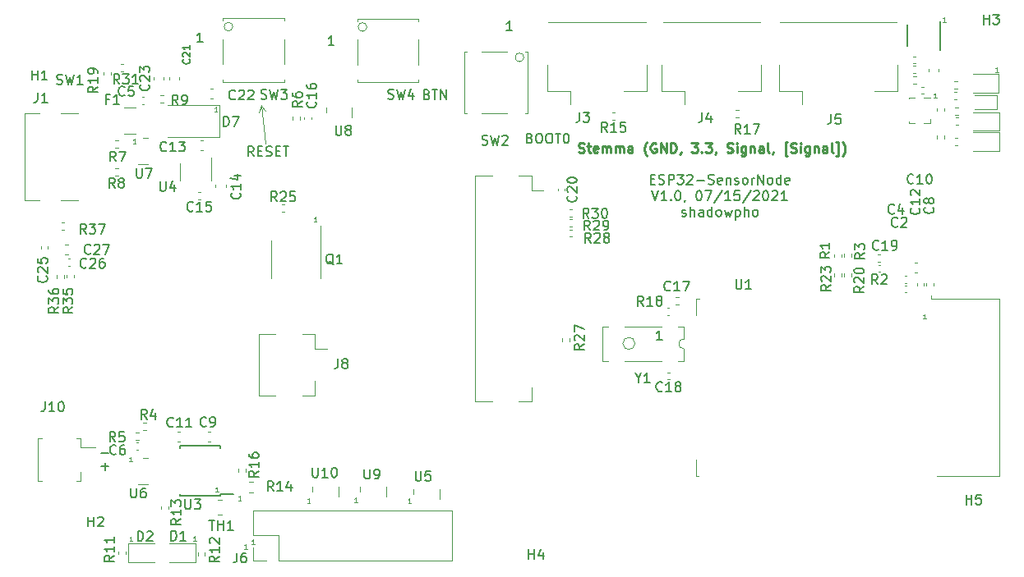
<source format=gto>
%TF.GenerationSoftware,KiCad,Pcbnew,(5.1.10)-1*%
%TF.CreationDate,2021-07-15T23:48:19-07:00*%
%TF.ProjectId,esp32_sensor,65737033-325f-4736-956e-736f722e6b69,rev?*%
%TF.SameCoordinates,Original*%
%TF.FileFunction,Legend,Top*%
%TF.FilePolarity,Positive*%
%FSLAX46Y46*%
G04 Gerber Fmt 4.6, Leading zero omitted, Abs format (unit mm)*
G04 Created by KiCad (PCBNEW (5.1.10)-1) date 2021-07-15 23:48:19*
%MOMM*%
%LPD*%
G01*
G04 APERTURE LIST*
%ADD10C,0.125000*%
%ADD11C,0.250000*%
%ADD12C,0.150000*%
%ADD13C,0.120000*%
%ADD14C,0.100000*%
%ADD15R,0.500000X0.350000*%
%ADD16R,1.520000X1.680000*%
%ADD17R,4.100000X4.100000*%
%ADD18R,0.900000X1.500000*%
%ADD19R,1.500000X0.900000*%
%ADD20R,3.000000X1.000000*%
%ADD21R,1.000000X3.000000*%
%ADD22R,1.300000X0.300000*%
%ADD23R,2.200000X1.800000*%
%ADD24R,1.700000X1.700000*%
%ADD25O,1.700000X1.700000*%
%ADD26R,0.250000X0.625000*%
%ADD27R,0.450000X0.575000*%
%ADD28R,0.450000X0.700000*%
%ADD29R,0.625000X0.250000*%
%ADD30R,0.700000X0.450000*%
%ADD31R,0.575000X0.450000*%
%ADD32R,1.300000X1.900000*%
%ADD33C,2.500000*%
%ADD34R,1.000000X0.700000*%
%ADD35R,0.600000X1.000000*%
%ADD36C,0.850000*%
%ADD37C,2.700000*%
%ADD38R,0.400000X0.600000*%
%ADD39R,2.400000X1.500000*%
%ADD40C,0.990600*%
%ADD41R,0.650000X1.060000*%
%ADD42R,1.500000X0.650000*%
%ADD43R,2.700000X3.600000*%
%ADD44R,1.160000X0.600000*%
%ADD45C,0.600000*%
%ADD46R,1.160000X0.300000*%
%ADD47O,1.700000X0.900000*%
%ADD48O,2.000000X0.900000*%
G04 APERTURE END LIST*
D10*
X52372857Y-85346190D02*
X52087142Y-85346190D01*
X52230000Y-85346190D02*
X52230000Y-84846190D01*
X52182380Y-84917619D01*
X52134761Y-84965238D01*
X52087142Y-84989047D01*
D11*
X86541904Y-44434761D02*
X86684761Y-44482380D01*
X86922857Y-44482380D01*
X87018095Y-44434761D01*
X87065714Y-44387142D01*
X87113333Y-44291904D01*
X87113333Y-44196666D01*
X87065714Y-44101428D01*
X87018095Y-44053809D01*
X86922857Y-44006190D01*
X86732380Y-43958571D01*
X86637142Y-43910952D01*
X86589523Y-43863333D01*
X86541904Y-43768095D01*
X86541904Y-43672857D01*
X86589523Y-43577619D01*
X86637142Y-43530000D01*
X86732380Y-43482380D01*
X86970476Y-43482380D01*
X87113333Y-43530000D01*
X87399047Y-43815714D02*
X87780000Y-43815714D01*
X87541904Y-43482380D02*
X87541904Y-44339523D01*
X87589523Y-44434761D01*
X87684761Y-44482380D01*
X87780000Y-44482380D01*
X88494285Y-44434761D02*
X88399047Y-44482380D01*
X88208571Y-44482380D01*
X88113333Y-44434761D01*
X88065714Y-44339523D01*
X88065714Y-43958571D01*
X88113333Y-43863333D01*
X88208571Y-43815714D01*
X88399047Y-43815714D01*
X88494285Y-43863333D01*
X88541904Y-43958571D01*
X88541904Y-44053809D01*
X88065714Y-44149047D01*
X88970476Y-44482380D02*
X88970476Y-43815714D01*
X88970476Y-43910952D02*
X89018095Y-43863333D01*
X89113333Y-43815714D01*
X89256190Y-43815714D01*
X89351428Y-43863333D01*
X89399047Y-43958571D01*
X89399047Y-44482380D01*
X89399047Y-43958571D02*
X89446666Y-43863333D01*
X89541904Y-43815714D01*
X89684761Y-43815714D01*
X89780000Y-43863333D01*
X89827619Y-43958571D01*
X89827619Y-44482380D01*
X90303809Y-44482380D02*
X90303809Y-43815714D01*
X90303809Y-43910952D02*
X90351428Y-43863333D01*
X90446666Y-43815714D01*
X90589523Y-43815714D01*
X90684761Y-43863333D01*
X90732380Y-43958571D01*
X90732380Y-44482380D01*
X90732380Y-43958571D02*
X90780000Y-43863333D01*
X90875238Y-43815714D01*
X91018095Y-43815714D01*
X91113333Y-43863333D01*
X91160952Y-43958571D01*
X91160952Y-44482380D01*
X92065714Y-44482380D02*
X92065714Y-43958571D01*
X92018095Y-43863333D01*
X91922857Y-43815714D01*
X91732380Y-43815714D01*
X91637142Y-43863333D01*
X92065714Y-44434761D02*
X91970476Y-44482380D01*
X91732380Y-44482380D01*
X91637142Y-44434761D01*
X91589523Y-44339523D01*
X91589523Y-44244285D01*
X91637142Y-44149047D01*
X91732380Y-44101428D01*
X91970476Y-44101428D01*
X92065714Y-44053809D01*
X93589523Y-44863333D02*
X93541904Y-44815714D01*
X93446666Y-44672857D01*
X93399047Y-44577619D01*
X93351428Y-44434761D01*
X93303809Y-44196666D01*
X93303809Y-44006190D01*
X93351428Y-43768095D01*
X93399047Y-43625238D01*
X93446666Y-43530000D01*
X93541904Y-43387142D01*
X93589523Y-43339523D01*
X94494285Y-43530000D02*
X94399047Y-43482380D01*
X94256190Y-43482380D01*
X94113333Y-43530000D01*
X94018095Y-43625238D01*
X93970476Y-43720476D01*
X93922857Y-43910952D01*
X93922857Y-44053809D01*
X93970476Y-44244285D01*
X94018095Y-44339523D01*
X94113333Y-44434761D01*
X94256190Y-44482380D01*
X94351428Y-44482380D01*
X94494285Y-44434761D01*
X94541904Y-44387142D01*
X94541904Y-44053809D01*
X94351428Y-44053809D01*
X94970476Y-44482380D02*
X94970476Y-43482380D01*
X95541904Y-44482380D01*
X95541904Y-43482380D01*
X96018095Y-44482380D02*
X96018095Y-43482380D01*
X96256190Y-43482380D01*
X96399047Y-43530000D01*
X96494285Y-43625238D01*
X96541904Y-43720476D01*
X96589523Y-43910952D01*
X96589523Y-44053809D01*
X96541904Y-44244285D01*
X96494285Y-44339523D01*
X96399047Y-44434761D01*
X96256190Y-44482380D01*
X96018095Y-44482380D01*
X97065714Y-44434761D02*
X97065714Y-44482380D01*
X97018095Y-44577619D01*
X96970476Y-44625238D01*
X98160952Y-43482380D02*
X98780000Y-43482380D01*
X98446666Y-43863333D01*
X98589523Y-43863333D01*
X98684761Y-43910952D01*
X98732380Y-43958571D01*
X98780000Y-44053809D01*
X98780000Y-44291904D01*
X98732380Y-44387142D01*
X98684761Y-44434761D01*
X98589523Y-44482380D01*
X98303809Y-44482380D01*
X98208571Y-44434761D01*
X98160952Y-44387142D01*
X99208571Y-44387142D02*
X99256190Y-44434761D01*
X99208571Y-44482380D01*
X99160952Y-44434761D01*
X99208571Y-44387142D01*
X99208571Y-44482380D01*
X99589523Y-43482380D02*
X100208571Y-43482380D01*
X99875238Y-43863333D01*
X100018095Y-43863333D01*
X100113333Y-43910952D01*
X100160952Y-43958571D01*
X100208571Y-44053809D01*
X100208571Y-44291904D01*
X100160952Y-44387142D01*
X100113333Y-44434761D01*
X100018095Y-44482380D01*
X99732380Y-44482380D01*
X99637142Y-44434761D01*
X99589523Y-44387142D01*
X100684761Y-44434761D02*
X100684761Y-44482380D01*
X100637142Y-44577619D01*
X100589523Y-44625238D01*
X101827619Y-44434761D02*
X101970476Y-44482380D01*
X102208571Y-44482380D01*
X102303809Y-44434761D01*
X102351428Y-44387142D01*
X102399047Y-44291904D01*
X102399047Y-44196666D01*
X102351428Y-44101428D01*
X102303809Y-44053809D01*
X102208571Y-44006190D01*
X102018095Y-43958571D01*
X101922857Y-43910952D01*
X101875238Y-43863333D01*
X101827619Y-43768095D01*
X101827619Y-43672857D01*
X101875238Y-43577619D01*
X101922857Y-43530000D01*
X102018095Y-43482380D01*
X102256190Y-43482380D01*
X102399047Y-43530000D01*
X102827619Y-44482380D02*
X102827619Y-43815714D01*
X102827619Y-43482380D02*
X102779999Y-43530000D01*
X102827619Y-43577619D01*
X102875238Y-43530000D01*
X102827619Y-43482380D01*
X102827619Y-43577619D01*
X103732380Y-43815714D02*
X103732380Y-44625238D01*
X103684761Y-44720476D01*
X103637142Y-44768095D01*
X103541904Y-44815714D01*
X103399047Y-44815714D01*
X103303809Y-44768095D01*
X103732380Y-44434761D02*
X103637142Y-44482380D01*
X103446666Y-44482380D01*
X103351428Y-44434761D01*
X103303809Y-44387142D01*
X103256190Y-44291904D01*
X103256190Y-44006190D01*
X103303809Y-43910952D01*
X103351428Y-43863333D01*
X103446666Y-43815714D01*
X103637142Y-43815714D01*
X103732380Y-43863333D01*
X104208571Y-43815714D02*
X104208571Y-44482380D01*
X104208571Y-43910952D02*
X104256190Y-43863333D01*
X104351428Y-43815714D01*
X104494285Y-43815714D01*
X104589523Y-43863333D01*
X104637142Y-43958571D01*
X104637142Y-44482380D01*
X105541904Y-44482380D02*
X105541904Y-43958571D01*
X105494285Y-43863333D01*
X105399047Y-43815714D01*
X105208571Y-43815714D01*
X105113333Y-43863333D01*
X105541904Y-44434761D02*
X105446666Y-44482380D01*
X105208571Y-44482380D01*
X105113333Y-44434761D01*
X105065714Y-44339523D01*
X105065714Y-44244285D01*
X105113333Y-44149047D01*
X105208571Y-44101428D01*
X105446666Y-44101428D01*
X105541904Y-44053809D01*
X106160952Y-44482380D02*
X106065714Y-44434761D01*
X106018095Y-44339523D01*
X106018095Y-43482380D01*
X106589523Y-44434761D02*
X106589523Y-44482380D01*
X106541904Y-44577619D01*
X106494285Y-44625238D01*
X108065714Y-44815714D02*
X107827619Y-44815714D01*
X107827619Y-43387142D01*
X108065714Y-43387142D01*
X108399047Y-44434761D02*
X108541904Y-44482380D01*
X108779999Y-44482380D01*
X108875238Y-44434761D01*
X108922857Y-44387142D01*
X108970476Y-44291904D01*
X108970476Y-44196666D01*
X108922857Y-44101428D01*
X108875238Y-44053809D01*
X108779999Y-44006190D01*
X108589523Y-43958571D01*
X108494285Y-43910952D01*
X108446666Y-43863333D01*
X108399047Y-43768095D01*
X108399047Y-43672857D01*
X108446666Y-43577619D01*
X108494285Y-43530000D01*
X108589523Y-43482380D01*
X108827619Y-43482380D01*
X108970476Y-43530000D01*
X109399047Y-44482380D02*
X109399047Y-43815714D01*
X109399047Y-43482380D02*
X109351428Y-43530000D01*
X109399047Y-43577619D01*
X109446666Y-43530000D01*
X109399047Y-43482380D01*
X109399047Y-43577619D01*
X110303809Y-43815714D02*
X110303809Y-44625238D01*
X110256190Y-44720476D01*
X110208571Y-44768095D01*
X110113333Y-44815714D01*
X109970476Y-44815714D01*
X109875238Y-44768095D01*
X110303809Y-44434761D02*
X110208571Y-44482380D01*
X110018095Y-44482380D01*
X109922857Y-44434761D01*
X109875238Y-44387142D01*
X109827619Y-44291904D01*
X109827619Y-44006190D01*
X109875238Y-43910952D01*
X109922857Y-43863333D01*
X110018095Y-43815714D01*
X110208571Y-43815714D01*
X110303809Y-43863333D01*
X110779999Y-43815714D02*
X110779999Y-44482380D01*
X110779999Y-43910952D02*
X110827619Y-43863333D01*
X110922857Y-43815714D01*
X111065714Y-43815714D01*
X111160952Y-43863333D01*
X111208571Y-43958571D01*
X111208571Y-44482380D01*
X112113333Y-44482380D02*
X112113333Y-43958571D01*
X112065714Y-43863333D01*
X111970476Y-43815714D01*
X111779999Y-43815714D01*
X111684761Y-43863333D01*
X112113333Y-44434761D02*
X112018095Y-44482380D01*
X111779999Y-44482380D01*
X111684761Y-44434761D01*
X111637142Y-44339523D01*
X111637142Y-44244285D01*
X111684761Y-44149047D01*
X111779999Y-44101428D01*
X112018095Y-44101428D01*
X112113333Y-44053809D01*
X112732380Y-44482380D02*
X112637142Y-44434761D01*
X112589523Y-44339523D01*
X112589523Y-43482380D01*
X113018095Y-44815714D02*
X113256190Y-44815714D01*
X113256190Y-43387142D01*
X113018095Y-43387142D01*
X113684761Y-44863333D02*
X113732380Y-44815714D01*
X113827619Y-44672857D01*
X113875238Y-44577619D01*
X113922857Y-44434761D01*
X113970476Y-44196666D01*
X113970476Y-44006190D01*
X113922857Y-43768095D01*
X113875238Y-43625238D01*
X113827619Y-43530000D01*
X113732380Y-43387142D01*
X113684761Y-43339523D01*
D10*
X124342857Y-30986190D02*
X124057142Y-30986190D01*
X124200000Y-30986190D02*
X124200000Y-30486190D01*
X124152380Y-30557619D01*
X124104761Y-30605238D01*
X124057142Y-30629047D01*
X123412857Y-38846190D02*
X123127142Y-38846190D01*
X123270000Y-38846190D02*
X123270000Y-38346190D01*
X123222380Y-38417619D01*
X123174761Y-38465238D01*
X123127142Y-38489047D01*
X129752857Y-36156190D02*
X129467142Y-36156190D01*
X129610000Y-36156190D02*
X129610000Y-35656190D01*
X129562380Y-35727619D01*
X129514761Y-35775238D01*
X129467142Y-35799047D01*
X122322857Y-61626190D02*
X122037142Y-61626190D01*
X122180000Y-61626190D02*
X122180000Y-61126190D01*
X122132380Y-61197619D01*
X122084761Y-61245238D01*
X122037142Y-61269047D01*
X69252857Y-80616190D02*
X68967142Y-80616190D01*
X69110000Y-80616190D02*
X69110000Y-80116190D01*
X69062380Y-80187619D01*
X69014761Y-80235238D01*
X68967142Y-80259047D01*
X63712857Y-80536190D02*
X63427142Y-80536190D01*
X63570000Y-80536190D02*
X63570000Y-80036190D01*
X63522380Y-80107619D01*
X63474761Y-80155238D01*
X63427142Y-80179047D01*
X58862857Y-80606190D02*
X58577142Y-80606190D01*
X58720000Y-80606190D02*
X58720000Y-80106190D01*
X58672380Y-80177619D01*
X58624761Y-80225238D01*
X58577142Y-80249047D01*
X53132857Y-84876190D02*
X52847142Y-84876190D01*
X52990000Y-84876190D02*
X52990000Y-84376190D01*
X52942380Y-84447619D01*
X52894761Y-84495238D01*
X52847142Y-84519047D01*
X47112857Y-84546190D02*
X46827142Y-84546190D01*
X46970000Y-84546190D02*
X46970000Y-84046190D01*
X46922380Y-84117619D01*
X46874761Y-84165238D01*
X46827142Y-84189047D01*
X40562857Y-84566190D02*
X40277142Y-84566190D01*
X40420000Y-84566190D02*
X40420000Y-84066190D01*
X40372380Y-84137619D01*
X40324761Y-84185238D01*
X40277142Y-84209047D01*
X40532857Y-76356190D02*
X40247142Y-76356190D01*
X40390000Y-76356190D02*
X40390000Y-75856190D01*
X40342380Y-75927619D01*
X40294761Y-75975238D01*
X40247142Y-75999047D01*
X49402857Y-79486190D02*
X49117142Y-79486190D01*
X49260000Y-79486190D02*
X49260000Y-78986190D01*
X49212380Y-79057619D01*
X49164761Y-79105238D01*
X49117142Y-79129047D01*
X51742857Y-80346190D02*
X51457142Y-80346190D01*
X51600000Y-80346190D02*
X51600000Y-79846190D01*
X51552380Y-79917619D01*
X51504761Y-79965238D01*
X51457142Y-79989047D01*
X59542857Y-51596190D02*
X59257142Y-51596190D01*
X59400000Y-51596190D02*
X59400000Y-51096190D01*
X59352380Y-51167619D01*
X59304761Y-51215238D01*
X59257142Y-51239047D01*
X40902857Y-43546190D02*
X40617142Y-43546190D01*
X40760000Y-43546190D02*
X40760000Y-43046190D01*
X40712380Y-43117619D01*
X40664761Y-43165238D01*
X40617142Y-43189047D01*
D12*
X37359047Y-76831428D02*
X38120952Y-76831428D01*
X37740000Y-77212380D02*
X37740000Y-76450476D01*
X37349047Y-75501428D02*
X38110952Y-75501428D01*
X93937142Y-47228571D02*
X94270476Y-47228571D01*
X94413333Y-47752380D02*
X93937142Y-47752380D01*
X93937142Y-46752380D01*
X94413333Y-46752380D01*
X94794285Y-47704761D02*
X94937142Y-47752380D01*
X95175238Y-47752380D01*
X95270476Y-47704761D01*
X95318095Y-47657142D01*
X95365714Y-47561904D01*
X95365714Y-47466666D01*
X95318095Y-47371428D01*
X95270476Y-47323809D01*
X95175238Y-47276190D01*
X94984761Y-47228571D01*
X94889523Y-47180952D01*
X94841904Y-47133333D01*
X94794285Y-47038095D01*
X94794285Y-46942857D01*
X94841904Y-46847619D01*
X94889523Y-46800000D01*
X94984761Y-46752380D01*
X95222857Y-46752380D01*
X95365714Y-46800000D01*
X95794285Y-47752380D02*
X95794285Y-46752380D01*
X96175238Y-46752380D01*
X96270476Y-46800000D01*
X96318095Y-46847619D01*
X96365714Y-46942857D01*
X96365714Y-47085714D01*
X96318095Y-47180952D01*
X96270476Y-47228571D01*
X96175238Y-47276190D01*
X95794285Y-47276190D01*
X96699047Y-46752380D02*
X97318095Y-46752380D01*
X96984761Y-47133333D01*
X97127619Y-47133333D01*
X97222857Y-47180952D01*
X97270476Y-47228571D01*
X97318095Y-47323809D01*
X97318095Y-47561904D01*
X97270476Y-47657142D01*
X97222857Y-47704761D01*
X97127619Y-47752380D01*
X96841904Y-47752380D01*
X96746666Y-47704761D01*
X96699047Y-47657142D01*
X97699047Y-46847619D02*
X97746666Y-46800000D01*
X97841904Y-46752380D01*
X98080000Y-46752380D01*
X98175238Y-46800000D01*
X98222857Y-46847619D01*
X98270476Y-46942857D01*
X98270476Y-47038095D01*
X98222857Y-47180952D01*
X97651428Y-47752380D01*
X98270476Y-47752380D01*
X98699047Y-47371428D02*
X99460952Y-47371428D01*
X99889523Y-47704761D02*
X100032380Y-47752380D01*
X100270476Y-47752380D01*
X100365714Y-47704761D01*
X100413333Y-47657142D01*
X100460952Y-47561904D01*
X100460952Y-47466666D01*
X100413333Y-47371428D01*
X100365714Y-47323809D01*
X100270476Y-47276190D01*
X100079999Y-47228571D01*
X99984761Y-47180952D01*
X99937142Y-47133333D01*
X99889523Y-47038095D01*
X99889523Y-46942857D01*
X99937142Y-46847619D01*
X99984761Y-46800000D01*
X100079999Y-46752380D01*
X100318095Y-46752380D01*
X100460952Y-46800000D01*
X101270476Y-47704761D02*
X101175238Y-47752380D01*
X100984761Y-47752380D01*
X100889523Y-47704761D01*
X100841904Y-47609523D01*
X100841904Y-47228571D01*
X100889523Y-47133333D01*
X100984761Y-47085714D01*
X101175238Y-47085714D01*
X101270476Y-47133333D01*
X101318095Y-47228571D01*
X101318095Y-47323809D01*
X100841904Y-47419047D01*
X101746666Y-47085714D02*
X101746666Y-47752380D01*
X101746666Y-47180952D02*
X101794285Y-47133333D01*
X101889523Y-47085714D01*
X102032380Y-47085714D01*
X102127619Y-47133333D01*
X102175238Y-47228571D01*
X102175238Y-47752380D01*
X102603809Y-47704761D02*
X102699047Y-47752380D01*
X102889523Y-47752380D01*
X102984761Y-47704761D01*
X103032380Y-47609523D01*
X103032380Y-47561904D01*
X102984761Y-47466666D01*
X102889523Y-47419047D01*
X102746666Y-47419047D01*
X102651428Y-47371428D01*
X102603809Y-47276190D01*
X102603809Y-47228571D01*
X102651428Y-47133333D01*
X102746666Y-47085714D01*
X102889523Y-47085714D01*
X102984761Y-47133333D01*
X103603809Y-47752380D02*
X103508571Y-47704761D01*
X103460952Y-47657142D01*
X103413333Y-47561904D01*
X103413333Y-47276190D01*
X103460952Y-47180952D01*
X103508571Y-47133333D01*
X103603809Y-47085714D01*
X103746666Y-47085714D01*
X103841904Y-47133333D01*
X103889523Y-47180952D01*
X103937142Y-47276190D01*
X103937142Y-47561904D01*
X103889523Y-47657142D01*
X103841904Y-47704761D01*
X103746666Y-47752380D01*
X103603809Y-47752380D01*
X104365714Y-47752380D02*
X104365714Y-47085714D01*
X104365714Y-47276190D02*
X104413333Y-47180952D01*
X104460952Y-47133333D01*
X104556190Y-47085714D01*
X104651428Y-47085714D01*
X104984761Y-47752380D02*
X104984761Y-46752380D01*
X105556190Y-47752380D01*
X105556190Y-46752380D01*
X106175238Y-47752380D02*
X106079999Y-47704761D01*
X106032380Y-47657142D01*
X105984761Y-47561904D01*
X105984761Y-47276190D01*
X106032380Y-47180952D01*
X106079999Y-47133333D01*
X106175238Y-47085714D01*
X106318095Y-47085714D01*
X106413333Y-47133333D01*
X106460952Y-47180952D01*
X106508571Y-47276190D01*
X106508571Y-47561904D01*
X106460952Y-47657142D01*
X106413333Y-47704761D01*
X106318095Y-47752380D01*
X106175238Y-47752380D01*
X107365714Y-47752380D02*
X107365714Y-46752380D01*
X107365714Y-47704761D02*
X107270476Y-47752380D01*
X107079999Y-47752380D01*
X106984761Y-47704761D01*
X106937142Y-47657142D01*
X106889523Y-47561904D01*
X106889523Y-47276190D01*
X106937142Y-47180952D01*
X106984761Y-47133333D01*
X107079999Y-47085714D01*
X107270476Y-47085714D01*
X107365714Y-47133333D01*
X108222857Y-47704761D02*
X108127619Y-47752380D01*
X107937142Y-47752380D01*
X107841904Y-47704761D01*
X107794285Y-47609523D01*
X107794285Y-47228571D01*
X107841904Y-47133333D01*
X107937142Y-47085714D01*
X108127619Y-47085714D01*
X108222857Y-47133333D01*
X108270476Y-47228571D01*
X108270476Y-47323809D01*
X107794285Y-47419047D01*
X94080000Y-48402380D02*
X94413333Y-49402380D01*
X94746666Y-48402380D01*
X95603809Y-49402380D02*
X95032380Y-49402380D01*
X95318095Y-49402380D02*
X95318095Y-48402380D01*
X95222857Y-48545238D01*
X95127619Y-48640476D01*
X95032380Y-48688095D01*
X96032380Y-49307142D02*
X96080000Y-49354761D01*
X96032380Y-49402380D01*
X95984761Y-49354761D01*
X96032380Y-49307142D01*
X96032380Y-49402380D01*
X96699047Y-48402380D02*
X96794285Y-48402380D01*
X96889523Y-48450000D01*
X96937142Y-48497619D01*
X96984761Y-48592857D01*
X97032380Y-48783333D01*
X97032380Y-49021428D01*
X96984761Y-49211904D01*
X96937142Y-49307142D01*
X96889523Y-49354761D01*
X96794285Y-49402380D01*
X96699047Y-49402380D01*
X96603809Y-49354761D01*
X96556190Y-49307142D01*
X96508571Y-49211904D01*
X96460952Y-49021428D01*
X96460952Y-48783333D01*
X96508571Y-48592857D01*
X96556190Y-48497619D01*
X96603809Y-48450000D01*
X96699047Y-48402380D01*
X97508571Y-49354761D02*
X97508571Y-49402380D01*
X97460952Y-49497619D01*
X97413333Y-49545238D01*
X98889523Y-48402380D02*
X98984761Y-48402380D01*
X99080000Y-48450000D01*
X99127619Y-48497619D01*
X99175238Y-48592857D01*
X99222857Y-48783333D01*
X99222857Y-49021428D01*
X99175238Y-49211904D01*
X99127619Y-49307142D01*
X99080000Y-49354761D01*
X98984761Y-49402380D01*
X98889523Y-49402380D01*
X98794285Y-49354761D01*
X98746666Y-49307142D01*
X98699047Y-49211904D01*
X98651428Y-49021428D01*
X98651428Y-48783333D01*
X98699047Y-48592857D01*
X98746666Y-48497619D01*
X98794285Y-48450000D01*
X98889523Y-48402380D01*
X99556190Y-48402380D02*
X100222857Y-48402380D01*
X99794285Y-49402380D01*
X101318095Y-48354761D02*
X100460952Y-49640476D01*
X102175238Y-49402380D02*
X101603809Y-49402380D01*
X101889523Y-49402380D02*
X101889523Y-48402380D01*
X101794285Y-48545238D01*
X101699047Y-48640476D01*
X101603809Y-48688095D01*
X103080000Y-48402380D02*
X102603809Y-48402380D01*
X102556190Y-48878571D01*
X102603809Y-48830952D01*
X102699047Y-48783333D01*
X102937142Y-48783333D01*
X103032380Y-48830952D01*
X103080000Y-48878571D01*
X103127619Y-48973809D01*
X103127619Y-49211904D01*
X103080000Y-49307142D01*
X103032380Y-49354761D01*
X102937142Y-49402380D01*
X102699047Y-49402380D01*
X102603809Y-49354761D01*
X102556190Y-49307142D01*
X104270476Y-48354761D02*
X103413333Y-49640476D01*
X104556190Y-48497619D02*
X104603809Y-48450000D01*
X104699047Y-48402380D01*
X104937142Y-48402380D01*
X105032380Y-48450000D01*
X105080000Y-48497619D01*
X105127619Y-48592857D01*
X105127619Y-48688095D01*
X105080000Y-48830952D01*
X104508571Y-49402380D01*
X105127619Y-49402380D01*
X105746666Y-48402380D02*
X105841904Y-48402380D01*
X105937142Y-48450000D01*
X105984761Y-48497619D01*
X106032380Y-48592857D01*
X106080000Y-48783333D01*
X106080000Y-49021428D01*
X106032380Y-49211904D01*
X105984761Y-49307142D01*
X105937142Y-49354761D01*
X105841904Y-49402380D01*
X105746666Y-49402380D01*
X105651428Y-49354761D01*
X105603809Y-49307142D01*
X105556190Y-49211904D01*
X105508571Y-49021428D01*
X105508571Y-48783333D01*
X105556190Y-48592857D01*
X105603809Y-48497619D01*
X105651428Y-48450000D01*
X105746666Y-48402380D01*
X106460952Y-48497619D02*
X106508571Y-48450000D01*
X106603809Y-48402380D01*
X106841904Y-48402380D01*
X106937142Y-48450000D01*
X106984761Y-48497619D01*
X107032380Y-48592857D01*
X107032380Y-48688095D01*
X106984761Y-48830952D01*
X106413333Y-49402380D01*
X107032380Y-49402380D01*
X107984761Y-49402380D02*
X107413333Y-49402380D01*
X107699047Y-49402380D02*
X107699047Y-48402380D01*
X107603809Y-48545238D01*
X107508571Y-48640476D01*
X107413333Y-48688095D01*
X97175238Y-51004761D02*
X97270476Y-51052380D01*
X97460952Y-51052380D01*
X97556190Y-51004761D01*
X97603809Y-50909523D01*
X97603809Y-50861904D01*
X97556190Y-50766666D01*
X97460952Y-50719047D01*
X97318095Y-50719047D01*
X97222857Y-50671428D01*
X97175238Y-50576190D01*
X97175238Y-50528571D01*
X97222857Y-50433333D01*
X97318095Y-50385714D01*
X97460952Y-50385714D01*
X97556190Y-50433333D01*
X98032380Y-51052380D02*
X98032380Y-50052380D01*
X98460952Y-51052380D02*
X98460952Y-50528571D01*
X98413333Y-50433333D01*
X98318095Y-50385714D01*
X98175238Y-50385714D01*
X98080000Y-50433333D01*
X98032380Y-50480952D01*
X99365714Y-51052380D02*
X99365714Y-50528571D01*
X99318095Y-50433333D01*
X99222857Y-50385714D01*
X99032380Y-50385714D01*
X98937142Y-50433333D01*
X99365714Y-51004761D02*
X99270476Y-51052380D01*
X99032380Y-51052380D01*
X98937142Y-51004761D01*
X98889523Y-50909523D01*
X98889523Y-50814285D01*
X98937142Y-50719047D01*
X99032380Y-50671428D01*
X99270476Y-50671428D01*
X99365714Y-50623809D01*
X100270476Y-51052380D02*
X100270476Y-50052380D01*
X100270476Y-51004761D02*
X100175238Y-51052380D01*
X99984761Y-51052380D01*
X99889523Y-51004761D01*
X99841904Y-50957142D01*
X99794285Y-50861904D01*
X99794285Y-50576190D01*
X99841904Y-50480952D01*
X99889523Y-50433333D01*
X99984761Y-50385714D01*
X100175238Y-50385714D01*
X100270476Y-50433333D01*
X100889523Y-51052380D02*
X100794285Y-51004761D01*
X100746666Y-50957142D01*
X100699047Y-50861904D01*
X100699047Y-50576190D01*
X100746666Y-50480952D01*
X100794285Y-50433333D01*
X100889523Y-50385714D01*
X101032380Y-50385714D01*
X101127619Y-50433333D01*
X101175238Y-50480952D01*
X101222857Y-50576190D01*
X101222857Y-50861904D01*
X101175238Y-50957142D01*
X101127619Y-51004761D01*
X101032380Y-51052380D01*
X100889523Y-51052380D01*
X101556190Y-50385714D02*
X101746666Y-51052380D01*
X101937142Y-50576190D01*
X102127619Y-51052380D01*
X102318095Y-50385714D01*
X102699047Y-50385714D02*
X102699047Y-51385714D01*
X102699047Y-50433333D02*
X102794285Y-50385714D01*
X102984761Y-50385714D01*
X103080000Y-50433333D01*
X103127619Y-50480952D01*
X103175238Y-50576190D01*
X103175238Y-50861904D01*
X103127619Y-50957142D01*
X103080000Y-51004761D01*
X102984761Y-51052380D01*
X102794285Y-51052380D01*
X102699047Y-51004761D01*
X103603809Y-51052380D02*
X103603809Y-50052380D01*
X104032380Y-51052380D02*
X104032380Y-50528571D01*
X103984761Y-50433333D01*
X103889523Y-50385714D01*
X103746666Y-50385714D01*
X103651428Y-50433333D01*
X103603809Y-50480952D01*
X104651428Y-51052380D02*
X104556190Y-51004761D01*
X104508571Y-50957142D01*
X104460952Y-50861904D01*
X104460952Y-50576190D01*
X104508571Y-50480952D01*
X104556190Y-50433333D01*
X104651428Y-50385714D01*
X104794285Y-50385714D01*
X104889523Y-50433333D01*
X104937142Y-50480952D01*
X104984761Y-50576190D01*
X104984761Y-50861904D01*
X104937142Y-50957142D01*
X104889523Y-51004761D01*
X104794285Y-51052380D01*
X104651428Y-51052380D01*
D13*
X53800000Y-39630000D02*
X54290000Y-40190000D01*
X53560000Y-40330000D02*
X53800000Y-39630000D01*
X53820000Y-39600000D02*
X53560000Y-40330000D01*
X54240000Y-43510000D02*
X53820000Y-39600000D01*
D12*
X53047619Y-44842380D02*
X52714285Y-44366190D01*
X52476190Y-44842380D02*
X52476190Y-43842380D01*
X52857142Y-43842380D01*
X52952380Y-43890000D01*
X53000000Y-43937619D01*
X53047619Y-44032857D01*
X53047619Y-44175714D01*
X53000000Y-44270952D01*
X52952380Y-44318571D01*
X52857142Y-44366190D01*
X52476190Y-44366190D01*
X53476190Y-44318571D02*
X53809523Y-44318571D01*
X53952380Y-44842380D02*
X53476190Y-44842380D01*
X53476190Y-43842380D01*
X53952380Y-43842380D01*
X54333333Y-44794761D02*
X54476190Y-44842380D01*
X54714285Y-44842380D01*
X54809523Y-44794761D01*
X54857142Y-44747142D01*
X54904761Y-44651904D01*
X54904761Y-44556666D01*
X54857142Y-44461428D01*
X54809523Y-44413809D01*
X54714285Y-44366190D01*
X54523809Y-44318571D01*
X54428571Y-44270952D01*
X54380952Y-44223333D01*
X54333333Y-44128095D01*
X54333333Y-44032857D01*
X54380952Y-43937619D01*
X54428571Y-43890000D01*
X54523809Y-43842380D01*
X54761904Y-43842380D01*
X54904761Y-43890000D01*
X55333333Y-44318571D02*
X55666666Y-44318571D01*
X55809523Y-44842380D02*
X55333333Y-44842380D01*
X55333333Y-43842380D01*
X55809523Y-43842380D01*
X56095238Y-43842380D02*
X56666666Y-43842380D01*
X56380952Y-44842380D02*
X56380952Y-43842380D01*
X70896666Y-38468571D02*
X71039523Y-38516190D01*
X71087142Y-38563809D01*
X71134761Y-38659047D01*
X71134761Y-38801904D01*
X71087142Y-38897142D01*
X71039523Y-38944761D01*
X70944285Y-38992380D01*
X70563333Y-38992380D01*
X70563333Y-37992380D01*
X70896666Y-37992380D01*
X70991904Y-38040000D01*
X71039523Y-38087619D01*
X71087142Y-38182857D01*
X71087142Y-38278095D01*
X71039523Y-38373333D01*
X70991904Y-38420952D01*
X70896666Y-38468571D01*
X70563333Y-38468571D01*
X71420476Y-37992380D02*
X71991904Y-37992380D01*
X71706190Y-38992380D02*
X71706190Y-37992380D01*
X72325238Y-38992380D02*
X72325238Y-37992380D01*
X72896666Y-38992380D01*
X72896666Y-37992380D01*
X81496666Y-42978571D02*
X81639523Y-43026190D01*
X81687142Y-43073809D01*
X81734761Y-43169047D01*
X81734761Y-43311904D01*
X81687142Y-43407142D01*
X81639523Y-43454761D01*
X81544285Y-43502380D01*
X81163333Y-43502380D01*
X81163333Y-42502380D01*
X81496666Y-42502380D01*
X81591904Y-42550000D01*
X81639523Y-42597619D01*
X81687142Y-42692857D01*
X81687142Y-42788095D01*
X81639523Y-42883333D01*
X81591904Y-42930952D01*
X81496666Y-42978571D01*
X81163333Y-42978571D01*
X82353809Y-42502380D02*
X82544285Y-42502380D01*
X82639523Y-42550000D01*
X82734761Y-42645238D01*
X82782380Y-42835714D01*
X82782380Y-43169047D01*
X82734761Y-43359523D01*
X82639523Y-43454761D01*
X82544285Y-43502380D01*
X82353809Y-43502380D01*
X82258571Y-43454761D01*
X82163333Y-43359523D01*
X82115714Y-43169047D01*
X82115714Y-42835714D01*
X82163333Y-42645238D01*
X82258571Y-42550000D01*
X82353809Y-42502380D01*
X83401428Y-42502380D02*
X83591904Y-42502380D01*
X83687142Y-42550000D01*
X83782380Y-42645238D01*
X83830000Y-42835714D01*
X83830000Y-43169047D01*
X83782380Y-43359523D01*
X83687142Y-43454761D01*
X83591904Y-43502380D01*
X83401428Y-43502380D01*
X83306190Y-43454761D01*
X83210952Y-43359523D01*
X83163333Y-43169047D01*
X83163333Y-42835714D01*
X83210952Y-42645238D01*
X83306190Y-42550000D01*
X83401428Y-42502380D01*
X84115714Y-42502380D02*
X84687142Y-42502380D01*
X84401428Y-43502380D02*
X84401428Y-42502380D01*
X85210952Y-42502380D02*
X85306190Y-42502380D01*
X85401428Y-42550000D01*
X85449047Y-42597619D01*
X85496666Y-42692857D01*
X85544285Y-42883333D01*
X85544285Y-43121428D01*
X85496666Y-43311904D01*
X85449047Y-43407142D01*
X85401428Y-43454761D01*
X85306190Y-43502380D01*
X85210952Y-43502380D01*
X85115714Y-43454761D01*
X85068095Y-43407142D01*
X85020476Y-43311904D01*
X84972857Y-43121428D01*
X84972857Y-42883333D01*
X85020476Y-42692857D01*
X85068095Y-42597619D01*
X85115714Y-42550000D01*
X85210952Y-42502380D01*
X95125714Y-63822380D02*
X94554285Y-63822380D01*
X94840000Y-63822380D02*
X94840000Y-62822380D01*
X94744761Y-62965238D01*
X94649523Y-63060476D01*
X94554285Y-63108095D01*
D13*
X92332415Y-64160000D02*
G75*
G03*
X92332415Y-64160000I-622415J0D01*
G01*
%TO.C,R37*%
X33553641Y-52460000D02*
X33246359Y-52460000D01*
X33553641Y-51700000D02*
X33246359Y-51700000D01*
%TO.C,R36*%
X33490000Y-57116359D02*
X33490000Y-57423641D01*
X32730000Y-57116359D02*
X32730000Y-57423641D01*
%TO.C,R35*%
X33760000Y-57393641D02*
X33760000Y-57086359D01*
X34520000Y-57393641D02*
X34520000Y-57086359D01*
%TO.C,C27*%
X33634420Y-53940000D02*
X33915580Y-53940000D01*
X33634420Y-54960000D02*
X33915580Y-54960000D01*
%TO.C,C26*%
X33932164Y-55420000D02*
X34147836Y-55420000D01*
X33932164Y-56140000D02*
X34147836Y-56140000D01*
%TO.C,C25*%
X31110000Y-54347836D02*
X31110000Y-54132164D01*
X31830000Y-54347836D02*
X31830000Y-54132164D01*
%TO.C,C24*%
X122067836Y-38400000D02*
X121852164Y-38400000D01*
X122067836Y-37680000D02*
X121852164Y-37680000D01*
D14*
%TO.C,U11*%
X120540000Y-38770000D02*
X120540000Y-39250000D01*
X120540000Y-40990000D02*
X120540000Y-41470000D01*
X120540000Y-41470000D02*
X121180000Y-41470000D01*
X120540000Y-38770000D02*
X121180000Y-38770000D01*
X122100000Y-41470000D02*
X122740000Y-41470000D01*
X122740000Y-40990000D02*
X122740000Y-41470000D01*
X122100000Y-38770000D02*
X122740000Y-38770000D01*
D13*
%TO.C,R34*%
X125503641Y-38950000D02*
X125196359Y-38950000D01*
X125503641Y-38190000D02*
X125196359Y-38190000D01*
%TO.C,R33*%
X123440000Y-40193641D02*
X123440000Y-39886359D01*
X124200000Y-40193641D02*
X124200000Y-39886359D01*
%TO.C,R32*%
X123430000Y-43053641D02*
X123430000Y-42746359D01*
X124190000Y-43053641D02*
X124190000Y-42746359D01*
%TO.C,R14*%
X52547742Y-78457500D02*
X53022258Y-78457500D01*
X52547742Y-79502500D02*
X53022258Y-79502500D01*
%TO.C,D6*%
X127352500Y-40015000D02*
X129637500Y-40015000D01*
X129637500Y-40015000D02*
X129637500Y-38545000D01*
X129637500Y-38545000D02*
X127352500Y-38545000D01*
%TO.C,D7*%
X49560000Y-42910000D02*
X49560000Y-39610000D01*
X49560000Y-39610000D02*
X44160000Y-39610000D01*
X49560000Y-42910000D02*
X44160000Y-42910000D01*
%TO.C,Q1*%
X54835000Y-55510000D02*
X54835000Y-57460000D01*
X54835000Y-55510000D02*
X54835000Y-53560000D01*
X59955000Y-55510000D02*
X59955000Y-57460000D01*
X59955000Y-55510000D02*
X59955000Y-52060000D01*
%TO.C,F1*%
X39670436Y-39840000D02*
X40874564Y-39840000D01*
X39670436Y-42560000D02*
X40874564Y-42560000D01*
%TO.C,C23*%
X42780000Y-36965580D02*
X42780000Y-36684420D01*
X43800000Y-36965580D02*
X43800000Y-36684420D01*
%TO.C,C22*%
X48584420Y-37890000D02*
X48865580Y-37890000D01*
X48584420Y-38910000D02*
X48865580Y-38910000D01*
%TO.C,C21*%
X44330000Y-36965580D02*
X44330000Y-36684420D01*
X45350000Y-36965580D02*
X45350000Y-36684420D01*
%TO.C,J10*%
X34780000Y-73920000D02*
X35230000Y-73920000D01*
X35230000Y-73920000D02*
X35230000Y-74870000D01*
X35230000Y-74870000D02*
X36720000Y-74870000D01*
X34780000Y-78390000D02*
X35230000Y-78390000D01*
X35230000Y-78390000D02*
X35230000Y-77440000D01*
X31260000Y-73920000D02*
X30810000Y-73920000D01*
X30810000Y-73920000D02*
X30810000Y-78390000D01*
X30810000Y-78390000D02*
X31260000Y-78390000D01*
%TO.C,U1*%
X98645000Y-59565000D02*
X98645000Y-61225000D01*
X99005000Y-59565000D02*
X98645000Y-59565000D01*
X98645000Y-77805000D02*
X98645000Y-76145000D01*
X98905000Y-77805000D02*
X98645000Y-77805000D01*
X129895000Y-59560000D02*
X129895000Y-77815000D01*
X122815000Y-59575000D02*
X129895000Y-59560000D01*
X123475000Y-77815000D02*
X129895000Y-77815000D01*
X122815000Y-59575000D02*
X122815000Y-59185000D01*
%TO.C,SW4*%
X70010000Y-32820000D02*
X70010000Y-35420000D01*
X63710000Y-37220000D02*
X63710000Y-36970000D01*
X70010000Y-37220000D02*
X63710000Y-37220000D01*
X70010000Y-36970000D02*
X70010000Y-37220000D01*
X63710000Y-35420000D02*
X63710000Y-32820000D01*
X70010000Y-30670000D02*
X70010000Y-30920000D01*
X63710000Y-30670000D02*
X70010000Y-30670000D01*
X63710000Y-30920000D02*
X63710000Y-30670000D01*
X64707214Y-31520000D02*
G75*
G03*
X64707214Y-31520000I-447214J0D01*
G01*
%TO.C,SW3*%
X56200000Y-32780000D02*
X56200000Y-35380000D01*
X49900000Y-37180000D02*
X49900000Y-36930000D01*
X56200000Y-37180000D02*
X49900000Y-37180000D01*
X56200000Y-36930000D02*
X56200000Y-37180000D01*
X49900000Y-35380000D02*
X49900000Y-32780000D01*
X56200000Y-30630000D02*
X56200000Y-30880000D01*
X49900000Y-30630000D02*
X56200000Y-30630000D01*
X49900000Y-30880000D02*
X49900000Y-30630000D01*
X50897214Y-31480000D02*
G75*
G03*
X50897214Y-31480000I-447214J0D01*
G01*
%TO.C,SW2*%
X79140000Y-40400000D02*
X76540000Y-40400000D01*
X74740000Y-34100000D02*
X74990000Y-34100000D01*
X74740000Y-40400000D02*
X74740000Y-34100000D01*
X74990000Y-40400000D02*
X74740000Y-40400000D01*
X76540000Y-34100000D02*
X79140000Y-34100000D01*
X81290000Y-40400000D02*
X81040000Y-40400000D01*
X81290000Y-34100000D02*
X81290000Y-40400000D01*
X81040000Y-34100000D02*
X81290000Y-34100000D01*
X80887214Y-34650000D02*
G75*
G03*
X80887214Y-34650000I-447214J0D01*
G01*
%TO.C,R31*%
X39633641Y-36140000D02*
X39326359Y-36140000D01*
X39633641Y-35380000D02*
X39326359Y-35380000D01*
%TO.C,C20*%
X85090000Y-48182164D02*
X85090000Y-48397836D01*
X84370000Y-48182164D02*
X84370000Y-48397836D01*
%TO.C,J9*%
X81670000Y-48340000D02*
X81670000Y-46850000D01*
X81670000Y-46850000D02*
X80330000Y-46850000D01*
X81670000Y-68660000D02*
X81670000Y-70150000D01*
X81670000Y-70150000D02*
X80330000Y-70150000D01*
X77610000Y-46850000D02*
X75870000Y-46850000D01*
X75870000Y-46850000D02*
X75870000Y-70150000D01*
X75870000Y-70150000D02*
X77610000Y-70150000D01*
X81670000Y-48340000D02*
X82870000Y-48340000D01*
%TO.C,J6*%
X53030000Y-86570000D02*
X53030000Y-85240000D01*
X54360000Y-86570000D02*
X53030000Y-86570000D01*
X53030000Y-83970000D02*
X53030000Y-81370000D01*
X55630000Y-83970000D02*
X53030000Y-83970000D01*
X55630000Y-86570000D02*
X55630000Y-83970000D01*
X53030000Y-81370000D02*
X73470000Y-81370000D01*
X55630000Y-86570000D02*
X73470000Y-86570000D01*
X73470000Y-86570000D02*
X73470000Y-81370000D01*
%TO.C,U10*%
X59130000Y-78960000D02*
X59130000Y-79460000D01*
X61830000Y-78960000D02*
X61830000Y-79960000D01*
%TO.C,U9*%
X66680000Y-78940000D02*
X66680000Y-79940000D01*
X63980000Y-78940000D02*
X63980000Y-79440000D01*
%TO.C,U8*%
X63190000Y-39822500D02*
X63190000Y-40822500D01*
X60490000Y-39822500D02*
X60490000Y-40322500D01*
%TO.C,U7*%
X42142500Y-45700000D02*
X41142500Y-45700000D01*
X42142500Y-43000000D02*
X41642500Y-43000000D01*
%TO.C,U6*%
X42180000Y-78710000D02*
X41180000Y-78710000D01*
X42180000Y-76010000D02*
X41680000Y-76010000D01*
%TO.C,U5*%
X72230000Y-79170000D02*
X72230000Y-80170000D01*
X69530000Y-79170000D02*
X69530000Y-79670000D01*
%TO.C,Y1*%
X97340000Y-63700000D02*
G75*
G03*
X97340000Y-64700000I0J-500000D01*
G01*
X89540000Y-66000000D02*
X88940000Y-66000000D01*
X88940000Y-66000000D02*
X88940000Y-62400000D01*
X88940000Y-62400000D02*
X89540000Y-62400000D01*
X95040000Y-66000000D02*
X91240000Y-66000000D01*
X97340000Y-64700000D02*
X97340000Y-66000000D01*
X97340000Y-62400000D02*
X97340000Y-63700000D01*
X97340000Y-66000000D02*
X96740000Y-66000000D01*
X97340000Y-62400000D02*
X96740000Y-62400000D01*
X91240000Y-62400000D02*
X95040000Y-62400000D01*
%TO.C,R30*%
X85883641Y-51070000D02*
X85576359Y-51070000D01*
X85883641Y-50310000D02*
X85576359Y-50310000D01*
%TO.C,R29*%
X85873641Y-52110000D02*
X85566359Y-52110000D01*
X85873641Y-51350000D02*
X85566359Y-51350000D01*
%TO.C,R28*%
X85873641Y-53160000D02*
X85566359Y-53160000D01*
X85873641Y-52400000D02*
X85566359Y-52400000D01*
%TO.C,R27*%
X84800000Y-63923641D02*
X84800000Y-63616359D01*
X85560000Y-63923641D02*
X85560000Y-63616359D01*
%TO.C,R25*%
X55936359Y-49840000D02*
X56243641Y-49840000D01*
X55936359Y-50600000D02*
X56243641Y-50600000D01*
%TO.C,R23*%
X112820000Y-57273641D02*
X112820000Y-56966359D01*
X113580000Y-57273641D02*
X113580000Y-56966359D01*
%TO.C,R20*%
X114640000Y-56966359D02*
X114640000Y-57273641D01*
X113880000Y-56966359D02*
X113880000Y-57273641D01*
%TO.C,R18*%
X96843641Y-60140000D02*
X96536359Y-60140000D01*
X96843641Y-59380000D02*
X96536359Y-59380000D01*
%TO.C,R5*%
X40906359Y-73370000D02*
X41213641Y-73370000D01*
X40906359Y-74130000D02*
X41213641Y-74130000D01*
%TO.C,R4*%
X41646359Y-72320000D02*
X41953641Y-72320000D01*
X41646359Y-73080000D02*
X41953641Y-73080000D01*
%TO.C,C19*%
X117402164Y-56060000D02*
X117617836Y-56060000D01*
X117402164Y-56780000D02*
X117617836Y-56780000D01*
%TO.C,C18*%
X95887836Y-67880000D02*
X95672164Y-67880000D01*
X95887836Y-67160000D02*
X95672164Y-67160000D01*
%TO.C,C17*%
X95642164Y-60510000D02*
X95857836Y-60510000D01*
X95642164Y-61230000D02*
X95857836Y-61230000D01*
%TO.C,R17*%
X102696359Y-40860000D02*
X103003641Y-40860000D01*
X102696359Y-40100000D02*
X103003641Y-40100000D01*
%TO.C,R15*%
X90273641Y-40340000D02*
X89966359Y-40340000D01*
X90273641Y-41100000D02*
X89966359Y-41100000D01*
%TO.C,C16*%
X58280000Y-40812164D02*
X58280000Y-41027836D01*
X59000000Y-40812164D02*
X59000000Y-41027836D01*
%TO.C,R19*%
X37580000Y-36146359D02*
X37580000Y-36453641D01*
X38340000Y-36146359D02*
X38340000Y-36453641D01*
%TO.C,R12*%
X47280000Y-85706359D02*
X47280000Y-86013641D01*
X48040000Y-85706359D02*
X48040000Y-86013641D01*
%TO.C,R11*%
X39900000Y-85913641D02*
X39900000Y-85606359D01*
X39140000Y-85913641D02*
X39140000Y-85606359D01*
%TO.C,R10*%
X120986359Y-37330000D02*
X121293641Y-37330000D01*
X120986359Y-36570000D02*
X121293641Y-36570000D01*
%TO.C,C15*%
X47547836Y-48570000D02*
X47332164Y-48570000D01*
X47547836Y-49290000D02*
X47332164Y-49290000D01*
%TO.C,C14*%
X50160000Y-48045580D02*
X50160000Y-47764420D01*
X49140000Y-48045580D02*
X49140000Y-47764420D01*
%TO.C,C13*%
X47855580Y-43240000D02*
X47574420Y-43240000D01*
X47855580Y-44260000D02*
X47574420Y-44260000D01*
%TO.C,C12*%
X122090000Y-58197836D02*
X122090000Y-57982164D01*
X121370000Y-58197836D02*
X121370000Y-57982164D01*
%TO.C,C8*%
X123070000Y-58197836D02*
X123070000Y-57982164D01*
X122350000Y-58197836D02*
X122350000Y-57982164D01*
%TO.C,R26*%
X125206359Y-37900000D02*
X125513641Y-37900000D01*
X125206359Y-37140000D02*
X125513641Y-37140000D01*
%TO.C,R24*%
X125326359Y-40610000D02*
X125633641Y-40610000D01*
X125326359Y-39850000D02*
X125633641Y-39850000D01*
%TO.C,R22*%
X125346359Y-41630000D02*
X125653641Y-41630000D01*
X125346359Y-40870000D02*
X125653641Y-40870000D01*
%TO.C,R21*%
X125266359Y-43720000D02*
X125573641Y-43720000D01*
X125266359Y-42960000D02*
X125573641Y-42960000D01*
D12*
%TO.C,U2*%
X123760000Y-33875000D02*
X123760000Y-30925000D01*
X120360000Y-33500000D02*
X120360000Y-31300000D01*
D13*
%TO.C,TH1*%
X49330436Y-80325000D02*
X49784564Y-80325000D01*
X49330436Y-81795000D02*
X49784564Y-81795000D01*
%TO.C,R16*%
X51500000Y-77413641D02*
X51500000Y-77106359D01*
X52260000Y-77413641D02*
X52260000Y-77106359D01*
%TO.C,J8*%
X59380000Y-64720000D02*
X59380000Y-63230000D01*
X59380000Y-63230000D02*
X58040000Y-63230000D01*
X59380000Y-68040000D02*
X59380000Y-69530000D01*
X59380000Y-69530000D02*
X58040000Y-69530000D01*
X55320000Y-63230000D02*
X53580000Y-63230000D01*
X53580000Y-63230000D02*
X53580000Y-69530000D01*
X53580000Y-69530000D02*
X55320000Y-69530000D01*
X59380000Y-64720000D02*
X60580000Y-64720000D01*
%TO.C,J5*%
X107160000Y-35450000D02*
X107160000Y-38100000D01*
X107160000Y-38100000D02*
X109510000Y-38100000D01*
X109510000Y-38100000D02*
X109510000Y-39490000D01*
X119380000Y-35450000D02*
X119380000Y-38100000D01*
X119380000Y-38100000D02*
X117030000Y-38100000D01*
X107270000Y-31030000D02*
X119270000Y-31030000D01*
%TO.C,J4*%
X95110000Y-35450000D02*
X95110000Y-38100000D01*
X95110000Y-38100000D02*
X97460000Y-38100000D01*
X97460000Y-38100000D02*
X97460000Y-39490000D01*
X105330000Y-35450000D02*
X105330000Y-38100000D01*
X105330000Y-38100000D02*
X102980000Y-38100000D01*
X95220000Y-31030000D02*
X105220000Y-31030000D01*
%TO.C,J3*%
X83320000Y-35450000D02*
X83320000Y-38100000D01*
X83320000Y-38100000D02*
X85670000Y-38100000D01*
X85670000Y-38100000D02*
X85670000Y-39490000D01*
X93540000Y-35450000D02*
X93540000Y-38100000D01*
X93540000Y-38100000D02*
X91190000Y-38100000D01*
X83430000Y-31030000D02*
X93430000Y-31030000D01*
%TO.C,C11*%
X45204420Y-73300000D02*
X45485580Y-73300000D01*
X45204420Y-74320000D02*
X45485580Y-74320000D01*
%TO.C,C10*%
X121124420Y-56830000D02*
X121405580Y-56830000D01*
X121124420Y-55810000D02*
X121405580Y-55810000D01*
%TO.C,C9*%
X48605580Y-74300000D02*
X48324420Y-74300000D01*
X48605580Y-73280000D02*
X48324420Y-73280000D01*
%TO.C,C7*%
X121227836Y-36260000D02*
X121012164Y-36260000D01*
X121227836Y-35540000D02*
X121012164Y-35540000D01*
%TO.C,C6*%
X40932164Y-74410000D02*
X41147836Y-74410000D01*
X40932164Y-75130000D02*
X41147836Y-75130000D01*
%TO.C,C5*%
X41737836Y-39450000D02*
X41522164Y-39450000D01*
X41737836Y-38730000D02*
X41522164Y-38730000D01*
%TO.C,C4*%
X120337836Y-57930000D02*
X120122164Y-57930000D01*
X120337836Y-57210000D02*
X120122164Y-57210000D01*
%TO.C,C3*%
X121227836Y-35290000D02*
X121012164Y-35290000D01*
X121227836Y-34570000D02*
X121012164Y-34570000D01*
%TO.C,C2*%
X120337836Y-58900000D02*
X120122164Y-58900000D01*
X120337836Y-58180000D02*
X120122164Y-58180000D01*
%TO.C,C1*%
X123610000Y-35814420D02*
X123610000Y-36095580D01*
X122590000Y-35814420D02*
X122590000Y-36095580D01*
%TO.C,U4*%
X48680000Y-47400000D02*
X48680000Y-44950000D01*
X45460000Y-45600000D02*
X45460000Y-47400000D01*
D12*
%TO.C,U3*%
X49625000Y-79700000D02*
X50925000Y-79700000D01*
X49625000Y-74750000D02*
X45475000Y-74750000D01*
X49625000Y-79900000D02*
X45475000Y-79900000D01*
X49625000Y-74750000D02*
X49625000Y-74950000D01*
X45475000Y-74750000D02*
X45475000Y-74950000D01*
X45475000Y-79900000D02*
X45475000Y-79700000D01*
X49625000Y-79900000D02*
X49625000Y-79700000D01*
D13*
%TO.C,R13*%
X43520000Y-80936359D02*
X43520000Y-81243641D01*
X44280000Y-80936359D02*
X44280000Y-81243641D01*
%TO.C,R9*%
X43723641Y-38590000D02*
X43416359Y-38590000D01*
X43723641Y-39350000D02*
X43416359Y-39350000D01*
%TO.C,R8*%
X39073641Y-46100000D02*
X38766359Y-46100000D01*
X39073641Y-46860000D02*
X38766359Y-46860000D01*
%TO.C,R7*%
X38786359Y-43940000D02*
X39093641Y-43940000D01*
X38786359Y-43180000D02*
X39093641Y-43180000D01*
%TO.C,R6*%
X57850000Y-41103641D02*
X57850000Y-40796359D01*
X57090000Y-41103641D02*
X57090000Y-40796359D01*
%TO.C,R3*%
X113900000Y-54936359D02*
X113900000Y-55243641D01*
X114660000Y-54936359D02*
X114660000Y-55243641D01*
%TO.C,R2*%
X117618642Y-54995001D02*
X117311360Y-54995001D01*
X117618642Y-55755001D02*
X117311360Y-55755001D01*
%TO.C,R1*%
X112850000Y-54966359D02*
X112850000Y-55273641D01*
X113610000Y-54966359D02*
X113610000Y-55273641D01*
%TO.C,J1*%
X35000000Y-40430000D02*
X33200000Y-40430000D01*
X29490000Y-40430000D02*
X30950000Y-40430000D01*
X29490000Y-49370000D02*
X30950000Y-49370000D01*
X35000000Y-49370000D02*
X33200000Y-49370000D01*
X29490000Y-49370000D02*
X29490000Y-40430000D01*
%TO.C,D5*%
X129817500Y-36340000D02*
X127132500Y-36340000D01*
X129817500Y-38260000D02*
X129817500Y-36340000D01*
X127132500Y-38260000D02*
X129817500Y-38260000D01*
%TO.C,D4*%
X129857500Y-40310000D02*
X127172500Y-40310000D01*
X129857500Y-42230000D02*
X129857500Y-40310000D01*
X127172500Y-42230000D02*
X129857500Y-42230000D01*
%TO.C,D3*%
X129852500Y-42400000D02*
X127167500Y-42400000D01*
X129852500Y-44320000D02*
X129852500Y-42400000D01*
X127167500Y-44320000D02*
X129852500Y-44320000D01*
%TO.C,D2*%
X40157500Y-86700000D02*
X42842500Y-86700000D01*
X40157500Y-84780000D02*
X40157500Y-86700000D01*
X42842500Y-84780000D02*
X40157500Y-84780000D01*
%TO.C,D1*%
X47032500Y-84790000D02*
X44347500Y-84790000D01*
X47032500Y-86710000D02*
X47032500Y-84790000D01*
X44347500Y-86710000D02*
X47032500Y-86710000D01*
%TO.C,R37*%
D12*
X35777142Y-52842380D02*
X35443809Y-52366190D01*
X35205714Y-52842380D02*
X35205714Y-51842380D01*
X35586666Y-51842380D01*
X35681904Y-51890000D01*
X35729523Y-51937619D01*
X35777142Y-52032857D01*
X35777142Y-52175714D01*
X35729523Y-52270952D01*
X35681904Y-52318571D01*
X35586666Y-52366190D01*
X35205714Y-52366190D01*
X36110476Y-51842380D02*
X36729523Y-51842380D01*
X36396190Y-52223333D01*
X36539047Y-52223333D01*
X36634285Y-52270952D01*
X36681904Y-52318571D01*
X36729523Y-52413809D01*
X36729523Y-52651904D01*
X36681904Y-52747142D01*
X36634285Y-52794761D01*
X36539047Y-52842380D01*
X36253333Y-52842380D01*
X36158095Y-52794761D01*
X36110476Y-52747142D01*
X37062857Y-51842380D02*
X37729523Y-51842380D01*
X37300952Y-52842380D01*
%TO.C,R36*%
X32952380Y-60402857D02*
X32476190Y-60736190D01*
X32952380Y-60974285D02*
X31952380Y-60974285D01*
X31952380Y-60593333D01*
X32000000Y-60498095D01*
X32047619Y-60450476D01*
X32142857Y-60402857D01*
X32285714Y-60402857D01*
X32380952Y-60450476D01*
X32428571Y-60498095D01*
X32476190Y-60593333D01*
X32476190Y-60974285D01*
X31952380Y-60069523D02*
X31952380Y-59450476D01*
X32333333Y-59783809D01*
X32333333Y-59640952D01*
X32380952Y-59545714D01*
X32428571Y-59498095D01*
X32523809Y-59450476D01*
X32761904Y-59450476D01*
X32857142Y-59498095D01*
X32904761Y-59545714D01*
X32952380Y-59640952D01*
X32952380Y-59926666D01*
X32904761Y-60021904D01*
X32857142Y-60069523D01*
X31952380Y-58593333D02*
X31952380Y-58783809D01*
X32000000Y-58879047D01*
X32047619Y-58926666D01*
X32190476Y-59021904D01*
X32380952Y-59069523D01*
X32761904Y-59069523D01*
X32857142Y-59021904D01*
X32904761Y-58974285D01*
X32952380Y-58879047D01*
X32952380Y-58688571D01*
X32904761Y-58593333D01*
X32857142Y-58545714D01*
X32761904Y-58498095D01*
X32523809Y-58498095D01*
X32428571Y-58545714D01*
X32380952Y-58593333D01*
X32333333Y-58688571D01*
X32333333Y-58879047D01*
X32380952Y-58974285D01*
X32428571Y-59021904D01*
X32523809Y-59069523D01*
%TO.C,R35*%
X34402380Y-60422857D02*
X33926190Y-60756190D01*
X34402380Y-60994285D02*
X33402380Y-60994285D01*
X33402380Y-60613333D01*
X33450000Y-60518095D01*
X33497619Y-60470476D01*
X33592857Y-60422857D01*
X33735714Y-60422857D01*
X33830952Y-60470476D01*
X33878571Y-60518095D01*
X33926190Y-60613333D01*
X33926190Y-60994285D01*
X33402380Y-60089523D02*
X33402380Y-59470476D01*
X33783333Y-59803809D01*
X33783333Y-59660952D01*
X33830952Y-59565714D01*
X33878571Y-59518095D01*
X33973809Y-59470476D01*
X34211904Y-59470476D01*
X34307142Y-59518095D01*
X34354761Y-59565714D01*
X34402380Y-59660952D01*
X34402380Y-59946666D01*
X34354761Y-60041904D01*
X34307142Y-60089523D01*
X33402380Y-58565714D02*
X33402380Y-59041904D01*
X33878571Y-59089523D01*
X33830952Y-59041904D01*
X33783333Y-58946666D01*
X33783333Y-58708571D01*
X33830952Y-58613333D01*
X33878571Y-58565714D01*
X33973809Y-58518095D01*
X34211904Y-58518095D01*
X34307142Y-58565714D01*
X34354761Y-58613333D01*
X34402380Y-58708571D01*
X34402380Y-58946666D01*
X34354761Y-59041904D01*
X34307142Y-59089523D01*
%TO.C,C27*%
X36247142Y-54847142D02*
X36199523Y-54894761D01*
X36056666Y-54942380D01*
X35961428Y-54942380D01*
X35818571Y-54894761D01*
X35723333Y-54799523D01*
X35675714Y-54704285D01*
X35628095Y-54513809D01*
X35628095Y-54370952D01*
X35675714Y-54180476D01*
X35723333Y-54085238D01*
X35818571Y-53990000D01*
X35961428Y-53942380D01*
X36056666Y-53942380D01*
X36199523Y-53990000D01*
X36247142Y-54037619D01*
X36628095Y-54037619D02*
X36675714Y-53990000D01*
X36770952Y-53942380D01*
X37009047Y-53942380D01*
X37104285Y-53990000D01*
X37151904Y-54037619D01*
X37199523Y-54132857D01*
X37199523Y-54228095D01*
X37151904Y-54370952D01*
X36580476Y-54942380D01*
X37199523Y-54942380D01*
X37532857Y-53942380D02*
X38199523Y-53942380D01*
X37770952Y-54942380D01*
%TO.C,C26*%
X35807142Y-56287142D02*
X35759523Y-56334761D01*
X35616666Y-56382380D01*
X35521428Y-56382380D01*
X35378571Y-56334761D01*
X35283333Y-56239523D01*
X35235714Y-56144285D01*
X35188095Y-55953809D01*
X35188095Y-55810952D01*
X35235714Y-55620476D01*
X35283333Y-55525238D01*
X35378571Y-55430000D01*
X35521428Y-55382380D01*
X35616666Y-55382380D01*
X35759523Y-55430000D01*
X35807142Y-55477619D01*
X36188095Y-55477619D02*
X36235714Y-55430000D01*
X36330952Y-55382380D01*
X36569047Y-55382380D01*
X36664285Y-55430000D01*
X36711904Y-55477619D01*
X36759523Y-55572857D01*
X36759523Y-55668095D01*
X36711904Y-55810952D01*
X36140476Y-56382380D01*
X36759523Y-56382380D01*
X37616666Y-55382380D02*
X37426190Y-55382380D01*
X37330952Y-55430000D01*
X37283333Y-55477619D01*
X37188095Y-55620476D01*
X37140476Y-55810952D01*
X37140476Y-56191904D01*
X37188095Y-56287142D01*
X37235714Y-56334761D01*
X37330952Y-56382380D01*
X37521428Y-56382380D01*
X37616666Y-56334761D01*
X37664285Y-56287142D01*
X37711904Y-56191904D01*
X37711904Y-55953809D01*
X37664285Y-55858571D01*
X37616666Y-55810952D01*
X37521428Y-55763333D01*
X37330952Y-55763333D01*
X37235714Y-55810952D01*
X37188095Y-55858571D01*
X37140476Y-55953809D01*
%TO.C,C25*%
X31697142Y-57222857D02*
X31744761Y-57270476D01*
X31792380Y-57413333D01*
X31792380Y-57508571D01*
X31744761Y-57651428D01*
X31649523Y-57746666D01*
X31554285Y-57794285D01*
X31363809Y-57841904D01*
X31220952Y-57841904D01*
X31030476Y-57794285D01*
X30935238Y-57746666D01*
X30840000Y-57651428D01*
X30792380Y-57508571D01*
X30792380Y-57413333D01*
X30840000Y-57270476D01*
X30887619Y-57222857D01*
X30887619Y-56841904D02*
X30840000Y-56794285D01*
X30792380Y-56699047D01*
X30792380Y-56460952D01*
X30840000Y-56365714D01*
X30887619Y-56318095D01*
X30982857Y-56270476D01*
X31078095Y-56270476D01*
X31220952Y-56318095D01*
X31792380Y-56889523D01*
X31792380Y-56270476D01*
X30792380Y-55365714D02*
X30792380Y-55841904D01*
X31268571Y-55889523D01*
X31220952Y-55841904D01*
X31173333Y-55746666D01*
X31173333Y-55508571D01*
X31220952Y-55413333D01*
X31268571Y-55365714D01*
X31363809Y-55318095D01*
X31601904Y-55318095D01*
X31697142Y-55365714D01*
X31744761Y-55413333D01*
X31792380Y-55508571D01*
X31792380Y-55746666D01*
X31744761Y-55841904D01*
X31697142Y-55889523D01*
%TO.C,R14*%
X55087142Y-79382380D02*
X54753809Y-78906190D01*
X54515714Y-79382380D02*
X54515714Y-78382380D01*
X54896666Y-78382380D01*
X54991904Y-78430000D01*
X55039523Y-78477619D01*
X55087142Y-78572857D01*
X55087142Y-78715714D01*
X55039523Y-78810952D01*
X54991904Y-78858571D01*
X54896666Y-78906190D01*
X54515714Y-78906190D01*
X56039523Y-79382380D02*
X55468095Y-79382380D01*
X55753809Y-79382380D02*
X55753809Y-78382380D01*
X55658571Y-78525238D01*
X55563333Y-78620476D01*
X55468095Y-78668095D01*
X56896666Y-78715714D02*
X56896666Y-79382380D01*
X56658571Y-78334761D02*
X56420476Y-79049047D01*
X57039523Y-79049047D01*
%TO.C,D7*%
X49941904Y-41742380D02*
X49941904Y-40742380D01*
X50180000Y-40742380D01*
X50322857Y-40790000D01*
X50418095Y-40885238D01*
X50465714Y-40980476D01*
X50513333Y-41170952D01*
X50513333Y-41313809D01*
X50465714Y-41504285D01*
X50418095Y-41599523D01*
X50322857Y-41694761D01*
X50180000Y-41742380D01*
X49941904Y-41742380D01*
X50846666Y-40742380D02*
X51513333Y-40742380D01*
X51084761Y-41742380D01*
D10*
X49302857Y-40236190D02*
X49017142Y-40236190D01*
X49160000Y-40236190D02*
X49160000Y-39736190D01*
X49112380Y-39807619D01*
X49064761Y-39855238D01*
X49017142Y-39879047D01*
%TO.C,Q1*%
D12*
X61274761Y-56037619D02*
X61179523Y-55990000D01*
X61084285Y-55894761D01*
X60941428Y-55751904D01*
X60846190Y-55704285D01*
X60750952Y-55704285D01*
X60798571Y-55942380D02*
X60703333Y-55894761D01*
X60608095Y-55799523D01*
X60560476Y-55609047D01*
X60560476Y-55275714D01*
X60608095Y-55085238D01*
X60703333Y-54990000D01*
X60798571Y-54942380D01*
X60989047Y-54942380D01*
X61084285Y-54990000D01*
X61179523Y-55085238D01*
X61227142Y-55275714D01*
X61227142Y-55609047D01*
X61179523Y-55799523D01*
X61084285Y-55894761D01*
X60989047Y-55942380D01*
X60798571Y-55942380D01*
X62179523Y-55942380D02*
X61608095Y-55942380D01*
X61893809Y-55942380D02*
X61893809Y-54942380D01*
X61798571Y-55085238D01*
X61703333Y-55180476D01*
X61608095Y-55228095D01*
%TO.C,F1*%
X38136666Y-38948571D02*
X37803333Y-38948571D01*
X37803333Y-39472380D02*
X37803333Y-38472380D01*
X38279523Y-38472380D01*
X39184285Y-39472380D02*
X38612857Y-39472380D01*
X38898571Y-39472380D02*
X38898571Y-38472380D01*
X38803333Y-38615238D01*
X38708095Y-38710476D01*
X38612857Y-38758095D01*
%TO.C,C23*%
X42217142Y-37467857D02*
X42264761Y-37515476D01*
X42312380Y-37658333D01*
X42312380Y-37753571D01*
X42264761Y-37896428D01*
X42169523Y-37991666D01*
X42074285Y-38039285D01*
X41883809Y-38086904D01*
X41740952Y-38086904D01*
X41550476Y-38039285D01*
X41455238Y-37991666D01*
X41360000Y-37896428D01*
X41312380Y-37753571D01*
X41312380Y-37658333D01*
X41360000Y-37515476D01*
X41407619Y-37467857D01*
X41407619Y-37086904D02*
X41360000Y-37039285D01*
X41312380Y-36944047D01*
X41312380Y-36705952D01*
X41360000Y-36610714D01*
X41407619Y-36563095D01*
X41502857Y-36515476D01*
X41598095Y-36515476D01*
X41740952Y-36563095D01*
X42312380Y-37134523D01*
X42312380Y-36515476D01*
X41312380Y-36182142D02*
X41312380Y-35563095D01*
X41693333Y-35896428D01*
X41693333Y-35753571D01*
X41740952Y-35658333D01*
X41788571Y-35610714D01*
X41883809Y-35563095D01*
X42121904Y-35563095D01*
X42217142Y-35610714D01*
X42264761Y-35658333D01*
X42312380Y-35753571D01*
X42312380Y-36039285D01*
X42264761Y-36134523D01*
X42217142Y-36182142D01*
%TO.C,C22*%
X51137142Y-38917142D02*
X51089523Y-38964761D01*
X50946666Y-39012380D01*
X50851428Y-39012380D01*
X50708571Y-38964761D01*
X50613333Y-38869523D01*
X50565714Y-38774285D01*
X50518095Y-38583809D01*
X50518095Y-38440952D01*
X50565714Y-38250476D01*
X50613333Y-38155238D01*
X50708571Y-38060000D01*
X50851428Y-38012380D01*
X50946666Y-38012380D01*
X51089523Y-38060000D01*
X51137142Y-38107619D01*
X51518095Y-38107619D02*
X51565714Y-38060000D01*
X51660952Y-38012380D01*
X51899047Y-38012380D01*
X51994285Y-38060000D01*
X52041904Y-38107619D01*
X52089523Y-38202857D01*
X52089523Y-38298095D01*
X52041904Y-38440952D01*
X51470476Y-39012380D01*
X52089523Y-39012380D01*
X52470476Y-38107619D02*
X52518095Y-38060000D01*
X52613333Y-38012380D01*
X52851428Y-38012380D01*
X52946666Y-38060000D01*
X52994285Y-38107619D01*
X53041904Y-38202857D01*
X53041904Y-38298095D01*
X52994285Y-38440952D01*
X52422857Y-39012380D01*
X53041904Y-39012380D01*
%TO.C,C21*%
X46417857Y-34852142D02*
X46453571Y-34887857D01*
X46489285Y-34995000D01*
X46489285Y-35066428D01*
X46453571Y-35173571D01*
X46382142Y-35245000D01*
X46310714Y-35280714D01*
X46167857Y-35316428D01*
X46060714Y-35316428D01*
X45917857Y-35280714D01*
X45846428Y-35245000D01*
X45775000Y-35173571D01*
X45739285Y-35066428D01*
X45739285Y-34995000D01*
X45775000Y-34887857D01*
X45810714Y-34852142D01*
X45810714Y-34566428D02*
X45775000Y-34530714D01*
X45739285Y-34459285D01*
X45739285Y-34280714D01*
X45775000Y-34209285D01*
X45810714Y-34173571D01*
X45882142Y-34137857D01*
X45953571Y-34137857D01*
X46060714Y-34173571D01*
X46489285Y-34602142D01*
X46489285Y-34137857D01*
X46489285Y-33423571D02*
X46489285Y-33852142D01*
X46489285Y-33637857D02*
X45739285Y-33637857D01*
X45846428Y-33709285D01*
X45917857Y-33780714D01*
X45953571Y-33852142D01*
%TO.C,J10*%
X31540476Y-70162380D02*
X31540476Y-70876666D01*
X31492857Y-71019523D01*
X31397619Y-71114761D01*
X31254761Y-71162380D01*
X31159523Y-71162380D01*
X32540476Y-71162380D02*
X31969047Y-71162380D01*
X32254761Y-71162380D02*
X32254761Y-70162380D01*
X32159523Y-70305238D01*
X32064285Y-70400476D01*
X31969047Y-70448095D01*
X33159523Y-70162380D02*
X33254761Y-70162380D01*
X33350000Y-70210000D01*
X33397619Y-70257619D01*
X33445238Y-70352857D01*
X33492857Y-70543333D01*
X33492857Y-70781428D01*
X33445238Y-70971904D01*
X33397619Y-71067142D01*
X33350000Y-71114761D01*
X33254761Y-71162380D01*
X33159523Y-71162380D01*
X33064285Y-71114761D01*
X33016666Y-71067142D01*
X32969047Y-70971904D01*
X32921428Y-70781428D01*
X32921428Y-70543333D01*
X32969047Y-70352857D01*
X33016666Y-70257619D01*
X33064285Y-70210000D01*
X33159523Y-70162380D01*
%TO.C,U1*%
X102738095Y-57562380D02*
X102738095Y-58371904D01*
X102785714Y-58467142D01*
X102833333Y-58514761D01*
X102928571Y-58562380D01*
X103119047Y-58562380D01*
X103214285Y-58514761D01*
X103261904Y-58467142D01*
X103309523Y-58371904D01*
X103309523Y-57562380D01*
X104309523Y-58562380D02*
X103738095Y-58562380D01*
X104023809Y-58562380D02*
X104023809Y-57562380D01*
X103928571Y-57705238D01*
X103833333Y-57800476D01*
X103738095Y-57848095D01*
%TO.C,SW4*%
X66886666Y-38904761D02*
X67029523Y-38952380D01*
X67267619Y-38952380D01*
X67362857Y-38904761D01*
X67410476Y-38857142D01*
X67458095Y-38761904D01*
X67458095Y-38666666D01*
X67410476Y-38571428D01*
X67362857Y-38523809D01*
X67267619Y-38476190D01*
X67077142Y-38428571D01*
X66981904Y-38380952D01*
X66934285Y-38333333D01*
X66886666Y-38238095D01*
X66886666Y-38142857D01*
X66934285Y-38047619D01*
X66981904Y-38000000D01*
X67077142Y-37952380D01*
X67315238Y-37952380D01*
X67458095Y-38000000D01*
X67791428Y-37952380D02*
X68029523Y-38952380D01*
X68220000Y-38238095D01*
X68410476Y-38952380D01*
X68648571Y-37952380D01*
X69458095Y-38285714D02*
X69458095Y-38952380D01*
X69220000Y-37904761D02*
X68981904Y-38619047D01*
X69600952Y-38619047D01*
X61325714Y-33392380D02*
X60754285Y-33392380D01*
X61040000Y-33392380D02*
X61040000Y-32392380D01*
X60944761Y-32535238D01*
X60849523Y-32630476D01*
X60754285Y-32678095D01*
%TO.C,SW3*%
X53806666Y-38904761D02*
X53949523Y-38952380D01*
X54187619Y-38952380D01*
X54282857Y-38904761D01*
X54330476Y-38857142D01*
X54378095Y-38761904D01*
X54378095Y-38666666D01*
X54330476Y-38571428D01*
X54282857Y-38523809D01*
X54187619Y-38476190D01*
X53997142Y-38428571D01*
X53901904Y-38380952D01*
X53854285Y-38333333D01*
X53806666Y-38238095D01*
X53806666Y-38142857D01*
X53854285Y-38047619D01*
X53901904Y-38000000D01*
X53997142Y-37952380D01*
X54235238Y-37952380D01*
X54378095Y-38000000D01*
X54711428Y-37952380D02*
X54949523Y-38952380D01*
X55140000Y-38238095D01*
X55330476Y-38952380D01*
X55568571Y-37952380D01*
X55854285Y-37952380D02*
X56473333Y-37952380D01*
X56140000Y-38333333D01*
X56282857Y-38333333D01*
X56378095Y-38380952D01*
X56425714Y-38428571D01*
X56473333Y-38523809D01*
X56473333Y-38761904D01*
X56425714Y-38857142D01*
X56378095Y-38904761D01*
X56282857Y-38952380D01*
X55997142Y-38952380D01*
X55901904Y-38904761D01*
X55854285Y-38857142D01*
X47795714Y-33052380D02*
X47224285Y-33052380D01*
X47510000Y-33052380D02*
X47510000Y-32052380D01*
X47414761Y-32195238D01*
X47319523Y-32290476D01*
X47224285Y-32338095D01*
%TO.C,SW2*%
X76576666Y-43634761D02*
X76719523Y-43682380D01*
X76957619Y-43682380D01*
X77052857Y-43634761D01*
X77100476Y-43587142D01*
X77148095Y-43491904D01*
X77148095Y-43396666D01*
X77100476Y-43301428D01*
X77052857Y-43253809D01*
X76957619Y-43206190D01*
X76767142Y-43158571D01*
X76671904Y-43110952D01*
X76624285Y-43063333D01*
X76576666Y-42968095D01*
X76576666Y-42872857D01*
X76624285Y-42777619D01*
X76671904Y-42730000D01*
X76767142Y-42682380D01*
X77005238Y-42682380D01*
X77148095Y-42730000D01*
X77481428Y-42682380D02*
X77719523Y-43682380D01*
X77910000Y-42968095D01*
X78100476Y-43682380D01*
X78338571Y-42682380D01*
X78671904Y-42777619D02*
X78719523Y-42730000D01*
X78814761Y-42682380D01*
X79052857Y-42682380D01*
X79148095Y-42730000D01*
X79195714Y-42777619D01*
X79243333Y-42872857D01*
X79243333Y-42968095D01*
X79195714Y-43110952D01*
X78624285Y-43682380D01*
X79243333Y-43682380D01*
X79675714Y-31882380D02*
X79104285Y-31882380D01*
X79390000Y-31882380D02*
X79390000Y-30882380D01*
X79294761Y-31025238D01*
X79199523Y-31120476D01*
X79104285Y-31168095D01*
%TO.C,R31*%
X39227142Y-37392380D02*
X38893809Y-36916190D01*
X38655714Y-37392380D02*
X38655714Y-36392380D01*
X39036666Y-36392380D01*
X39131904Y-36440000D01*
X39179523Y-36487619D01*
X39227142Y-36582857D01*
X39227142Y-36725714D01*
X39179523Y-36820952D01*
X39131904Y-36868571D01*
X39036666Y-36916190D01*
X38655714Y-36916190D01*
X39560476Y-36392380D02*
X40179523Y-36392380D01*
X39846190Y-36773333D01*
X39989047Y-36773333D01*
X40084285Y-36820952D01*
X40131904Y-36868571D01*
X40179523Y-36963809D01*
X40179523Y-37201904D01*
X40131904Y-37297142D01*
X40084285Y-37344761D01*
X39989047Y-37392380D01*
X39703333Y-37392380D01*
X39608095Y-37344761D01*
X39560476Y-37297142D01*
X41131904Y-37392380D02*
X40560476Y-37392380D01*
X40846190Y-37392380D02*
X40846190Y-36392380D01*
X40750952Y-36535238D01*
X40655714Y-36630476D01*
X40560476Y-36678095D01*
%TO.C,C20*%
X86247142Y-48932857D02*
X86294761Y-48980476D01*
X86342380Y-49123333D01*
X86342380Y-49218571D01*
X86294761Y-49361428D01*
X86199523Y-49456666D01*
X86104285Y-49504285D01*
X85913809Y-49551904D01*
X85770952Y-49551904D01*
X85580476Y-49504285D01*
X85485238Y-49456666D01*
X85390000Y-49361428D01*
X85342380Y-49218571D01*
X85342380Y-49123333D01*
X85390000Y-48980476D01*
X85437619Y-48932857D01*
X85437619Y-48551904D02*
X85390000Y-48504285D01*
X85342380Y-48409047D01*
X85342380Y-48170952D01*
X85390000Y-48075714D01*
X85437619Y-48028095D01*
X85532857Y-47980476D01*
X85628095Y-47980476D01*
X85770952Y-48028095D01*
X86342380Y-48599523D01*
X86342380Y-47980476D01*
X85342380Y-47361428D02*
X85342380Y-47266190D01*
X85390000Y-47170952D01*
X85437619Y-47123333D01*
X85532857Y-47075714D01*
X85723333Y-47028095D01*
X85961428Y-47028095D01*
X86151904Y-47075714D01*
X86247142Y-47123333D01*
X86294761Y-47170952D01*
X86342380Y-47266190D01*
X86342380Y-47361428D01*
X86294761Y-47456666D01*
X86247142Y-47504285D01*
X86151904Y-47551904D01*
X85961428Y-47599523D01*
X85723333Y-47599523D01*
X85532857Y-47551904D01*
X85437619Y-47504285D01*
X85390000Y-47456666D01*
X85342380Y-47361428D01*
%TO.C,J6*%
X51306666Y-85762380D02*
X51306666Y-86476666D01*
X51259047Y-86619523D01*
X51163809Y-86714761D01*
X51020952Y-86762380D01*
X50925714Y-86762380D01*
X52211428Y-85762380D02*
X52020952Y-85762380D01*
X51925714Y-85810000D01*
X51878095Y-85857619D01*
X51782857Y-86000476D01*
X51735238Y-86190952D01*
X51735238Y-86571904D01*
X51782857Y-86667142D01*
X51830476Y-86714761D01*
X51925714Y-86762380D01*
X52116190Y-86762380D01*
X52211428Y-86714761D01*
X52259047Y-86667142D01*
X52306666Y-86571904D01*
X52306666Y-86333809D01*
X52259047Y-86238571D01*
X52211428Y-86190952D01*
X52116190Y-86143333D01*
X51925714Y-86143333D01*
X51830476Y-86190952D01*
X51782857Y-86238571D01*
X51735238Y-86333809D01*
%TO.C,U10*%
X59111904Y-76972380D02*
X59111904Y-77781904D01*
X59159523Y-77877142D01*
X59207142Y-77924761D01*
X59302380Y-77972380D01*
X59492857Y-77972380D01*
X59588095Y-77924761D01*
X59635714Y-77877142D01*
X59683333Y-77781904D01*
X59683333Y-76972380D01*
X60683333Y-77972380D02*
X60111904Y-77972380D01*
X60397619Y-77972380D02*
X60397619Y-76972380D01*
X60302380Y-77115238D01*
X60207142Y-77210476D01*
X60111904Y-77258095D01*
X61302380Y-76972380D02*
X61397619Y-76972380D01*
X61492857Y-77020000D01*
X61540476Y-77067619D01*
X61588095Y-77162857D01*
X61635714Y-77353333D01*
X61635714Y-77591428D01*
X61588095Y-77781904D01*
X61540476Y-77877142D01*
X61492857Y-77924761D01*
X61397619Y-77972380D01*
X61302380Y-77972380D01*
X61207142Y-77924761D01*
X61159523Y-77877142D01*
X61111904Y-77781904D01*
X61064285Y-77591428D01*
X61064285Y-77353333D01*
X61111904Y-77162857D01*
X61159523Y-77067619D01*
X61207142Y-77020000D01*
X61302380Y-76972380D01*
%TO.C,U9*%
X64458095Y-77122380D02*
X64458095Y-77931904D01*
X64505714Y-78027142D01*
X64553333Y-78074761D01*
X64648571Y-78122380D01*
X64839047Y-78122380D01*
X64934285Y-78074761D01*
X64981904Y-78027142D01*
X65029523Y-77931904D01*
X65029523Y-77122380D01*
X65553333Y-78122380D02*
X65743809Y-78122380D01*
X65839047Y-78074761D01*
X65886666Y-78027142D01*
X65981904Y-77884285D01*
X66029523Y-77693809D01*
X66029523Y-77312857D01*
X65981904Y-77217619D01*
X65934285Y-77170000D01*
X65839047Y-77122380D01*
X65648571Y-77122380D01*
X65553333Y-77170000D01*
X65505714Y-77217619D01*
X65458095Y-77312857D01*
X65458095Y-77550952D01*
X65505714Y-77646190D01*
X65553333Y-77693809D01*
X65648571Y-77741428D01*
X65839047Y-77741428D01*
X65934285Y-77693809D01*
X65981904Y-77646190D01*
X66029523Y-77550952D01*
%TO.C,U8*%
X61518095Y-41682380D02*
X61518095Y-42491904D01*
X61565714Y-42587142D01*
X61613333Y-42634761D01*
X61708571Y-42682380D01*
X61899047Y-42682380D01*
X61994285Y-42634761D01*
X62041904Y-42587142D01*
X62089523Y-42491904D01*
X62089523Y-41682380D01*
X62708571Y-42110952D02*
X62613333Y-42063333D01*
X62565714Y-42015714D01*
X62518095Y-41920476D01*
X62518095Y-41872857D01*
X62565714Y-41777619D01*
X62613333Y-41730000D01*
X62708571Y-41682380D01*
X62899047Y-41682380D01*
X62994285Y-41730000D01*
X63041904Y-41777619D01*
X63089523Y-41872857D01*
X63089523Y-41920476D01*
X63041904Y-42015714D01*
X62994285Y-42063333D01*
X62899047Y-42110952D01*
X62708571Y-42110952D01*
X62613333Y-42158571D01*
X62565714Y-42206190D01*
X62518095Y-42301428D01*
X62518095Y-42491904D01*
X62565714Y-42587142D01*
X62613333Y-42634761D01*
X62708571Y-42682380D01*
X62899047Y-42682380D01*
X62994285Y-42634761D01*
X63041904Y-42587142D01*
X63089523Y-42491904D01*
X63089523Y-42301428D01*
X63041904Y-42206190D01*
X62994285Y-42158571D01*
X62899047Y-42110952D01*
%TO.C,U7*%
X40988095Y-46082380D02*
X40988095Y-46891904D01*
X41035714Y-46987142D01*
X41083333Y-47034761D01*
X41178571Y-47082380D01*
X41369047Y-47082380D01*
X41464285Y-47034761D01*
X41511904Y-46987142D01*
X41559523Y-46891904D01*
X41559523Y-46082380D01*
X41940476Y-46082380D02*
X42607142Y-46082380D01*
X42178571Y-47082380D01*
%TO.C,U6*%
X40388095Y-79072380D02*
X40388095Y-79881904D01*
X40435714Y-79977142D01*
X40483333Y-80024761D01*
X40578571Y-80072380D01*
X40769047Y-80072380D01*
X40864285Y-80024761D01*
X40911904Y-79977142D01*
X40959523Y-79881904D01*
X40959523Y-79072380D01*
X41864285Y-79072380D02*
X41673809Y-79072380D01*
X41578571Y-79120000D01*
X41530952Y-79167619D01*
X41435714Y-79310476D01*
X41388095Y-79500952D01*
X41388095Y-79881904D01*
X41435714Y-79977142D01*
X41483333Y-80024761D01*
X41578571Y-80072380D01*
X41769047Y-80072380D01*
X41864285Y-80024761D01*
X41911904Y-79977142D01*
X41959523Y-79881904D01*
X41959523Y-79643809D01*
X41911904Y-79548571D01*
X41864285Y-79500952D01*
X41769047Y-79453333D01*
X41578571Y-79453333D01*
X41483333Y-79500952D01*
X41435714Y-79548571D01*
X41388095Y-79643809D01*
%TO.C,U5*%
X69718095Y-77332380D02*
X69718095Y-78141904D01*
X69765714Y-78237142D01*
X69813333Y-78284761D01*
X69908571Y-78332380D01*
X70099047Y-78332380D01*
X70194285Y-78284761D01*
X70241904Y-78237142D01*
X70289523Y-78141904D01*
X70289523Y-77332380D01*
X71241904Y-77332380D02*
X70765714Y-77332380D01*
X70718095Y-77808571D01*
X70765714Y-77760952D01*
X70860952Y-77713333D01*
X71099047Y-77713333D01*
X71194285Y-77760952D01*
X71241904Y-77808571D01*
X71289523Y-77903809D01*
X71289523Y-78141904D01*
X71241904Y-78237142D01*
X71194285Y-78284761D01*
X71099047Y-78332380D01*
X70860952Y-78332380D01*
X70765714Y-78284761D01*
X70718095Y-78237142D01*
%TO.C,Y1*%
X92663809Y-67726190D02*
X92663809Y-68202380D01*
X92330476Y-67202380D02*
X92663809Y-67726190D01*
X92997142Y-67202380D01*
X93854285Y-68202380D02*
X93282857Y-68202380D01*
X93568571Y-68202380D02*
X93568571Y-67202380D01*
X93473333Y-67345238D01*
X93378095Y-67440476D01*
X93282857Y-67488095D01*
%TO.C,R30*%
X87577142Y-51232380D02*
X87243809Y-50756190D01*
X87005714Y-51232380D02*
X87005714Y-50232380D01*
X87386666Y-50232380D01*
X87481904Y-50280000D01*
X87529523Y-50327619D01*
X87577142Y-50422857D01*
X87577142Y-50565714D01*
X87529523Y-50660952D01*
X87481904Y-50708571D01*
X87386666Y-50756190D01*
X87005714Y-50756190D01*
X87910476Y-50232380D02*
X88529523Y-50232380D01*
X88196190Y-50613333D01*
X88339047Y-50613333D01*
X88434285Y-50660952D01*
X88481904Y-50708571D01*
X88529523Y-50803809D01*
X88529523Y-51041904D01*
X88481904Y-51137142D01*
X88434285Y-51184761D01*
X88339047Y-51232380D01*
X88053333Y-51232380D01*
X87958095Y-51184761D01*
X87910476Y-51137142D01*
X89148571Y-50232380D02*
X89243809Y-50232380D01*
X89339047Y-50280000D01*
X89386666Y-50327619D01*
X89434285Y-50422857D01*
X89481904Y-50613333D01*
X89481904Y-50851428D01*
X89434285Y-51041904D01*
X89386666Y-51137142D01*
X89339047Y-51184761D01*
X89243809Y-51232380D01*
X89148571Y-51232380D01*
X89053333Y-51184761D01*
X89005714Y-51137142D01*
X88958095Y-51041904D01*
X88910476Y-50851428D01*
X88910476Y-50613333D01*
X88958095Y-50422857D01*
X89005714Y-50327619D01*
X89053333Y-50280000D01*
X89148571Y-50232380D01*
%TO.C,R29*%
X87697142Y-52472380D02*
X87363809Y-51996190D01*
X87125714Y-52472380D02*
X87125714Y-51472380D01*
X87506666Y-51472380D01*
X87601904Y-51520000D01*
X87649523Y-51567619D01*
X87697142Y-51662857D01*
X87697142Y-51805714D01*
X87649523Y-51900952D01*
X87601904Y-51948571D01*
X87506666Y-51996190D01*
X87125714Y-51996190D01*
X88078095Y-51567619D02*
X88125714Y-51520000D01*
X88220952Y-51472380D01*
X88459047Y-51472380D01*
X88554285Y-51520000D01*
X88601904Y-51567619D01*
X88649523Y-51662857D01*
X88649523Y-51758095D01*
X88601904Y-51900952D01*
X88030476Y-52472380D01*
X88649523Y-52472380D01*
X89125714Y-52472380D02*
X89316190Y-52472380D01*
X89411428Y-52424761D01*
X89459047Y-52377142D01*
X89554285Y-52234285D01*
X89601904Y-52043809D01*
X89601904Y-51662857D01*
X89554285Y-51567619D01*
X89506666Y-51520000D01*
X89411428Y-51472380D01*
X89220952Y-51472380D01*
X89125714Y-51520000D01*
X89078095Y-51567619D01*
X89030476Y-51662857D01*
X89030476Y-51900952D01*
X89078095Y-51996190D01*
X89125714Y-52043809D01*
X89220952Y-52091428D01*
X89411428Y-52091428D01*
X89506666Y-52043809D01*
X89554285Y-51996190D01*
X89601904Y-51900952D01*
%TO.C,R28*%
X87777142Y-53772380D02*
X87443809Y-53296190D01*
X87205714Y-53772380D02*
X87205714Y-52772380D01*
X87586666Y-52772380D01*
X87681904Y-52820000D01*
X87729523Y-52867619D01*
X87777142Y-52962857D01*
X87777142Y-53105714D01*
X87729523Y-53200952D01*
X87681904Y-53248571D01*
X87586666Y-53296190D01*
X87205714Y-53296190D01*
X88158095Y-52867619D02*
X88205714Y-52820000D01*
X88300952Y-52772380D01*
X88539047Y-52772380D01*
X88634285Y-52820000D01*
X88681904Y-52867619D01*
X88729523Y-52962857D01*
X88729523Y-53058095D01*
X88681904Y-53200952D01*
X88110476Y-53772380D01*
X88729523Y-53772380D01*
X89300952Y-53200952D02*
X89205714Y-53153333D01*
X89158095Y-53105714D01*
X89110476Y-53010476D01*
X89110476Y-52962857D01*
X89158095Y-52867619D01*
X89205714Y-52820000D01*
X89300952Y-52772380D01*
X89491428Y-52772380D01*
X89586666Y-52820000D01*
X89634285Y-52867619D01*
X89681904Y-52962857D01*
X89681904Y-53010476D01*
X89634285Y-53105714D01*
X89586666Y-53153333D01*
X89491428Y-53200952D01*
X89300952Y-53200952D01*
X89205714Y-53248571D01*
X89158095Y-53296190D01*
X89110476Y-53391428D01*
X89110476Y-53581904D01*
X89158095Y-53677142D01*
X89205714Y-53724761D01*
X89300952Y-53772380D01*
X89491428Y-53772380D01*
X89586666Y-53724761D01*
X89634285Y-53677142D01*
X89681904Y-53581904D01*
X89681904Y-53391428D01*
X89634285Y-53296190D01*
X89586666Y-53248571D01*
X89491428Y-53200952D01*
%TO.C,R27*%
X87072380Y-64242857D02*
X86596190Y-64576190D01*
X87072380Y-64814285D02*
X86072380Y-64814285D01*
X86072380Y-64433333D01*
X86120000Y-64338095D01*
X86167619Y-64290476D01*
X86262857Y-64242857D01*
X86405714Y-64242857D01*
X86500952Y-64290476D01*
X86548571Y-64338095D01*
X86596190Y-64433333D01*
X86596190Y-64814285D01*
X86167619Y-63861904D02*
X86120000Y-63814285D01*
X86072380Y-63719047D01*
X86072380Y-63480952D01*
X86120000Y-63385714D01*
X86167619Y-63338095D01*
X86262857Y-63290476D01*
X86358095Y-63290476D01*
X86500952Y-63338095D01*
X87072380Y-63909523D01*
X87072380Y-63290476D01*
X86072380Y-62957142D02*
X86072380Y-62290476D01*
X87072380Y-62719047D01*
%TO.C,R25*%
X55447142Y-49502380D02*
X55113809Y-49026190D01*
X54875714Y-49502380D02*
X54875714Y-48502380D01*
X55256666Y-48502380D01*
X55351904Y-48550000D01*
X55399523Y-48597619D01*
X55447142Y-48692857D01*
X55447142Y-48835714D01*
X55399523Y-48930952D01*
X55351904Y-48978571D01*
X55256666Y-49026190D01*
X54875714Y-49026190D01*
X55828095Y-48597619D02*
X55875714Y-48550000D01*
X55970952Y-48502380D01*
X56209047Y-48502380D01*
X56304285Y-48550000D01*
X56351904Y-48597619D01*
X56399523Y-48692857D01*
X56399523Y-48788095D01*
X56351904Y-48930952D01*
X55780476Y-49502380D01*
X56399523Y-49502380D01*
X57304285Y-48502380D02*
X56828095Y-48502380D01*
X56780476Y-48978571D01*
X56828095Y-48930952D01*
X56923333Y-48883333D01*
X57161428Y-48883333D01*
X57256666Y-48930952D01*
X57304285Y-48978571D01*
X57351904Y-49073809D01*
X57351904Y-49311904D01*
X57304285Y-49407142D01*
X57256666Y-49454761D01*
X57161428Y-49502380D01*
X56923333Y-49502380D01*
X56828095Y-49454761D01*
X56780476Y-49407142D01*
%TO.C,R23*%
X112502380Y-58132857D02*
X112026190Y-58466190D01*
X112502380Y-58704285D02*
X111502380Y-58704285D01*
X111502380Y-58323333D01*
X111550000Y-58228095D01*
X111597619Y-58180476D01*
X111692857Y-58132857D01*
X111835714Y-58132857D01*
X111930952Y-58180476D01*
X111978571Y-58228095D01*
X112026190Y-58323333D01*
X112026190Y-58704285D01*
X111597619Y-57751904D02*
X111550000Y-57704285D01*
X111502380Y-57609047D01*
X111502380Y-57370952D01*
X111550000Y-57275714D01*
X111597619Y-57228095D01*
X111692857Y-57180476D01*
X111788095Y-57180476D01*
X111930952Y-57228095D01*
X112502380Y-57799523D01*
X112502380Y-57180476D01*
X111502380Y-56847142D02*
X111502380Y-56228095D01*
X111883333Y-56561428D01*
X111883333Y-56418571D01*
X111930952Y-56323333D01*
X111978571Y-56275714D01*
X112073809Y-56228095D01*
X112311904Y-56228095D01*
X112407142Y-56275714D01*
X112454761Y-56323333D01*
X112502380Y-56418571D01*
X112502380Y-56704285D01*
X112454761Y-56799523D01*
X112407142Y-56847142D01*
%TO.C,R20*%
X115912380Y-58282857D02*
X115436190Y-58616190D01*
X115912380Y-58854285D02*
X114912380Y-58854285D01*
X114912380Y-58473333D01*
X114960000Y-58378095D01*
X115007619Y-58330476D01*
X115102857Y-58282857D01*
X115245714Y-58282857D01*
X115340952Y-58330476D01*
X115388571Y-58378095D01*
X115436190Y-58473333D01*
X115436190Y-58854285D01*
X115007619Y-57901904D02*
X114960000Y-57854285D01*
X114912380Y-57759047D01*
X114912380Y-57520952D01*
X114960000Y-57425714D01*
X115007619Y-57378095D01*
X115102857Y-57330476D01*
X115198095Y-57330476D01*
X115340952Y-57378095D01*
X115912380Y-57949523D01*
X115912380Y-57330476D01*
X114912380Y-56711428D02*
X114912380Y-56616190D01*
X114960000Y-56520952D01*
X115007619Y-56473333D01*
X115102857Y-56425714D01*
X115293333Y-56378095D01*
X115531428Y-56378095D01*
X115721904Y-56425714D01*
X115817142Y-56473333D01*
X115864761Y-56520952D01*
X115912380Y-56616190D01*
X115912380Y-56711428D01*
X115864761Y-56806666D01*
X115817142Y-56854285D01*
X115721904Y-56901904D01*
X115531428Y-56949523D01*
X115293333Y-56949523D01*
X115102857Y-56901904D01*
X115007619Y-56854285D01*
X114960000Y-56806666D01*
X114912380Y-56711428D01*
%TO.C,R18*%
X93207142Y-60282380D02*
X92873809Y-59806190D01*
X92635714Y-60282380D02*
X92635714Y-59282380D01*
X93016666Y-59282380D01*
X93111904Y-59330000D01*
X93159523Y-59377619D01*
X93207142Y-59472857D01*
X93207142Y-59615714D01*
X93159523Y-59710952D01*
X93111904Y-59758571D01*
X93016666Y-59806190D01*
X92635714Y-59806190D01*
X94159523Y-60282380D02*
X93588095Y-60282380D01*
X93873809Y-60282380D02*
X93873809Y-59282380D01*
X93778571Y-59425238D01*
X93683333Y-59520476D01*
X93588095Y-59568095D01*
X94730952Y-59710952D02*
X94635714Y-59663333D01*
X94588095Y-59615714D01*
X94540476Y-59520476D01*
X94540476Y-59472857D01*
X94588095Y-59377619D01*
X94635714Y-59330000D01*
X94730952Y-59282380D01*
X94921428Y-59282380D01*
X95016666Y-59330000D01*
X95064285Y-59377619D01*
X95111904Y-59472857D01*
X95111904Y-59520476D01*
X95064285Y-59615714D01*
X95016666Y-59663333D01*
X94921428Y-59710952D01*
X94730952Y-59710952D01*
X94635714Y-59758571D01*
X94588095Y-59806190D01*
X94540476Y-59901428D01*
X94540476Y-60091904D01*
X94588095Y-60187142D01*
X94635714Y-60234761D01*
X94730952Y-60282380D01*
X94921428Y-60282380D01*
X95016666Y-60234761D01*
X95064285Y-60187142D01*
X95111904Y-60091904D01*
X95111904Y-59901428D01*
X95064285Y-59806190D01*
X95016666Y-59758571D01*
X94921428Y-59710952D01*
%TO.C,R5*%
X38793333Y-74292380D02*
X38460000Y-73816190D01*
X38221904Y-74292380D02*
X38221904Y-73292380D01*
X38602857Y-73292380D01*
X38698095Y-73340000D01*
X38745714Y-73387619D01*
X38793333Y-73482857D01*
X38793333Y-73625714D01*
X38745714Y-73720952D01*
X38698095Y-73768571D01*
X38602857Y-73816190D01*
X38221904Y-73816190D01*
X39698095Y-73292380D02*
X39221904Y-73292380D01*
X39174285Y-73768571D01*
X39221904Y-73720952D01*
X39317142Y-73673333D01*
X39555238Y-73673333D01*
X39650476Y-73720952D01*
X39698095Y-73768571D01*
X39745714Y-73863809D01*
X39745714Y-74101904D01*
X39698095Y-74197142D01*
X39650476Y-74244761D01*
X39555238Y-74292380D01*
X39317142Y-74292380D01*
X39221904Y-74244761D01*
X39174285Y-74197142D01*
%TO.C,R4*%
X42043333Y-71972380D02*
X41710000Y-71496190D01*
X41471904Y-71972380D02*
X41471904Y-70972380D01*
X41852857Y-70972380D01*
X41948095Y-71020000D01*
X41995714Y-71067619D01*
X42043333Y-71162857D01*
X42043333Y-71305714D01*
X41995714Y-71400952D01*
X41948095Y-71448571D01*
X41852857Y-71496190D01*
X41471904Y-71496190D01*
X42900476Y-71305714D02*
X42900476Y-71972380D01*
X42662380Y-70924761D02*
X42424285Y-71639047D01*
X43043333Y-71639047D01*
%TO.C,C19*%
X117417142Y-54437142D02*
X117369523Y-54484761D01*
X117226666Y-54532380D01*
X117131428Y-54532380D01*
X116988571Y-54484761D01*
X116893333Y-54389523D01*
X116845714Y-54294285D01*
X116798095Y-54103809D01*
X116798095Y-53960952D01*
X116845714Y-53770476D01*
X116893333Y-53675238D01*
X116988571Y-53580000D01*
X117131428Y-53532380D01*
X117226666Y-53532380D01*
X117369523Y-53580000D01*
X117417142Y-53627619D01*
X118369523Y-54532380D02*
X117798095Y-54532380D01*
X118083809Y-54532380D02*
X118083809Y-53532380D01*
X117988571Y-53675238D01*
X117893333Y-53770476D01*
X117798095Y-53818095D01*
X118845714Y-54532380D02*
X119036190Y-54532380D01*
X119131428Y-54484761D01*
X119179047Y-54437142D01*
X119274285Y-54294285D01*
X119321904Y-54103809D01*
X119321904Y-53722857D01*
X119274285Y-53627619D01*
X119226666Y-53580000D01*
X119131428Y-53532380D01*
X118940952Y-53532380D01*
X118845714Y-53580000D01*
X118798095Y-53627619D01*
X118750476Y-53722857D01*
X118750476Y-53960952D01*
X118798095Y-54056190D01*
X118845714Y-54103809D01*
X118940952Y-54151428D01*
X119131428Y-54151428D01*
X119226666Y-54103809D01*
X119274285Y-54056190D01*
X119321904Y-53960952D01*
%TO.C,C18*%
X95137142Y-69037142D02*
X95089523Y-69084761D01*
X94946666Y-69132380D01*
X94851428Y-69132380D01*
X94708571Y-69084761D01*
X94613333Y-68989523D01*
X94565714Y-68894285D01*
X94518095Y-68703809D01*
X94518095Y-68560952D01*
X94565714Y-68370476D01*
X94613333Y-68275238D01*
X94708571Y-68180000D01*
X94851428Y-68132380D01*
X94946666Y-68132380D01*
X95089523Y-68180000D01*
X95137142Y-68227619D01*
X96089523Y-69132380D02*
X95518095Y-69132380D01*
X95803809Y-69132380D02*
X95803809Y-68132380D01*
X95708571Y-68275238D01*
X95613333Y-68370476D01*
X95518095Y-68418095D01*
X96660952Y-68560952D02*
X96565714Y-68513333D01*
X96518095Y-68465714D01*
X96470476Y-68370476D01*
X96470476Y-68322857D01*
X96518095Y-68227619D01*
X96565714Y-68180000D01*
X96660952Y-68132380D01*
X96851428Y-68132380D01*
X96946666Y-68180000D01*
X96994285Y-68227619D01*
X97041904Y-68322857D01*
X97041904Y-68370476D01*
X96994285Y-68465714D01*
X96946666Y-68513333D01*
X96851428Y-68560952D01*
X96660952Y-68560952D01*
X96565714Y-68608571D01*
X96518095Y-68656190D01*
X96470476Y-68751428D01*
X96470476Y-68941904D01*
X96518095Y-69037142D01*
X96565714Y-69084761D01*
X96660952Y-69132380D01*
X96851428Y-69132380D01*
X96946666Y-69084761D01*
X96994285Y-69037142D01*
X97041904Y-68941904D01*
X97041904Y-68751428D01*
X96994285Y-68656190D01*
X96946666Y-68608571D01*
X96851428Y-68560952D01*
%TO.C,C17*%
X95977142Y-58647142D02*
X95929523Y-58694761D01*
X95786666Y-58742380D01*
X95691428Y-58742380D01*
X95548571Y-58694761D01*
X95453333Y-58599523D01*
X95405714Y-58504285D01*
X95358095Y-58313809D01*
X95358095Y-58170952D01*
X95405714Y-57980476D01*
X95453333Y-57885238D01*
X95548571Y-57790000D01*
X95691428Y-57742380D01*
X95786666Y-57742380D01*
X95929523Y-57790000D01*
X95977142Y-57837619D01*
X96929523Y-58742380D02*
X96358095Y-58742380D01*
X96643809Y-58742380D02*
X96643809Y-57742380D01*
X96548571Y-57885238D01*
X96453333Y-57980476D01*
X96358095Y-58028095D01*
X97262857Y-57742380D02*
X97929523Y-57742380D01*
X97500952Y-58742380D01*
%TO.C,R17*%
X103237142Y-42532380D02*
X102903809Y-42056190D01*
X102665714Y-42532380D02*
X102665714Y-41532380D01*
X103046666Y-41532380D01*
X103141904Y-41580000D01*
X103189523Y-41627619D01*
X103237142Y-41722857D01*
X103237142Y-41865714D01*
X103189523Y-41960952D01*
X103141904Y-42008571D01*
X103046666Y-42056190D01*
X102665714Y-42056190D01*
X104189523Y-42532380D02*
X103618095Y-42532380D01*
X103903809Y-42532380D02*
X103903809Y-41532380D01*
X103808571Y-41675238D01*
X103713333Y-41770476D01*
X103618095Y-41818095D01*
X104522857Y-41532380D02*
X105189523Y-41532380D01*
X104760952Y-42532380D01*
%TO.C,R15*%
X89477142Y-42342380D02*
X89143809Y-41866190D01*
X88905714Y-42342380D02*
X88905714Y-41342380D01*
X89286666Y-41342380D01*
X89381904Y-41390000D01*
X89429523Y-41437619D01*
X89477142Y-41532857D01*
X89477142Y-41675714D01*
X89429523Y-41770952D01*
X89381904Y-41818571D01*
X89286666Y-41866190D01*
X88905714Y-41866190D01*
X90429523Y-42342380D02*
X89858095Y-42342380D01*
X90143809Y-42342380D02*
X90143809Y-41342380D01*
X90048571Y-41485238D01*
X89953333Y-41580476D01*
X89858095Y-41628095D01*
X91334285Y-41342380D02*
X90858095Y-41342380D01*
X90810476Y-41818571D01*
X90858095Y-41770952D01*
X90953333Y-41723333D01*
X91191428Y-41723333D01*
X91286666Y-41770952D01*
X91334285Y-41818571D01*
X91381904Y-41913809D01*
X91381904Y-42151904D01*
X91334285Y-42247142D01*
X91286666Y-42294761D01*
X91191428Y-42342380D01*
X90953333Y-42342380D01*
X90858095Y-42294761D01*
X90810476Y-42247142D01*
%TO.C,C16*%
X59407142Y-39242857D02*
X59454761Y-39290476D01*
X59502380Y-39433333D01*
X59502380Y-39528571D01*
X59454761Y-39671428D01*
X59359523Y-39766666D01*
X59264285Y-39814285D01*
X59073809Y-39861904D01*
X58930952Y-39861904D01*
X58740476Y-39814285D01*
X58645238Y-39766666D01*
X58550000Y-39671428D01*
X58502380Y-39528571D01*
X58502380Y-39433333D01*
X58550000Y-39290476D01*
X58597619Y-39242857D01*
X59502380Y-38290476D02*
X59502380Y-38861904D01*
X59502380Y-38576190D02*
X58502380Y-38576190D01*
X58645238Y-38671428D01*
X58740476Y-38766666D01*
X58788095Y-38861904D01*
X58502380Y-37433333D02*
X58502380Y-37623809D01*
X58550000Y-37719047D01*
X58597619Y-37766666D01*
X58740476Y-37861904D01*
X58930952Y-37909523D01*
X59311904Y-37909523D01*
X59407142Y-37861904D01*
X59454761Y-37814285D01*
X59502380Y-37719047D01*
X59502380Y-37528571D01*
X59454761Y-37433333D01*
X59407142Y-37385714D01*
X59311904Y-37338095D01*
X59073809Y-37338095D01*
X58978571Y-37385714D01*
X58930952Y-37433333D01*
X58883333Y-37528571D01*
X58883333Y-37719047D01*
X58930952Y-37814285D01*
X58978571Y-37861904D01*
X59073809Y-37909523D01*
%TO.C,R19*%
X36982380Y-37682857D02*
X36506190Y-38016190D01*
X36982380Y-38254285D02*
X35982380Y-38254285D01*
X35982380Y-37873333D01*
X36030000Y-37778095D01*
X36077619Y-37730476D01*
X36172857Y-37682857D01*
X36315714Y-37682857D01*
X36410952Y-37730476D01*
X36458571Y-37778095D01*
X36506190Y-37873333D01*
X36506190Y-38254285D01*
X36982380Y-36730476D02*
X36982380Y-37301904D01*
X36982380Y-37016190D02*
X35982380Y-37016190D01*
X36125238Y-37111428D01*
X36220476Y-37206666D01*
X36268095Y-37301904D01*
X36982380Y-36254285D02*
X36982380Y-36063809D01*
X36934761Y-35968571D01*
X36887142Y-35920952D01*
X36744285Y-35825714D01*
X36553809Y-35778095D01*
X36172857Y-35778095D01*
X36077619Y-35825714D01*
X36030000Y-35873333D01*
X35982380Y-35968571D01*
X35982380Y-36159047D01*
X36030000Y-36254285D01*
X36077619Y-36301904D01*
X36172857Y-36349523D01*
X36410952Y-36349523D01*
X36506190Y-36301904D01*
X36553809Y-36254285D01*
X36601428Y-36159047D01*
X36601428Y-35968571D01*
X36553809Y-35873333D01*
X36506190Y-35825714D01*
X36410952Y-35778095D01*
%TO.C,R12*%
X49492380Y-86112857D02*
X49016190Y-86446190D01*
X49492380Y-86684285D02*
X48492380Y-86684285D01*
X48492380Y-86303333D01*
X48540000Y-86208095D01*
X48587619Y-86160476D01*
X48682857Y-86112857D01*
X48825714Y-86112857D01*
X48920952Y-86160476D01*
X48968571Y-86208095D01*
X49016190Y-86303333D01*
X49016190Y-86684285D01*
X49492380Y-85160476D02*
X49492380Y-85731904D01*
X49492380Y-85446190D02*
X48492380Y-85446190D01*
X48635238Y-85541428D01*
X48730476Y-85636666D01*
X48778095Y-85731904D01*
X48587619Y-84779523D02*
X48540000Y-84731904D01*
X48492380Y-84636666D01*
X48492380Y-84398571D01*
X48540000Y-84303333D01*
X48587619Y-84255714D01*
X48682857Y-84208095D01*
X48778095Y-84208095D01*
X48920952Y-84255714D01*
X49492380Y-84827142D01*
X49492380Y-84208095D01*
%TO.C,R11*%
X38672380Y-86042857D02*
X38196190Y-86376190D01*
X38672380Y-86614285D02*
X37672380Y-86614285D01*
X37672380Y-86233333D01*
X37720000Y-86138095D01*
X37767619Y-86090476D01*
X37862857Y-86042857D01*
X38005714Y-86042857D01*
X38100952Y-86090476D01*
X38148571Y-86138095D01*
X38196190Y-86233333D01*
X38196190Y-86614285D01*
X38672380Y-85090476D02*
X38672380Y-85661904D01*
X38672380Y-85376190D02*
X37672380Y-85376190D01*
X37815238Y-85471428D01*
X37910476Y-85566666D01*
X37958095Y-85661904D01*
X38672380Y-84138095D02*
X38672380Y-84709523D01*
X38672380Y-84423809D02*
X37672380Y-84423809D01*
X37815238Y-84519047D01*
X37910476Y-84614285D01*
X37958095Y-84709523D01*
%TO.C,H5*%
X126448095Y-80762380D02*
X126448095Y-79762380D01*
X126448095Y-80238571D02*
X127019523Y-80238571D01*
X127019523Y-80762380D02*
X127019523Y-79762380D01*
X127971904Y-79762380D02*
X127495714Y-79762380D01*
X127448095Y-80238571D01*
X127495714Y-80190952D01*
X127590952Y-80143333D01*
X127829047Y-80143333D01*
X127924285Y-80190952D01*
X127971904Y-80238571D01*
X128019523Y-80333809D01*
X128019523Y-80571904D01*
X127971904Y-80667142D01*
X127924285Y-80714761D01*
X127829047Y-80762380D01*
X127590952Y-80762380D01*
X127495714Y-80714761D01*
X127448095Y-80667142D01*
%TO.C,C15*%
X46797142Y-50447142D02*
X46749523Y-50494761D01*
X46606666Y-50542380D01*
X46511428Y-50542380D01*
X46368571Y-50494761D01*
X46273333Y-50399523D01*
X46225714Y-50304285D01*
X46178095Y-50113809D01*
X46178095Y-49970952D01*
X46225714Y-49780476D01*
X46273333Y-49685238D01*
X46368571Y-49590000D01*
X46511428Y-49542380D01*
X46606666Y-49542380D01*
X46749523Y-49590000D01*
X46797142Y-49637619D01*
X47749523Y-50542380D02*
X47178095Y-50542380D01*
X47463809Y-50542380D02*
X47463809Y-49542380D01*
X47368571Y-49685238D01*
X47273333Y-49780476D01*
X47178095Y-49828095D01*
X48654285Y-49542380D02*
X48178095Y-49542380D01*
X48130476Y-50018571D01*
X48178095Y-49970952D01*
X48273333Y-49923333D01*
X48511428Y-49923333D01*
X48606666Y-49970952D01*
X48654285Y-50018571D01*
X48701904Y-50113809D01*
X48701904Y-50351904D01*
X48654285Y-50447142D01*
X48606666Y-50494761D01*
X48511428Y-50542380D01*
X48273333Y-50542380D01*
X48178095Y-50494761D01*
X48130476Y-50447142D01*
%TO.C,C14*%
X51617142Y-48642857D02*
X51664761Y-48690476D01*
X51712380Y-48833333D01*
X51712380Y-48928571D01*
X51664761Y-49071428D01*
X51569523Y-49166666D01*
X51474285Y-49214285D01*
X51283809Y-49261904D01*
X51140952Y-49261904D01*
X50950476Y-49214285D01*
X50855238Y-49166666D01*
X50760000Y-49071428D01*
X50712380Y-48928571D01*
X50712380Y-48833333D01*
X50760000Y-48690476D01*
X50807619Y-48642857D01*
X51712380Y-47690476D02*
X51712380Y-48261904D01*
X51712380Y-47976190D02*
X50712380Y-47976190D01*
X50855238Y-48071428D01*
X50950476Y-48166666D01*
X50998095Y-48261904D01*
X51045714Y-46833333D02*
X51712380Y-46833333D01*
X50664761Y-47071428D02*
X51379047Y-47309523D01*
X51379047Y-46690476D01*
%TO.C,C13*%
X44047142Y-44257142D02*
X43999523Y-44304761D01*
X43856666Y-44352380D01*
X43761428Y-44352380D01*
X43618571Y-44304761D01*
X43523333Y-44209523D01*
X43475714Y-44114285D01*
X43428095Y-43923809D01*
X43428095Y-43780952D01*
X43475714Y-43590476D01*
X43523333Y-43495238D01*
X43618571Y-43400000D01*
X43761428Y-43352380D01*
X43856666Y-43352380D01*
X43999523Y-43400000D01*
X44047142Y-43447619D01*
X44999523Y-44352380D02*
X44428095Y-44352380D01*
X44713809Y-44352380D02*
X44713809Y-43352380D01*
X44618571Y-43495238D01*
X44523333Y-43590476D01*
X44428095Y-43638095D01*
X45332857Y-43352380D02*
X45951904Y-43352380D01*
X45618571Y-43733333D01*
X45761428Y-43733333D01*
X45856666Y-43780952D01*
X45904285Y-43828571D01*
X45951904Y-43923809D01*
X45951904Y-44161904D01*
X45904285Y-44257142D01*
X45856666Y-44304761D01*
X45761428Y-44352380D01*
X45475714Y-44352380D01*
X45380476Y-44304761D01*
X45332857Y-44257142D01*
%TO.C,C12*%
X121597142Y-50202857D02*
X121644761Y-50250476D01*
X121692380Y-50393333D01*
X121692380Y-50488571D01*
X121644761Y-50631428D01*
X121549523Y-50726666D01*
X121454285Y-50774285D01*
X121263809Y-50821904D01*
X121120952Y-50821904D01*
X120930476Y-50774285D01*
X120835238Y-50726666D01*
X120740000Y-50631428D01*
X120692380Y-50488571D01*
X120692380Y-50393333D01*
X120740000Y-50250476D01*
X120787619Y-50202857D01*
X121692380Y-49250476D02*
X121692380Y-49821904D01*
X121692380Y-49536190D02*
X120692380Y-49536190D01*
X120835238Y-49631428D01*
X120930476Y-49726666D01*
X120978095Y-49821904D01*
X120787619Y-48869523D02*
X120740000Y-48821904D01*
X120692380Y-48726666D01*
X120692380Y-48488571D01*
X120740000Y-48393333D01*
X120787619Y-48345714D01*
X120882857Y-48298095D01*
X120978095Y-48298095D01*
X121120952Y-48345714D01*
X121692380Y-48917142D01*
X121692380Y-48298095D01*
%TO.C,C8*%
X123027142Y-50116666D02*
X123074761Y-50164285D01*
X123122380Y-50307142D01*
X123122380Y-50402380D01*
X123074761Y-50545238D01*
X122979523Y-50640476D01*
X122884285Y-50688095D01*
X122693809Y-50735714D01*
X122550952Y-50735714D01*
X122360476Y-50688095D01*
X122265238Y-50640476D01*
X122170000Y-50545238D01*
X122122380Y-50402380D01*
X122122380Y-50307142D01*
X122170000Y-50164285D01*
X122217619Y-50116666D01*
X122550952Y-49545238D02*
X122503333Y-49640476D01*
X122455714Y-49688095D01*
X122360476Y-49735714D01*
X122312857Y-49735714D01*
X122217619Y-49688095D01*
X122170000Y-49640476D01*
X122122380Y-49545238D01*
X122122380Y-49354761D01*
X122170000Y-49259523D01*
X122217619Y-49211904D01*
X122312857Y-49164285D01*
X122360476Y-49164285D01*
X122455714Y-49211904D01*
X122503333Y-49259523D01*
X122550952Y-49354761D01*
X122550952Y-49545238D01*
X122598571Y-49640476D01*
X122646190Y-49688095D01*
X122741428Y-49735714D01*
X122931904Y-49735714D01*
X123027142Y-49688095D01*
X123074761Y-49640476D01*
X123122380Y-49545238D01*
X123122380Y-49354761D01*
X123074761Y-49259523D01*
X123027142Y-49211904D01*
X122931904Y-49164285D01*
X122741428Y-49164285D01*
X122646190Y-49211904D01*
X122598571Y-49259523D01*
X122550952Y-49354761D01*
%TO.C,SW1*%
X32776666Y-37384761D02*
X32919523Y-37432380D01*
X33157619Y-37432380D01*
X33252857Y-37384761D01*
X33300476Y-37337142D01*
X33348095Y-37241904D01*
X33348095Y-37146666D01*
X33300476Y-37051428D01*
X33252857Y-37003809D01*
X33157619Y-36956190D01*
X32967142Y-36908571D01*
X32871904Y-36860952D01*
X32824285Y-36813333D01*
X32776666Y-36718095D01*
X32776666Y-36622857D01*
X32824285Y-36527619D01*
X32871904Y-36480000D01*
X32967142Y-36432380D01*
X33205238Y-36432380D01*
X33348095Y-36480000D01*
X33681428Y-36432380D02*
X33919523Y-37432380D01*
X34110000Y-36718095D01*
X34300476Y-37432380D01*
X34538571Y-36432380D01*
X35443333Y-37432380D02*
X34871904Y-37432380D01*
X35157619Y-37432380D02*
X35157619Y-36432380D01*
X35062380Y-36575238D01*
X34967142Y-36670476D01*
X34871904Y-36718095D01*
%TO.C,H4*%
X81388095Y-86382380D02*
X81388095Y-85382380D01*
X81388095Y-85858571D02*
X81959523Y-85858571D01*
X81959523Y-86382380D02*
X81959523Y-85382380D01*
X82864285Y-85715714D02*
X82864285Y-86382380D01*
X82626190Y-85334761D02*
X82388095Y-86049047D01*
X83007142Y-86049047D01*
%TO.C,H3*%
X128258095Y-31232380D02*
X128258095Y-30232380D01*
X128258095Y-30708571D02*
X128829523Y-30708571D01*
X128829523Y-31232380D02*
X128829523Y-30232380D01*
X129210476Y-30232380D02*
X129829523Y-30232380D01*
X129496190Y-30613333D01*
X129639047Y-30613333D01*
X129734285Y-30660952D01*
X129781904Y-30708571D01*
X129829523Y-30803809D01*
X129829523Y-31041904D01*
X129781904Y-31137142D01*
X129734285Y-31184761D01*
X129639047Y-31232380D01*
X129353333Y-31232380D01*
X129258095Y-31184761D01*
X129210476Y-31137142D01*
%TO.C,H2*%
X35998095Y-83032380D02*
X35998095Y-82032380D01*
X35998095Y-82508571D02*
X36569523Y-82508571D01*
X36569523Y-83032380D02*
X36569523Y-82032380D01*
X36998095Y-82127619D02*
X37045714Y-82080000D01*
X37140952Y-82032380D01*
X37379047Y-82032380D01*
X37474285Y-82080000D01*
X37521904Y-82127619D01*
X37569523Y-82222857D01*
X37569523Y-82318095D01*
X37521904Y-82460952D01*
X36950476Y-83032380D01*
X37569523Y-83032380D01*
%TO.C,H1*%
X30198095Y-36982380D02*
X30198095Y-35982380D01*
X30198095Y-36458571D02*
X30769523Y-36458571D01*
X30769523Y-36982380D02*
X30769523Y-35982380D01*
X31769523Y-36982380D02*
X31198095Y-36982380D01*
X31483809Y-36982380D02*
X31483809Y-35982380D01*
X31388571Y-36125238D01*
X31293333Y-36220476D01*
X31198095Y-36268095D01*
%TO.C,TH1*%
X48444285Y-82402380D02*
X49015714Y-82402380D01*
X48730000Y-83402380D02*
X48730000Y-82402380D01*
X49349047Y-83402380D02*
X49349047Y-82402380D01*
X49349047Y-82878571D02*
X49920476Y-82878571D01*
X49920476Y-83402380D02*
X49920476Y-82402380D01*
X50920476Y-83402380D02*
X50349047Y-83402380D01*
X50634761Y-83402380D02*
X50634761Y-82402380D01*
X50539523Y-82545238D01*
X50444285Y-82640476D01*
X50349047Y-82688095D01*
%TO.C,R16*%
X53552380Y-77322857D02*
X53076190Y-77656190D01*
X53552380Y-77894285D02*
X52552380Y-77894285D01*
X52552380Y-77513333D01*
X52600000Y-77418095D01*
X52647619Y-77370476D01*
X52742857Y-77322857D01*
X52885714Y-77322857D01*
X52980952Y-77370476D01*
X53028571Y-77418095D01*
X53076190Y-77513333D01*
X53076190Y-77894285D01*
X53552380Y-76370476D02*
X53552380Y-76941904D01*
X53552380Y-76656190D02*
X52552380Y-76656190D01*
X52695238Y-76751428D01*
X52790476Y-76846666D01*
X52838095Y-76941904D01*
X52552380Y-75513333D02*
X52552380Y-75703809D01*
X52600000Y-75799047D01*
X52647619Y-75846666D01*
X52790476Y-75941904D01*
X52980952Y-75989523D01*
X53361904Y-75989523D01*
X53457142Y-75941904D01*
X53504761Y-75894285D01*
X53552380Y-75799047D01*
X53552380Y-75608571D01*
X53504761Y-75513333D01*
X53457142Y-75465714D01*
X53361904Y-75418095D01*
X53123809Y-75418095D01*
X53028571Y-75465714D01*
X52980952Y-75513333D01*
X52933333Y-75608571D01*
X52933333Y-75799047D01*
X52980952Y-75894285D01*
X53028571Y-75941904D01*
X53123809Y-75989523D01*
%TO.C,J8*%
X61736666Y-65742380D02*
X61736666Y-66456666D01*
X61689047Y-66599523D01*
X61593809Y-66694761D01*
X61450952Y-66742380D01*
X61355714Y-66742380D01*
X62355714Y-66170952D02*
X62260476Y-66123333D01*
X62212857Y-66075714D01*
X62165238Y-65980476D01*
X62165238Y-65932857D01*
X62212857Y-65837619D01*
X62260476Y-65790000D01*
X62355714Y-65742380D01*
X62546190Y-65742380D01*
X62641428Y-65790000D01*
X62689047Y-65837619D01*
X62736666Y-65932857D01*
X62736666Y-65980476D01*
X62689047Y-66075714D01*
X62641428Y-66123333D01*
X62546190Y-66170952D01*
X62355714Y-66170952D01*
X62260476Y-66218571D01*
X62212857Y-66266190D01*
X62165238Y-66361428D01*
X62165238Y-66551904D01*
X62212857Y-66647142D01*
X62260476Y-66694761D01*
X62355714Y-66742380D01*
X62546190Y-66742380D01*
X62641428Y-66694761D01*
X62689047Y-66647142D01*
X62736666Y-66551904D01*
X62736666Y-66361428D01*
X62689047Y-66266190D01*
X62641428Y-66218571D01*
X62546190Y-66170952D01*
%TO.C,J5*%
X112546666Y-40522380D02*
X112546666Y-41236666D01*
X112499047Y-41379523D01*
X112403809Y-41474761D01*
X112260952Y-41522380D01*
X112165714Y-41522380D01*
X113499047Y-40522380D02*
X113022857Y-40522380D01*
X112975238Y-40998571D01*
X113022857Y-40950952D01*
X113118095Y-40903333D01*
X113356190Y-40903333D01*
X113451428Y-40950952D01*
X113499047Y-40998571D01*
X113546666Y-41093809D01*
X113546666Y-41331904D01*
X113499047Y-41427142D01*
X113451428Y-41474761D01*
X113356190Y-41522380D01*
X113118095Y-41522380D01*
X113022857Y-41474761D01*
X112975238Y-41427142D01*
%TO.C,J4*%
X99246666Y-40352380D02*
X99246666Y-41066666D01*
X99199047Y-41209523D01*
X99103809Y-41304761D01*
X98960952Y-41352380D01*
X98865714Y-41352380D01*
X100151428Y-40685714D02*
X100151428Y-41352380D01*
X99913333Y-40304761D02*
X99675238Y-41019047D01*
X100294285Y-41019047D01*
%TO.C,J3*%
X86616666Y-40312380D02*
X86616666Y-41026666D01*
X86569047Y-41169523D01*
X86473809Y-41264761D01*
X86330952Y-41312380D01*
X86235714Y-41312380D01*
X86997619Y-40312380D02*
X87616666Y-40312380D01*
X87283333Y-40693333D01*
X87426190Y-40693333D01*
X87521428Y-40740952D01*
X87569047Y-40788571D01*
X87616666Y-40883809D01*
X87616666Y-41121904D01*
X87569047Y-41217142D01*
X87521428Y-41264761D01*
X87426190Y-41312380D01*
X87140476Y-41312380D01*
X87045238Y-41264761D01*
X86997619Y-41217142D01*
%TO.C,C11*%
X44757142Y-72707142D02*
X44709523Y-72754761D01*
X44566666Y-72802380D01*
X44471428Y-72802380D01*
X44328571Y-72754761D01*
X44233333Y-72659523D01*
X44185714Y-72564285D01*
X44138095Y-72373809D01*
X44138095Y-72230952D01*
X44185714Y-72040476D01*
X44233333Y-71945238D01*
X44328571Y-71850000D01*
X44471428Y-71802380D01*
X44566666Y-71802380D01*
X44709523Y-71850000D01*
X44757142Y-71897619D01*
X45709523Y-72802380D02*
X45138095Y-72802380D01*
X45423809Y-72802380D02*
X45423809Y-71802380D01*
X45328571Y-71945238D01*
X45233333Y-72040476D01*
X45138095Y-72088095D01*
X46661904Y-72802380D02*
X46090476Y-72802380D01*
X46376190Y-72802380D02*
X46376190Y-71802380D01*
X46280952Y-71945238D01*
X46185714Y-72040476D01*
X46090476Y-72088095D01*
%TO.C,C10*%
X121017142Y-47607142D02*
X120969523Y-47654761D01*
X120826666Y-47702380D01*
X120731428Y-47702380D01*
X120588571Y-47654761D01*
X120493333Y-47559523D01*
X120445714Y-47464285D01*
X120398095Y-47273809D01*
X120398095Y-47130952D01*
X120445714Y-46940476D01*
X120493333Y-46845238D01*
X120588571Y-46750000D01*
X120731428Y-46702380D01*
X120826666Y-46702380D01*
X120969523Y-46750000D01*
X121017142Y-46797619D01*
X121969523Y-47702380D02*
X121398095Y-47702380D01*
X121683809Y-47702380D02*
X121683809Y-46702380D01*
X121588571Y-46845238D01*
X121493333Y-46940476D01*
X121398095Y-46988095D01*
X122588571Y-46702380D02*
X122683809Y-46702380D01*
X122779047Y-46750000D01*
X122826666Y-46797619D01*
X122874285Y-46892857D01*
X122921904Y-47083333D01*
X122921904Y-47321428D01*
X122874285Y-47511904D01*
X122826666Y-47607142D01*
X122779047Y-47654761D01*
X122683809Y-47702380D01*
X122588571Y-47702380D01*
X122493333Y-47654761D01*
X122445714Y-47607142D01*
X122398095Y-47511904D01*
X122350476Y-47321428D01*
X122350476Y-47083333D01*
X122398095Y-46892857D01*
X122445714Y-46797619D01*
X122493333Y-46750000D01*
X122588571Y-46702380D01*
%TO.C,C9*%
X48153333Y-72647142D02*
X48105714Y-72694761D01*
X47962857Y-72742380D01*
X47867619Y-72742380D01*
X47724761Y-72694761D01*
X47629523Y-72599523D01*
X47581904Y-72504285D01*
X47534285Y-72313809D01*
X47534285Y-72170952D01*
X47581904Y-71980476D01*
X47629523Y-71885238D01*
X47724761Y-71790000D01*
X47867619Y-71742380D01*
X47962857Y-71742380D01*
X48105714Y-71790000D01*
X48153333Y-71837619D01*
X48629523Y-72742380D02*
X48820000Y-72742380D01*
X48915238Y-72694761D01*
X48962857Y-72647142D01*
X49058095Y-72504285D01*
X49105714Y-72313809D01*
X49105714Y-71932857D01*
X49058095Y-71837619D01*
X49010476Y-71790000D01*
X48915238Y-71742380D01*
X48724761Y-71742380D01*
X48629523Y-71790000D01*
X48581904Y-71837619D01*
X48534285Y-71932857D01*
X48534285Y-72170952D01*
X48581904Y-72266190D01*
X48629523Y-72313809D01*
X48724761Y-72361428D01*
X48915238Y-72361428D01*
X49010476Y-72313809D01*
X49058095Y-72266190D01*
X49105714Y-72170952D01*
%TO.C,C6*%
X38863333Y-75547142D02*
X38815714Y-75594761D01*
X38672857Y-75642380D01*
X38577619Y-75642380D01*
X38434761Y-75594761D01*
X38339523Y-75499523D01*
X38291904Y-75404285D01*
X38244285Y-75213809D01*
X38244285Y-75070952D01*
X38291904Y-74880476D01*
X38339523Y-74785238D01*
X38434761Y-74690000D01*
X38577619Y-74642380D01*
X38672857Y-74642380D01*
X38815714Y-74690000D01*
X38863333Y-74737619D01*
X39720476Y-74642380D02*
X39530000Y-74642380D01*
X39434761Y-74690000D01*
X39387142Y-74737619D01*
X39291904Y-74880476D01*
X39244285Y-75070952D01*
X39244285Y-75451904D01*
X39291904Y-75547142D01*
X39339523Y-75594761D01*
X39434761Y-75642380D01*
X39625238Y-75642380D01*
X39720476Y-75594761D01*
X39768095Y-75547142D01*
X39815714Y-75451904D01*
X39815714Y-75213809D01*
X39768095Y-75118571D01*
X39720476Y-75070952D01*
X39625238Y-75023333D01*
X39434761Y-75023333D01*
X39339523Y-75070952D01*
X39291904Y-75118571D01*
X39244285Y-75213809D01*
%TO.C,C5*%
X39743333Y-38547142D02*
X39695714Y-38594761D01*
X39552857Y-38642380D01*
X39457619Y-38642380D01*
X39314761Y-38594761D01*
X39219523Y-38499523D01*
X39171904Y-38404285D01*
X39124285Y-38213809D01*
X39124285Y-38070952D01*
X39171904Y-37880476D01*
X39219523Y-37785238D01*
X39314761Y-37690000D01*
X39457619Y-37642380D01*
X39552857Y-37642380D01*
X39695714Y-37690000D01*
X39743333Y-37737619D01*
X40648095Y-37642380D02*
X40171904Y-37642380D01*
X40124285Y-38118571D01*
X40171904Y-38070952D01*
X40267142Y-38023333D01*
X40505238Y-38023333D01*
X40600476Y-38070952D01*
X40648095Y-38118571D01*
X40695714Y-38213809D01*
X40695714Y-38451904D01*
X40648095Y-38547142D01*
X40600476Y-38594761D01*
X40505238Y-38642380D01*
X40267142Y-38642380D01*
X40171904Y-38594761D01*
X40124285Y-38547142D01*
%TO.C,C4*%
X119043333Y-50697142D02*
X118995714Y-50744761D01*
X118852857Y-50792380D01*
X118757619Y-50792380D01*
X118614761Y-50744761D01*
X118519523Y-50649523D01*
X118471904Y-50554285D01*
X118424285Y-50363809D01*
X118424285Y-50220952D01*
X118471904Y-50030476D01*
X118519523Y-49935238D01*
X118614761Y-49840000D01*
X118757619Y-49792380D01*
X118852857Y-49792380D01*
X118995714Y-49840000D01*
X119043333Y-49887619D01*
X119900476Y-50125714D02*
X119900476Y-50792380D01*
X119662380Y-49744761D02*
X119424285Y-50459047D01*
X120043333Y-50459047D01*
%TO.C,C2*%
X119383333Y-52057142D02*
X119335714Y-52104761D01*
X119192857Y-52152380D01*
X119097619Y-52152380D01*
X118954761Y-52104761D01*
X118859523Y-52009523D01*
X118811904Y-51914285D01*
X118764285Y-51723809D01*
X118764285Y-51580952D01*
X118811904Y-51390476D01*
X118859523Y-51295238D01*
X118954761Y-51200000D01*
X119097619Y-51152380D01*
X119192857Y-51152380D01*
X119335714Y-51200000D01*
X119383333Y-51247619D01*
X119764285Y-51247619D02*
X119811904Y-51200000D01*
X119907142Y-51152380D01*
X120145238Y-51152380D01*
X120240476Y-51200000D01*
X120288095Y-51247619D01*
X120335714Y-51342857D01*
X120335714Y-51438095D01*
X120288095Y-51580952D01*
X119716666Y-52152380D01*
X120335714Y-52152380D01*
%TO.C,U4*%
X43418095Y-47432380D02*
X43418095Y-48241904D01*
X43465714Y-48337142D01*
X43513333Y-48384761D01*
X43608571Y-48432380D01*
X43799047Y-48432380D01*
X43894285Y-48384761D01*
X43941904Y-48337142D01*
X43989523Y-48241904D01*
X43989523Y-47432380D01*
X44894285Y-47765714D02*
X44894285Y-48432380D01*
X44656190Y-47384761D02*
X44418095Y-48099047D01*
X45037142Y-48099047D01*
%TO.C,U3*%
X45988095Y-80252380D02*
X45988095Y-81061904D01*
X46035714Y-81157142D01*
X46083333Y-81204761D01*
X46178571Y-81252380D01*
X46369047Y-81252380D01*
X46464285Y-81204761D01*
X46511904Y-81157142D01*
X46559523Y-81061904D01*
X46559523Y-80252380D01*
X46940476Y-80252380D02*
X47559523Y-80252380D01*
X47226190Y-80633333D01*
X47369047Y-80633333D01*
X47464285Y-80680952D01*
X47511904Y-80728571D01*
X47559523Y-80823809D01*
X47559523Y-81061904D01*
X47511904Y-81157142D01*
X47464285Y-81204761D01*
X47369047Y-81252380D01*
X47083333Y-81252380D01*
X46988095Y-81204761D01*
X46940476Y-81157142D01*
%TO.C,R13*%
X45552380Y-82242857D02*
X45076190Y-82576190D01*
X45552380Y-82814285D02*
X44552380Y-82814285D01*
X44552380Y-82433333D01*
X44600000Y-82338095D01*
X44647619Y-82290476D01*
X44742857Y-82242857D01*
X44885714Y-82242857D01*
X44980952Y-82290476D01*
X45028571Y-82338095D01*
X45076190Y-82433333D01*
X45076190Y-82814285D01*
X45552380Y-81290476D02*
X45552380Y-81861904D01*
X45552380Y-81576190D02*
X44552380Y-81576190D01*
X44695238Y-81671428D01*
X44790476Y-81766666D01*
X44838095Y-81861904D01*
X44552380Y-80957142D02*
X44552380Y-80338095D01*
X44933333Y-80671428D01*
X44933333Y-80528571D01*
X44980952Y-80433333D01*
X45028571Y-80385714D01*
X45123809Y-80338095D01*
X45361904Y-80338095D01*
X45457142Y-80385714D01*
X45504761Y-80433333D01*
X45552380Y-80528571D01*
X45552380Y-80814285D01*
X45504761Y-80909523D01*
X45457142Y-80957142D01*
%TO.C,R9*%
X45243333Y-39522380D02*
X44910000Y-39046190D01*
X44671904Y-39522380D02*
X44671904Y-38522380D01*
X45052857Y-38522380D01*
X45148095Y-38570000D01*
X45195714Y-38617619D01*
X45243333Y-38712857D01*
X45243333Y-38855714D01*
X45195714Y-38950952D01*
X45148095Y-38998571D01*
X45052857Y-39046190D01*
X44671904Y-39046190D01*
X45719523Y-39522380D02*
X45910000Y-39522380D01*
X46005238Y-39474761D01*
X46052857Y-39427142D01*
X46148095Y-39284285D01*
X46195714Y-39093809D01*
X46195714Y-38712857D01*
X46148095Y-38617619D01*
X46100476Y-38570000D01*
X46005238Y-38522380D01*
X45814761Y-38522380D01*
X45719523Y-38570000D01*
X45671904Y-38617619D01*
X45624285Y-38712857D01*
X45624285Y-38950952D01*
X45671904Y-39046190D01*
X45719523Y-39093809D01*
X45814761Y-39141428D01*
X46005238Y-39141428D01*
X46100476Y-39093809D01*
X46148095Y-39046190D01*
X46195714Y-38950952D01*
%TO.C,R8*%
X38753333Y-48102380D02*
X38420000Y-47626190D01*
X38181904Y-48102380D02*
X38181904Y-47102380D01*
X38562857Y-47102380D01*
X38658095Y-47150000D01*
X38705714Y-47197619D01*
X38753333Y-47292857D01*
X38753333Y-47435714D01*
X38705714Y-47530952D01*
X38658095Y-47578571D01*
X38562857Y-47626190D01*
X38181904Y-47626190D01*
X39324761Y-47530952D02*
X39229523Y-47483333D01*
X39181904Y-47435714D01*
X39134285Y-47340476D01*
X39134285Y-47292857D01*
X39181904Y-47197619D01*
X39229523Y-47150000D01*
X39324761Y-47102380D01*
X39515238Y-47102380D01*
X39610476Y-47150000D01*
X39658095Y-47197619D01*
X39705714Y-47292857D01*
X39705714Y-47340476D01*
X39658095Y-47435714D01*
X39610476Y-47483333D01*
X39515238Y-47530952D01*
X39324761Y-47530952D01*
X39229523Y-47578571D01*
X39181904Y-47626190D01*
X39134285Y-47721428D01*
X39134285Y-47911904D01*
X39181904Y-48007142D01*
X39229523Y-48054761D01*
X39324761Y-48102380D01*
X39515238Y-48102380D01*
X39610476Y-48054761D01*
X39658095Y-48007142D01*
X39705714Y-47911904D01*
X39705714Y-47721428D01*
X39658095Y-47626190D01*
X39610476Y-47578571D01*
X39515238Y-47530952D01*
%TO.C,R7*%
X38843333Y-45362380D02*
X38510000Y-44886190D01*
X38271904Y-45362380D02*
X38271904Y-44362380D01*
X38652857Y-44362380D01*
X38748095Y-44410000D01*
X38795714Y-44457619D01*
X38843333Y-44552857D01*
X38843333Y-44695714D01*
X38795714Y-44790952D01*
X38748095Y-44838571D01*
X38652857Y-44886190D01*
X38271904Y-44886190D01*
X39176666Y-44362380D02*
X39843333Y-44362380D01*
X39414761Y-45362380D01*
%TO.C,R6*%
X58042380Y-39176666D02*
X57566190Y-39510000D01*
X58042380Y-39748095D02*
X57042380Y-39748095D01*
X57042380Y-39367142D01*
X57090000Y-39271904D01*
X57137619Y-39224285D01*
X57232857Y-39176666D01*
X57375714Y-39176666D01*
X57470952Y-39224285D01*
X57518571Y-39271904D01*
X57566190Y-39367142D01*
X57566190Y-39748095D01*
X57042380Y-38319523D02*
X57042380Y-38510000D01*
X57090000Y-38605238D01*
X57137619Y-38652857D01*
X57280476Y-38748095D01*
X57470952Y-38795714D01*
X57851904Y-38795714D01*
X57947142Y-38748095D01*
X57994761Y-38700476D01*
X58042380Y-38605238D01*
X58042380Y-38414761D01*
X57994761Y-38319523D01*
X57947142Y-38271904D01*
X57851904Y-38224285D01*
X57613809Y-38224285D01*
X57518571Y-38271904D01*
X57470952Y-38319523D01*
X57423333Y-38414761D01*
X57423333Y-38605238D01*
X57470952Y-38700476D01*
X57518571Y-38748095D01*
X57613809Y-38795714D01*
%TO.C,R3*%
X115972380Y-54846666D02*
X115496190Y-55180000D01*
X115972380Y-55418095D02*
X114972380Y-55418095D01*
X114972380Y-55037142D01*
X115020000Y-54941904D01*
X115067619Y-54894285D01*
X115162857Y-54846666D01*
X115305714Y-54846666D01*
X115400952Y-54894285D01*
X115448571Y-54941904D01*
X115496190Y-55037142D01*
X115496190Y-55418095D01*
X114972380Y-54513333D02*
X114972380Y-53894285D01*
X115353333Y-54227619D01*
X115353333Y-54084761D01*
X115400952Y-53989523D01*
X115448571Y-53941904D01*
X115543809Y-53894285D01*
X115781904Y-53894285D01*
X115877142Y-53941904D01*
X115924761Y-53989523D01*
X115972380Y-54084761D01*
X115972380Y-54370476D01*
X115924761Y-54465714D01*
X115877142Y-54513333D01*
%TO.C,R2*%
X117343333Y-58042380D02*
X117010000Y-57566190D01*
X116771904Y-58042380D02*
X116771904Y-57042380D01*
X117152857Y-57042380D01*
X117248095Y-57090000D01*
X117295714Y-57137619D01*
X117343333Y-57232857D01*
X117343333Y-57375714D01*
X117295714Y-57470952D01*
X117248095Y-57518571D01*
X117152857Y-57566190D01*
X116771904Y-57566190D01*
X117724285Y-57137619D02*
X117771904Y-57090000D01*
X117867142Y-57042380D01*
X118105238Y-57042380D01*
X118200476Y-57090000D01*
X118248095Y-57137619D01*
X118295714Y-57232857D01*
X118295714Y-57328095D01*
X118248095Y-57470952D01*
X117676666Y-58042380D01*
X118295714Y-58042380D01*
%TO.C,R1*%
X112382380Y-54736666D02*
X111906190Y-55070000D01*
X112382380Y-55308095D02*
X111382380Y-55308095D01*
X111382380Y-54927142D01*
X111430000Y-54831904D01*
X111477619Y-54784285D01*
X111572857Y-54736666D01*
X111715714Y-54736666D01*
X111810952Y-54784285D01*
X111858571Y-54831904D01*
X111906190Y-54927142D01*
X111906190Y-55308095D01*
X112382380Y-53784285D02*
X112382380Y-54355714D01*
X112382380Y-54070000D02*
X111382380Y-54070000D01*
X111525238Y-54165238D01*
X111620476Y-54260476D01*
X111668095Y-54355714D01*
%TO.C,J1*%
X30806666Y-38292380D02*
X30806666Y-39006666D01*
X30759047Y-39149523D01*
X30663809Y-39244761D01*
X30520952Y-39292380D01*
X30425714Y-39292380D01*
X31806666Y-39292380D02*
X31235238Y-39292380D01*
X31520952Y-39292380D02*
X31520952Y-38292380D01*
X31425714Y-38435238D01*
X31330476Y-38530476D01*
X31235238Y-38578095D01*
%TO.C,D2*%
X41104404Y-84542380D02*
X41104404Y-83542380D01*
X41342500Y-83542380D01*
X41485357Y-83590000D01*
X41580595Y-83685238D01*
X41628214Y-83780476D01*
X41675833Y-83970952D01*
X41675833Y-84113809D01*
X41628214Y-84304285D01*
X41580595Y-84399523D01*
X41485357Y-84494761D01*
X41342500Y-84542380D01*
X41104404Y-84542380D01*
X42056785Y-83637619D02*
X42104404Y-83590000D01*
X42199642Y-83542380D01*
X42437738Y-83542380D01*
X42532976Y-83590000D01*
X42580595Y-83637619D01*
X42628214Y-83732857D01*
X42628214Y-83828095D01*
X42580595Y-83970952D01*
X42009166Y-84542380D01*
X42628214Y-84542380D01*
%TO.C,D1*%
X44531904Y-84492380D02*
X44531904Y-83492380D01*
X44770000Y-83492380D01*
X44912857Y-83540000D01*
X45008095Y-83635238D01*
X45055714Y-83730476D01*
X45103333Y-83920952D01*
X45103333Y-84063809D01*
X45055714Y-84254285D01*
X45008095Y-84349523D01*
X44912857Y-84444761D01*
X44770000Y-84492380D01*
X44531904Y-84492380D01*
X46055714Y-84492380D02*
X45484285Y-84492380D01*
X45770000Y-84492380D02*
X45770000Y-83492380D01*
X45674761Y-83635238D01*
X45579523Y-83730476D01*
X45484285Y-83778095D01*
%TD*%
%LPC*%
%TO.C,R37*%
G36*
G01*
X33160000Y-51895000D02*
X33160000Y-52265000D01*
G75*
G02*
X33025000Y-52400000I-135000J0D01*
G01*
X32755000Y-52400000D01*
G75*
G02*
X32620000Y-52265000I0J135000D01*
G01*
X32620000Y-51895000D01*
G75*
G02*
X32755000Y-51760000I135000J0D01*
G01*
X33025000Y-51760000D01*
G75*
G02*
X33160000Y-51895000I0J-135000D01*
G01*
G37*
G36*
G01*
X34180000Y-51895000D02*
X34180000Y-52265000D01*
G75*
G02*
X34045000Y-52400000I-135000J0D01*
G01*
X33775000Y-52400000D01*
G75*
G02*
X33640000Y-52265000I0J135000D01*
G01*
X33640000Y-51895000D01*
G75*
G02*
X33775000Y-51760000I135000J0D01*
G01*
X34045000Y-51760000D01*
G75*
G02*
X34180000Y-51895000I0J-135000D01*
G01*
G37*
%TD*%
%TO.C,R36*%
G36*
G01*
X32925000Y-57510000D02*
X33295000Y-57510000D01*
G75*
G02*
X33430000Y-57645000I0J-135000D01*
G01*
X33430000Y-57915000D01*
G75*
G02*
X33295000Y-58050000I-135000J0D01*
G01*
X32925000Y-58050000D01*
G75*
G02*
X32790000Y-57915000I0J135000D01*
G01*
X32790000Y-57645000D01*
G75*
G02*
X32925000Y-57510000I135000J0D01*
G01*
G37*
G36*
G01*
X32925000Y-56490000D02*
X33295000Y-56490000D01*
G75*
G02*
X33430000Y-56625000I0J-135000D01*
G01*
X33430000Y-56895000D01*
G75*
G02*
X33295000Y-57030000I-135000J0D01*
G01*
X32925000Y-57030000D01*
G75*
G02*
X32790000Y-56895000I0J135000D01*
G01*
X32790000Y-56625000D01*
G75*
G02*
X32925000Y-56490000I135000J0D01*
G01*
G37*
%TD*%
%TO.C,R35*%
G36*
G01*
X34325000Y-57000000D02*
X33955000Y-57000000D01*
G75*
G02*
X33820000Y-56865000I0J135000D01*
G01*
X33820000Y-56595000D01*
G75*
G02*
X33955000Y-56460000I135000J0D01*
G01*
X34325000Y-56460000D01*
G75*
G02*
X34460000Y-56595000I0J-135000D01*
G01*
X34460000Y-56865000D01*
G75*
G02*
X34325000Y-57000000I-135000J0D01*
G01*
G37*
G36*
G01*
X34325000Y-58020000D02*
X33955000Y-58020000D01*
G75*
G02*
X33820000Y-57885000I0J135000D01*
G01*
X33820000Y-57615000D01*
G75*
G02*
X33955000Y-57480000I135000J0D01*
G01*
X34325000Y-57480000D01*
G75*
G02*
X34460000Y-57615000I0J-135000D01*
G01*
X34460000Y-57885000D01*
G75*
G02*
X34325000Y-58020000I-135000J0D01*
G01*
G37*
%TD*%
%TO.C,C27*%
G36*
G01*
X34100000Y-54700000D02*
X34100000Y-54200000D01*
G75*
G02*
X34325000Y-53975000I225000J0D01*
G01*
X34775000Y-53975000D01*
G75*
G02*
X35000000Y-54200000I0J-225000D01*
G01*
X35000000Y-54700000D01*
G75*
G02*
X34775000Y-54925000I-225000J0D01*
G01*
X34325000Y-54925000D01*
G75*
G02*
X34100000Y-54700000I0J225000D01*
G01*
G37*
G36*
G01*
X32550000Y-54700000D02*
X32550000Y-54200000D01*
G75*
G02*
X32775000Y-53975000I225000J0D01*
G01*
X33225000Y-53975000D01*
G75*
G02*
X33450000Y-54200000I0J-225000D01*
G01*
X33450000Y-54700000D01*
G75*
G02*
X33225000Y-54925000I-225000J0D01*
G01*
X32775000Y-54925000D01*
G75*
G02*
X32550000Y-54700000I0J225000D01*
G01*
G37*
%TD*%
%TO.C,C26*%
G36*
G01*
X34240000Y-55950000D02*
X34240000Y-55610000D01*
G75*
G02*
X34380000Y-55470000I140000J0D01*
G01*
X34660000Y-55470000D01*
G75*
G02*
X34800000Y-55610000I0J-140000D01*
G01*
X34800000Y-55950000D01*
G75*
G02*
X34660000Y-56090000I-140000J0D01*
G01*
X34380000Y-56090000D01*
G75*
G02*
X34240000Y-55950000I0J140000D01*
G01*
G37*
G36*
G01*
X33280000Y-55950000D02*
X33280000Y-55610000D01*
G75*
G02*
X33420000Y-55470000I140000J0D01*
G01*
X33700000Y-55470000D01*
G75*
G02*
X33840000Y-55610000I0J-140000D01*
G01*
X33840000Y-55950000D01*
G75*
G02*
X33700000Y-56090000I-140000J0D01*
G01*
X33420000Y-56090000D01*
G75*
G02*
X33280000Y-55950000I0J140000D01*
G01*
G37*
%TD*%
%TO.C,C25*%
G36*
G01*
X31640000Y-54040000D02*
X31300000Y-54040000D01*
G75*
G02*
X31160000Y-53900000I0J140000D01*
G01*
X31160000Y-53620000D01*
G75*
G02*
X31300000Y-53480000I140000J0D01*
G01*
X31640000Y-53480000D01*
G75*
G02*
X31780000Y-53620000I0J-140000D01*
G01*
X31780000Y-53900000D01*
G75*
G02*
X31640000Y-54040000I-140000J0D01*
G01*
G37*
G36*
G01*
X31640000Y-55000000D02*
X31300000Y-55000000D01*
G75*
G02*
X31160000Y-54860000I0J140000D01*
G01*
X31160000Y-54580000D01*
G75*
G02*
X31300000Y-54440000I140000J0D01*
G01*
X31640000Y-54440000D01*
G75*
G02*
X31780000Y-54580000I0J-140000D01*
G01*
X31780000Y-54860000D01*
G75*
G02*
X31640000Y-55000000I-140000J0D01*
G01*
G37*
%TD*%
%TO.C,C24*%
G36*
G01*
X121760000Y-37870000D02*
X121760000Y-38210000D01*
G75*
G02*
X121620000Y-38350000I-140000J0D01*
G01*
X121340000Y-38350000D01*
G75*
G02*
X121200000Y-38210000I0J140000D01*
G01*
X121200000Y-37870000D01*
G75*
G02*
X121340000Y-37730000I140000J0D01*
G01*
X121620000Y-37730000D01*
G75*
G02*
X121760000Y-37870000I0J-140000D01*
G01*
G37*
G36*
G01*
X122720000Y-37870000D02*
X122720000Y-38210000D01*
G75*
G02*
X122580000Y-38350000I-140000J0D01*
G01*
X122300000Y-38350000D01*
G75*
G02*
X122160000Y-38210000I0J140000D01*
G01*
X122160000Y-37870000D01*
G75*
G02*
X122300000Y-37730000I140000J0D01*
G01*
X122580000Y-37730000D01*
G75*
G02*
X122720000Y-37870000I0J-140000D01*
G01*
G37*
%TD*%
D15*
%TO.C,U11*%
X120840000Y-39145000D03*
X122440000Y-39795000D03*
X122440000Y-40445000D03*
X122440000Y-41095000D03*
X120840000Y-39795000D03*
X120840000Y-40445000D03*
X120840000Y-41095000D03*
X122440000Y-39145000D03*
%TD*%
%TO.C,R34*%
G36*
G01*
X125110000Y-38385000D02*
X125110000Y-38755000D01*
G75*
G02*
X124975000Y-38890000I-135000J0D01*
G01*
X124705000Y-38890000D01*
G75*
G02*
X124570000Y-38755000I0J135000D01*
G01*
X124570000Y-38385000D01*
G75*
G02*
X124705000Y-38250000I135000J0D01*
G01*
X124975000Y-38250000D01*
G75*
G02*
X125110000Y-38385000I0J-135000D01*
G01*
G37*
G36*
G01*
X126130000Y-38385000D02*
X126130000Y-38755000D01*
G75*
G02*
X125995000Y-38890000I-135000J0D01*
G01*
X125725000Y-38890000D01*
G75*
G02*
X125590000Y-38755000I0J135000D01*
G01*
X125590000Y-38385000D01*
G75*
G02*
X125725000Y-38250000I135000J0D01*
G01*
X125995000Y-38250000D01*
G75*
G02*
X126130000Y-38385000I0J-135000D01*
G01*
G37*
%TD*%
%TO.C,R33*%
G36*
G01*
X124005000Y-39800000D02*
X123635000Y-39800000D01*
G75*
G02*
X123500000Y-39665000I0J135000D01*
G01*
X123500000Y-39395000D01*
G75*
G02*
X123635000Y-39260000I135000J0D01*
G01*
X124005000Y-39260000D01*
G75*
G02*
X124140000Y-39395000I0J-135000D01*
G01*
X124140000Y-39665000D01*
G75*
G02*
X124005000Y-39800000I-135000J0D01*
G01*
G37*
G36*
G01*
X124005000Y-40820000D02*
X123635000Y-40820000D01*
G75*
G02*
X123500000Y-40685000I0J135000D01*
G01*
X123500000Y-40415000D01*
G75*
G02*
X123635000Y-40280000I135000J0D01*
G01*
X124005000Y-40280000D01*
G75*
G02*
X124140000Y-40415000I0J-135000D01*
G01*
X124140000Y-40685000D01*
G75*
G02*
X124005000Y-40820000I-135000J0D01*
G01*
G37*
%TD*%
%TO.C,R32*%
G36*
G01*
X123995000Y-42660000D02*
X123625000Y-42660000D01*
G75*
G02*
X123490000Y-42525000I0J135000D01*
G01*
X123490000Y-42255000D01*
G75*
G02*
X123625000Y-42120000I135000J0D01*
G01*
X123995000Y-42120000D01*
G75*
G02*
X124130000Y-42255000I0J-135000D01*
G01*
X124130000Y-42525000D01*
G75*
G02*
X123995000Y-42660000I-135000J0D01*
G01*
G37*
G36*
G01*
X123995000Y-43680000D02*
X123625000Y-43680000D01*
G75*
G02*
X123490000Y-43545000I0J135000D01*
G01*
X123490000Y-43275000D01*
G75*
G02*
X123625000Y-43140000I135000J0D01*
G01*
X123995000Y-43140000D01*
G75*
G02*
X124130000Y-43275000I0J-135000D01*
G01*
X124130000Y-43545000D01*
G75*
G02*
X123995000Y-43680000I-135000J0D01*
G01*
G37*
%TD*%
%TO.C,R14*%
G36*
G01*
X53210000Y-79255000D02*
X53210000Y-78705000D01*
G75*
G02*
X53410000Y-78505000I200000J0D01*
G01*
X53810000Y-78505000D01*
G75*
G02*
X54010000Y-78705000I0J-200000D01*
G01*
X54010000Y-79255000D01*
G75*
G02*
X53810000Y-79455000I-200000J0D01*
G01*
X53410000Y-79455000D01*
G75*
G02*
X53210000Y-79255000I0J200000D01*
G01*
G37*
G36*
G01*
X51560000Y-79255000D02*
X51560000Y-78705000D01*
G75*
G02*
X51760000Y-78505000I200000J0D01*
G01*
X52160000Y-78505000D01*
G75*
G02*
X52360000Y-78705000I0J-200000D01*
G01*
X52360000Y-79255000D01*
G75*
G02*
X52160000Y-79455000I-200000J0D01*
G01*
X51760000Y-79455000D01*
G75*
G02*
X51560000Y-79255000I0J200000D01*
G01*
G37*
%TD*%
%TO.C,D6*%
G36*
G01*
X127802500Y-39023750D02*
X127802500Y-39536250D01*
G75*
G02*
X127583750Y-39755000I-218750J0D01*
G01*
X127146250Y-39755000D01*
G75*
G02*
X126927500Y-39536250I0J218750D01*
G01*
X126927500Y-39023750D01*
G75*
G02*
X127146250Y-38805000I218750J0D01*
G01*
X127583750Y-38805000D01*
G75*
G02*
X127802500Y-39023750I0J-218750D01*
G01*
G37*
G36*
G01*
X129377500Y-39023750D02*
X129377500Y-39536250D01*
G75*
G02*
X129158750Y-39755000I-218750J0D01*
G01*
X128721250Y-39755000D01*
G75*
G02*
X128502500Y-39536250I0J218750D01*
G01*
X128502500Y-39023750D01*
G75*
G02*
X128721250Y-38805000I218750J0D01*
G01*
X129158750Y-38805000D01*
G75*
G02*
X129377500Y-39023750I0J-218750D01*
G01*
G37*
%TD*%
D16*
%TO.C,D7*%
X44195000Y-41260000D03*
X48125000Y-41260000D03*
%TD*%
%TO.C,Q1*%
G36*
G01*
X59150000Y-57210000D02*
X59450000Y-57210000D01*
G75*
G02*
X59600000Y-57360000I0J-150000D01*
G01*
X59600000Y-58810000D01*
G75*
G02*
X59450000Y-58960000I-150000J0D01*
G01*
X59150000Y-58960000D01*
G75*
G02*
X59000000Y-58810000I0J150000D01*
G01*
X59000000Y-57360000D01*
G75*
G02*
X59150000Y-57210000I150000J0D01*
G01*
G37*
G36*
G01*
X57880000Y-57210000D02*
X58180000Y-57210000D01*
G75*
G02*
X58330000Y-57360000I0J-150000D01*
G01*
X58330000Y-58810000D01*
G75*
G02*
X58180000Y-58960000I-150000J0D01*
G01*
X57880000Y-58960000D01*
G75*
G02*
X57730000Y-58810000I0J150000D01*
G01*
X57730000Y-57360000D01*
G75*
G02*
X57880000Y-57210000I150000J0D01*
G01*
G37*
G36*
G01*
X56610000Y-57210000D02*
X56910000Y-57210000D01*
G75*
G02*
X57060000Y-57360000I0J-150000D01*
G01*
X57060000Y-58810000D01*
G75*
G02*
X56910000Y-58960000I-150000J0D01*
G01*
X56610000Y-58960000D01*
G75*
G02*
X56460000Y-58810000I0J150000D01*
G01*
X56460000Y-57360000D01*
G75*
G02*
X56610000Y-57210000I150000J0D01*
G01*
G37*
G36*
G01*
X55340000Y-57210000D02*
X55640000Y-57210000D01*
G75*
G02*
X55790000Y-57360000I0J-150000D01*
G01*
X55790000Y-58810000D01*
G75*
G02*
X55640000Y-58960000I-150000J0D01*
G01*
X55340000Y-58960000D01*
G75*
G02*
X55190000Y-58810000I0J150000D01*
G01*
X55190000Y-57360000D01*
G75*
G02*
X55340000Y-57210000I150000J0D01*
G01*
G37*
G36*
G01*
X55340000Y-52060000D02*
X55640000Y-52060000D01*
G75*
G02*
X55790000Y-52210000I0J-150000D01*
G01*
X55790000Y-53660000D01*
G75*
G02*
X55640000Y-53810000I-150000J0D01*
G01*
X55340000Y-53810000D01*
G75*
G02*
X55190000Y-53660000I0J150000D01*
G01*
X55190000Y-52210000D01*
G75*
G02*
X55340000Y-52060000I150000J0D01*
G01*
G37*
G36*
G01*
X56610000Y-52060000D02*
X56910000Y-52060000D01*
G75*
G02*
X57060000Y-52210000I0J-150000D01*
G01*
X57060000Y-53660000D01*
G75*
G02*
X56910000Y-53810000I-150000J0D01*
G01*
X56610000Y-53810000D01*
G75*
G02*
X56460000Y-53660000I0J150000D01*
G01*
X56460000Y-52210000D01*
G75*
G02*
X56610000Y-52060000I150000J0D01*
G01*
G37*
G36*
G01*
X57880000Y-52060000D02*
X58180000Y-52060000D01*
G75*
G02*
X58330000Y-52210000I0J-150000D01*
G01*
X58330000Y-53660000D01*
G75*
G02*
X58180000Y-53810000I-150000J0D01*
G01*
X57880000Y-53810000D01*
G75*
G02*
X57730000Y-53660000I0J150000D01*
G01*
X57730000Y-52210000D01*
G75*
G02*
X57880000Y-52060000I150000J0D01*
G01*
G37*
G36*
G01*
X59150000Y-52060000D02*
X59450000Y-52060000D01*
G75*
G02*
X59600000Y-52210000I0J-150000D01*
G01*
X59600000Y-53660000D01*
G75*
G02*
X59450000Y-53810000I-150000J0D01*
G01*
X59150000Y-53810000D01*
G75*
G02*
X59000000Y-53660000I0J150000D01*
G01*
X59000000Y-52210000D01*
G75*
G02*
X59150000Y-52060000I150000J0D01*
G01*
G37*
%TD*%
%TO.C,F1*%
G36*
G01*
X41047500Y-42275000D02*
X41047500Y-40125000D01*
G75*
G02*
X41297500Y-39875000I250000J0D01*
G01*
X42047500Y-39875000D01*
G75*
G02*
X42297500Y-40125000I0J-250000D01*
G01*
X42297500Y-42275000D01*
G75*
G02*
X42047500Y-42525000I-250000J0D01*
G01*
X41297500Y-42525000D01*
G75*
G02*
X41047500Y-42275000I0J250000D01*
G01*
G37*
G36*
G01*
X38247500Y-42275000D02*
X38247500Y-40125000D01*
G75*
G02*
X38497500Y-39875000I250000J0D01*
G01*
X39247500Y-39875000D01*
G75*
G02*
X39497500Y-40125000I0J-250000D01*
G01*
X39497500Y-42275000D01*
G75*
G02*
X39247500Y-42525000I-250000J0D01*
G01*
X38497500Y-42525000D01*
G75*
G02*
X38247500Y-42275000I0J250000D01*
G01*
G37*
%TD*%
%TO.C,C23*%
G36*
G01*
X43540000Y-36500000D02*
X43040000Y-36500000D01*
G75*
G02*
X42815000Y-36275000I0J225000D01*
G01*
X42815000Y-35825000D01*
G75*
G02*
X43040000Y-35600000I225000J0D01*
G01*
X43540000Y-35600000D01*
G75*
G02*
X43765000Y-35825000I0J-225000D01*
G01*
X43765000Y-36275000D01*
G75*
G02*
X43540000Y-36500000I-225000J0D01*
G01*
G37*
G36*
G01*
X43540000Y-38050000D02*
X43040000Y-38050000D01*
G75*
G02*
X42815000Y-37825000I0J225000D01*
G01*
X42815000Y-37375000D01*
G75*
G02*
X43040000Y-37150000I225000J0D01*
G01*
X43540000Y-37150000D01*
G75*
G02*
X43765000Y-37375000I0J-225000D01*
G01*
X43765000Y-37825000D01*
G75*
G02*
X43540000Y-38050000I-225000J0D01*
G01*
G37*
%TD*%
%TO.C,C22*%
G36*
G01*
X49050000Y-38650000D02*
X49050000Y-38150000D01*
G75*
G02*
X49275000Y-37925000I225000J0D01*
G01*
X49725000Y-37925000D01*
G75*
G02*
X49950000Y-38150000I0J-225000D01*
G01*
X49950000Y-38650000D01*
G75*
G02*
X49725000Y-38875000I-225000J0D01*
G01*
X49275000Y-38875000D01*
G75*
G02*
X49050000Y-38650000I0J225000D01*
G01*
G37*
G36*
G01*
X47500000Y-38650000D02*
X47500000Y-38150000D01*
G75*
G02*
X47725000Y-37925000I225000J0D01*
G01*
X48175000Y-37925000D01*
G75*
G02*
X48400000Y-38150000I0J-225000D01*
G01*
X48400000Y-38650000D01*
G75*
G02*
X48175000Y-38875000I-225000J0D01*
G01*
X47725000Y-38875000D01*
G75*
G02*
X47500000Y-38650000I0J225000D01*
G01*
G37*
%TD*%
%TO.C,C21*%
G36*
G01*
X45090000Y-36500000D02*
X44590000Y-36500000D01*
G75*
G02*
X44365000Y-36275000I0J225000D01*
G01*
X44365000Y-35825000D01*
G75*
G02*
X44590000Y-35600000I225000J0D01*
G01*
X45090000Y-35600000D01*
G75*
G02*
X45315000Y-35825000I0J-225000D01*
G01*
X45315000Y-36275000D01*
G75*
G02*
X45090000Y-36500000I-225000J0D01*
G01*
G37*
G36*
G01*
X45090000Y-38050000D02*
X44590000Y-38050000D01*
G75*
G02*
X44365000Y-37825000I0J225000D01*
G01*
X44365000Y-37375000D01*
G75*
G02*
X44590000Y-37150000I225000J0D01*
G01*
X45090000Y-37150000D01*
G75*
G02*
X45315000Y-37375000I0J-225000D01*
G01*
X45315000Y-37825000D01*
G75*
G02*
X45090000Y-38050000I-225000J0D01*
G01*
G37*
%TD*%
%TO.C,J10*%
G36*
G01*
X31770000Y-78280000D02*
X34270000Y-78280000D01*
G75*
G02*
X34520000Y-78530000I0J-250000D01*
G01*
X34520000Y-80130000D01*
G75*
G02*
X34270000Y-80380000I-250000J0D01*
G01*
X31770000Y-80380000D01*
G75*
G02*
X31520000Y-80130000I0J250000D01*
G01*
X31520000Y-78530000D01*
G75*
G02*
X31770000Y-78280000I250000J0D01*
G01*
G37*
G36*
G01*
X31770000Y-71930000D02*
X34270000Y-71930000D01*
G75*
G02*
X34520000Y-72180000I0J-250000D01*
G01*
X34520000Y-73780000D01*
G75*
G02*
X34270000Y-74030000I-250000J0D01*
G01*
X31770000Y-74030000D01*
G75*
G02*
X31520000Y-73780000I0J250000D01*
G01*
X31520000Y-72180000D01*
G75*
G02*
X31770000Y-71930000I250000J0D01*
G01*
G37*
G36*
G01*
X35320000Y-76380000D02*
X36520000Y-76380000D01*
G75*
G02*
X36720000Y-76580000I0J-200000D01*
G01*
X36720000Y-76980000D01*
G75*
G02*
X36520000Y-77180000I-200000J0D01*
G01*
X35320000Y-77180000D01*
G75*
G02*
X35120000Y-76980000I0J200000D01*
G01*
X35120000Y-76580000D01*
G75*
G02*
X35320000Y-76380000I200000J0D01*
G01*
G37*
G36*
G01*
X35320000Y-75130000D02*
X36520000Y-75130000D01*
G75*
G02*
X36720000Y-75330000I0J-200000D01*
G01*
X36720000Y-75730000D01*
G75*
G02*
X36520000Y-75930000I-200000J0D01*
G01*
X35320000Y-75930000D01*
G75*
G02*
X35120000Y-75730000I0J200000D01*
G01*
X35120000Y-75330000D01*
G75*
G02*
X35320000Y-75130000I200000J0D01*
G01*
G37*
%TD*%
D17*
%TO.C,U1*%
X114180000Y-67495000D03*
D18*
X122120000Y-77310000D03*
X120720000Y-77310000D03*
X119220000Y-77310000D03*
X117620000Y-77310000D03*
D19*
X98970000Y-73935000D03*
X98970000Y-75435000D03*
D18*
X99620000Y-77310000D03*
X101120000Y-77310000D03*
X102620000Y-77310000D03*
X104120000Y-77310000D03*
X105620000Y-77310000D03*
X107120000Y-77310000D03*
X108620000Y-77310000D03*
X110120000Y-77310000D03*
X111620000Y-77310000D03*
X113120000Y-77310000D03*
X114620000Y-77310000D03*
X116120000Y-77310000D03*
X102720000Y-60060000D03*
X104220000Y-60060000D03*
X105720000Y-60060000D03*
X107220000Y-60060000D03*
X108720000Y-60060000D03*
X110220000Y-60060000D03*
X111720000Y-60060000D03*
X113220000Y-60060000D03*
X114720000Y-60060000D03*
X116220000Y-60060000D03*
X117720000Y-60060000D03*
X119220000Y-60060000D03*
X120720000Y-60060000D03*
D19*
X98970000Y-72435000D03*
X98970000Y-70935000D03*
X98970000Y-69435000D03*
X98970000Y-67935000D03*
X98970000Y-66435000D03*
X98970000Y-64935000D03*
X98970000Y-63435000D03*
X98970000Y-61935000D03*
D18*
X99720000Y-60060000D03*
X101220000Y-60060000D03*
X122220000Y-60060000D03*
%TD*%
D20*
%TO.C,SW4*%
X71960000Y-36170000D03*
X61760000Y-36170000D03*
X71960000Y-31670000D03*
X61760000Y-31670000D03*
%TD*%
%TO.C,SW3*%
X58150000Y-36130000D03*
X47950000Y-36130000D03*
X58150000Y-31630000D03*
X47950000Y-31630000D03*
%TD*%
D21*
%TO.C,SW2*%
X75790000Y-42350000D03*
X75790000Y-32150000D03*
X80290000Y-42350000D03*
X80290000Y-32150000D03*
%TD*%
%TO.C,R31*%
G36*
G01*
X39240000Y-35575000D02*
X39240000Y-35945000D01*
G75*
G02*
X39105000Y-36080000I-135000J0D01*
G01*
X38835000Y-36080000D01*
G75*
G02*
X38700000Y-35945000I0J135000D01*
G01*
X38700000Y-35575000D01*
G75*
G02*
X38835000Y-35440000I135000J0D01*
G01*
X39105000Y-35440000D01*
G75*
G02*
X39240000Y-35575000I0J-135000D01*
G01*
G37*
G36*
G01*
X40260000Y-35575000D02*
X40260000Y-35945000D01*
G75*
G02*
X40125000Y-36080000I-135000J0D01*
G01*
X39855000Y-36080000D01*
G75*
G02*
X39720000Y-35945000I0J135000D01*
G01*
X39720000Y-35575000D01*
G75*
G02*
X39855000Y-35440000I135000J0D01*
G01*
X40125000Y-35440000D01*
G75*
G02*
X40260000Y-35575000I0J-135000D01*
G01*
G37*
%TD*%
%TO.C,C20*%
G36*
G01*
X84560000Y-48490000D02*
X84900000Y-48490000D01*
G75*
G02*
X85040000Y-48630000I0J-140000D01*
G01*
X85040000Y-48910000D01*
G75*
G02*
X84900000Y-49050000I-140000J0D01*
G01*
X84560000Y-49050000D01*
G75*
G02*
X84420000Y-48910000I0J140000D01*
G01*
X84420000Y-48630000D01*
G75*
G02*
X84560000Y-48490000I140000J0D01*
G01*
G37*
G36*
G01*
X84560000Y-47530000D02*
X84900000Y-47530000D01*
G75*
G02*
X85040000Y-47670000I0J-140000D01*
G01*
X85040000Y-47950000D01*
G75*
G02*
X84900000Y-48090000I-140000J0D01*
G01*
X84560000Y-48090000D01*
G75*
G02*
X84420000Y-47950000I0J140000D01*
G01*
X84420000Y-47670000D01*
G75*
G02*
X84560000Y-47530000I140000J0D01*
G01*
G37*
%TD*%
D22*
%TO.C,J9*%
X82220000Y-68250000D03*
X82220000Y-67750000D03*
X82220000Y-67250000D03*
X82220000Y-66750000D03*
X82220000Y-66250000D03*
X82220000Y-65750000D03*
X82220000Y-65250000D03*
X82220000Y-64750000D03*
X82220000Y-64250000D03*
X82220000Y-63750000D03*
X82220000Y-63250000D03*
X82220000Y-62750000D03*
X82220000Y-62250000D03*
X82220000Y-61750000D03*
X82220000Y-61250000D03*
X82220000Y-60750000D03*
X82220000Y-60250000D03*
X82220000Y-59750000D03*
X82220000Y-59250000D03*
X82220000Y-58750000D03*
X82220000Y-58250000D03*
X82220000Y-57750000D03*
X82220000Y-57250000D03*
X82220000Y-56750000D03*
X82220000Y-56250000D03*
X82220000Y-55750000D03*
X82220000Y-55250000D03*
X82220000Y-54750000D03*
X82220000Y-54250000D03*
X82220000Y-53750000D03*
X82220000Y-53250000D03*
X82220000Y-52750000D03*
X82220000Y-52250000D03*
X82220000Y-51750000D03*
X82220000Y-51250000D03*
X82220000Y-50750000D03*
X82220000Y-50250000D03*
X82220000Y-49750000D03*
X82220000Y-49250000D03*
X82220000Y-48750000D03*
D23*
X78970000Y-46850000D03*
X78970000Y-70150000D03*
%TD*%
D24*
%TO.C,J6*%
X54360000Y-85240000D03*
D25*
X54360000Y-82700000D03*
X56900000Y-85240000D03*
X56900000Y-82700000D03*
X59440000Y-85240000D03*
X59440000Y-82700000D03*
X61980000Y-85240000D03*
X61980000Y-82700000D03*
X64520000Y-85240000D03*
X64520000Y-82700000D03*
X67060000Y-85240000D03*
X67060000Y-82700000D03*
X69600000Y-85240000D03*
X69600000Y-82700000D03*
X72140000Y-85240000D03*
X72140000Y-82700000D03*
%TD*%
D26*
%TO.C,U10*%
X60980000Y-79072500D03*
X61480000Y-79072500D03*
D27*
X60480000Y-79047500D03*
D26*
X61480000Y-79847500D03*
X59980000Y-79072500D03*
X59480000Y-79072500D03*
X60980000Y-79847500D03*
X59480000Y-79847500D03*
D28*
X60480000Y-79810000D03*
D26*
X59980000Y-79847500D03*
%TD*%
%TO.C,U9*%
X64830000Y-79827500D03*
D28*
X65330000Y-79790000D03*
D26*
X64330000Y-79827500D03*
X65830000Y-79827500D03*
X64330000Y-79052500D03*
X64830000Y-79052500D03*
X66330000Y-79827500D03*
D27*
X65330000Y-79027500D03*
D26*
X66330000Y-79052500D03*
X65830000Y-79052500D03*
%TD*%
%TO.C,U8*%
X61340000Y-40710000D03*
D28*
X61840000Y-40672500D03*
D26*
X60840000Y-40710000D03*
X62340000Y-40710000D03*
X60840000Y-39935000D03*
X61340000Y-39935000D03*
X62840000Y-40710000D03*
D27*
X61840000Y-39910000D03*
D26*
X62840000Y-39935000D03*
X62340000Y-39935000D03*
%TD*%
D29*
%TO.C,U7*%
X41255000Y-43850000D03*
D30*
X41292500Y-44350000D03*
D29*
X41255000Y-43350000D03*
X41255000Y-44850000D03*
X42030000Y-43350000D03*
X42030000Y-43850000D03*
X41255000Y-45350000D03*
D31*
X42055000Y-44350000D03*
D29*
X42030000Y-45350000D03*
X42030000Y-44850000D03*
%TD*%
%TO.C,U6*%
X41292500Y-76860000D03*
D30*
X41330000Y-77360000D03*
D29*
X41292500Y-76360000D03*
X41292500Y-77860000D03*
X42067500Y-76360000D03*
X42067500Y-76860000D03*
X41292500Y-78360000D03*
D31*
X42092500Y-77360000D03*
D29*
X42067500Y-78360000D03*
X42067500Y-77860000D03*
%TD*%
D26*
%TO.C,U5*%
X70380000Y-80057500D03*
D28*
X70880000Y-80020000D03*
D26*
X69880000Y-80057500D03*
X71380000Y-80057500D03*
X69880000Y-79282500D03*
X70380000Y-79282500D03*
X71880000Y-80057500D03*
D27*
X70880000Y-79257500D03*
D26*
X71880000Y-79282500D03*
X71380000Y-79282500D03*
%TD*%
D32*
%TO.C,Y1*%
X95890000Y-65800000D03*
X90390000Y-65800000D03*
X90390000Y-62600000D03*
X95890000Y-62600000D03*
%TD*%
%TO.C,R30*%
G36*
G01*
X85490000Y-50505000D02*
X85490000Y-50875000D01*
G75*
G02*
X85355000Y-51010000I-135000J0D01*
G01*
X85085000Y-51010000D01*
G75*
G02*
X84950000Y-50875000I0J135000D01*
G01*
X84950000Y-50505000D01*
G75*
G02*
X85085000Y-50370000I135000J0D01*
G01*
X85355000Y-50370000D01*
G75*
G02*
X85490000Y-50505000I0J-135000D01*
G01*
G37*
G36*
G01*
X86510000Y-50505000D02*
X86510000Y-50875000D01*
G75*
G02*
X86375000Y-51010000I-135000J0D01*
G01*
X86105000Y-51010000D01*
G75*
G02*
X85970000Y-50875000I0J135000D01*
G01*
X85970000Y-50505000D01*
G75*
G02*
X86105000Y-50370000I135000J0D01*
G01*
X86375000Y-50370000D01*
G75*
G02*
X86510000Y-50505000I0J-135000D01*
G01*
G37*
%TD*%
%TO.C,R29*%
G36*
G01*
X85480000Y-51545000D02*
X85480000Y-51915000D01*
G75*
G02*
X85345000Y-52050000I-135000J0D01*
G01*
X85075000Y-52050000D01*
G75*
G02*
X84940000Y-51915000I0J135000D01*
G01*
X84940000Y-51545000D01*
G75*
G02*
X85075000Y-51410000I135000J0D01*
G01*
X85345000Y-51410000D01*
G75*
G02*
X85480000Y-51545000I0J-135000D01*
G01*
G37*
G36*
G01*
X86500000Y-51545000D02*
X86500000Y-51915000D01*
G75*
G02*
X86365000Y-52050000I-135000J0D01*
G01*
X86095000Y-52050000D01*
G75*
G02*
X85960000Y-51915000I0J135000D01*
G01*
X85960000Y-51545000D01*
G75*
G02*
X86095000Y-51410000I135000J0D01*
G01*
X86365000Y-51410000D01*
G75*
G02*
X86500000Y-51545000I0J-135000D01*
G01*
G37*
%TD*%
%TO.C,R28*%
G36*
G01*
X85480000Y-52595000D02*
X85480000Y-52965000D01*
G75*
G02*
X85345000Y-53100000I-135000J0D01*
G01*
X85075000Y-53100000D01*
G75*
G02*
X84940000Y-52965000I0J135000D01*
G01*
X84940000Y-52595000D01*
G75*
G02*
X85075000Y-52460000I135000J0D01*
G01*
X85345000Y-52460000D01*
G75*
G02*
X85480000Y-52595000I0J-135000D01*
G01*
G37*
G36*
G01*
X86500000Y-52595000D02*
X86500000Y-52965000D01*
G75*
G02*
X86365000Y-53100000I-135000J0D01*
G01*
X86095000Y-53100000D01*
G75*
G02*
X85960000Y-52965000I0J135000D01*
G01*
X85960000Y-52595000D01*
G75*
G02*
X86095000Y-52460000I135000J0D01*
G01*
X86365000Y-52460000D01*
G75*
G02*
X86500000Y-52595000I0J-135000D01*
G01*
G37*
%TD*%
%TO.C,R27*%
G36*
G01*
X85365000Y-63530000D02*
X84995000Y-63530000D01*
G75*
G02*
X84860000Y-63395000I0J135000D01*
G01*
X84860000Y-63125000D01*
G75*
G02*
X84995000Y-62990000I135000J0D01*
G01*
X85365000Y-62990000D01*
G75*
G02*
X85500000Y-63125000I0J-135000D01*
G01*
X85500000Y-63395000D01*
G75*
G02*
X85365000Y-63530000I-135000J0D01*
G01*
G37*
G36*
G01*
X85365000Y-64550000D02*
X84995000Y-64550000D01*
G75*
G02*
X84860000Y-64415000I0J135000D01*
G01*
X84860000Y-64145000D01*
G75*
G02*
X84995000Y-64010000I135000J0D01*
G01*
X85365000Y-64010000D01*
G75*
G02*
X85500000Y-64145000I0J-135000D01*
G01*
X85500000Y-64415000D01*
G75*
G02*
X85365000Y-64550000I-135000J0D01*
G01*
G37*
%TD*%
%TO.C,R25*%
G36*
G01*
X56330000Y-50405000D02*
X56330000Y-50035000D01*
G75*
G02*
X56465000Y-49900000I135000J0D01*
G01*
X56735000Y-49900000D01*
G75*
G02*
X56870000Y-50035000I0J-135000D01*
G01*
X56870000Y-50405000D01*
G75*
G02*
X56735000Y-50540000I-135000J0D01*
G01*
X56465000Y-50540000D01*
G75*
G02*
X56330000Y-50405000I0J135000D01*
G01*
G37*
G36*
G01*
X55310000Y-50405000D02*
X55310000Y-50035000D01*
G75*
G02*
X55445000Y-49900000I135000J0D01*
G01*
X55715000Y-49900000D01*
G75*
G02*
X55850000Y-50035000I0J-135000D01*
G01*
X55850000Y-50405000D01*
G75*
G02*
X55715000Y-50540000I-135000J0D01*
G01*
X55445000Y-50540000D01*
G75*
G02*
X55310000Y-50405000I0J135000D01*
G01*
G37*
%TD*%
%TO.C,R23*%
G36*
G01*
X113385000Y-56880000D02*
X113015000Y-56880000D01*
G75*
G02*
X112880000Y-56745000I0J135000D01*
G01*
X112880000Y-56475000D01*
G75*
G02*
X113015000Y-56340000I135000J0D01*
G01*
X113385000Y-56340000D01*
G75*
G02*
X113520000Y-56475000I0J-135000D01*
G01*
X113520000Y-56745000D01*
G75*
G02*
X113385000Y-56880000I-135000J0D01*
G01*
G37*
G36*
G01*
X113385000Y-57900000D02*
X113015000Y-57900000D01*
G75*
G02*
X112880000Y-57765000I0J135000D01*
G01*
X112880000Y-57495000D01*
G75*
G02*
X113015000Y-57360000I135000J0D01*
G01*
X113385000Y-57360000D01*
G75*
G02*
X113520000Y-57495000I0J-135000D01*
G01*
X113520000Y-57765000D01*
G75*
G02*
X113385000Y-57900000I-135000J0D01*
G01*
G37*
%TD*%
%TO.C,R20*%
G36*
G01*
X114075000Y-57360000D02*
X114445000Y-57360000D01*
G75*
G02*
X114580000Y-57495000I0J-135000D01*
G01*
X114580000Y-57765000D01*
G75*
G02*
X114445000Y-57900000I-135000J0D01*
G01*
X114075000Y-57900000D01*
G75*
G02*
X113940000Y-57765000I0J135000D01*
G01*
X113940000Y-57495000D01*
G75*
G02*
X114075000Y-57360000I135000J0D01*
G01*
G37*
G36*
G01*
X114075000Y-56340000D02*
X114445000Y-56340000D01*
G75*
G02*
X114580000Y-56475000I0J-135000D01*
G01*
X114580000Y-56745000D01*
G75*
G02*
X114445000Y-56880000I-135000J0D01*
G01*
X114075000Y-56880000D01*
G75*
G02*
X113940000Y-56745000I0J135000D01*
G01*
X113940000Y-56475000D01*
G75*
G02*
X114075000Y-56340000I135000J0D01*
G01*
G37*
%TD*%
%TO.C,R18*%
G36*
G01*
X96450000Y-59575000D02*
X96450000Y-59945000D01*
G75*
G02*
X96315000Y-60080000I-135000J0D01*
G01*
X96045000Y-60080000D01*
G75*
G02*
X95910000Y-59945000I0J135000D01*
G01*
X95910000Y-59575000D01*
G75*
G02*
X96045000Y-59440000I135000J0D01*
G01*
X96315000Y-59440000D01*
G75*
G02*
X96450000Y-59575000I0J-135000D01*
G01*
G37*
G36*
G01*
X97470000Y-59575000D02*
X97470000Y-59945000D01*
G75*
G02*
X97335000Y-60080000I-135000J0D01*
G01*
X97065000Y-60080000D01*
G75*
G02*
X96930000Y-59945000I0J135000D01*
G01*
X96930000Y-59575000D01*
G75*
G02*
X97065000Y-59440000I135000J0D01*
G01*
X97335000Y-59440000D01*
G75*
G02*
X97470000Y-59575000I0J-135000D01*
G01*
G37*
%TD*%
%TO.C,R5*%
G36*
G01*
X41300000Y-73935000D02*
X41300000Y-73565000D01*
G75*
G02*
X41435000Y-73430000I135000J0D01*
G01*
X41705000Y-73430000D01*
G75*
G02*
X41840000Y-73565000I0J-135000D01*
G01*
X41840000Y-73935000D01*
G75*
G02*
X41705000Y-74070000I-135000J0D01*
G01*
X41435000Y-74070000D01*
G75*
G02*
X41300000Y-73935000I0J135000D01*
G01*
G37*
G36*
G01*
X40280000Y-73935000D02*
X40280000Y-73565000D01*
G75*
G02*
X40415000Y-73430000I135000J0D01*
G01*
X40685000Y-73430000D01*
G75*
G02*
X40820000Y-73565000I0J-135000D01*
G01*
X40820000Y-73935000D01*
G75*
G02*
X40685000Y-74070000I-135000J0D01*
G01*
X40415000Y-74070000D01*
G75*
G02*
X40280000Y-73935000I0J135000D01*
G01*
G37*
%TD*%
%TO.C,R4*%
G36*
G01*
X42040000Y-72885000D02*
X42040000Y-72515000D01*
G75*
G02*
X42175000Y-72380000I135000J0D01*
G01*
X42445000Y-72380000D01*
G75*
G02*
X42580000Y-72515000I0J-135000D01*
G01*
X42580000Y-72885000D01*
G75*
G02*
X42445000Y-73020000I-135000J0D01*
G01*
X42175000Y-73020000D01*
G75*
G02*
X42040000Y-72885000I0J135000D01*
G01*
G37*
G36*
G01*
X41020000Y-72885000D02*
X41020000Y-72515000D01*
G75*
G02*
X41155000Y-72380000I135000J0D01*
G01*
X41425000Y-72380000D01*
G75*
G02*
X41560000Y-72515000I0J-135000D01*
G01*
X41560000Y-72885000D01*
G75*
G02*
X41425000Y-73020000I-135000J0D01*
G01*
X41155000Y-73020000D01*
G75*
G02*
X41020000Y-72885000I0J135000D01*
G01*
G37*
%TD*%
%TO.C,C19*%
G36*
G01*
X117710000Y-56590000D02*
X117710000Y-56250000D01*
G75*
G02*
X117850000Y-56110000I140000J0D01*
G01*
X118130000Y-56110000D01*
G75*
G02*
X118270000Y-56250000I0J-140000D01*
G01*
X118270000Y-56590000D01*
G75*
G02*
X118130000Y-56730000I-140000J0D01*
G01*
X117850000Y-56730000D01*
G75*
G02*
X117710000Y-56590000I0J140000D01*
G01*
G37*
G36*
G01*
X116750000Y-56590000D02*
X116750000Y-56250000D01*
G75*
G02*
X116890000Y-56110000I140000J0D01*
G01*
X117170000Y-56110000D01*
G75*
G02*
X117310000Y-56250000I0J-140000D01*
G01*
X117310000Y-56590000D01*
G75*
G02*
X117170000Y-56730000I-140000J0D01*
G01*
X116890000Y-56730000D01*
G75*
G02*
X116750000Y-56590000I0J140000D01*
G01*
G37*
%TD*%
%TO.C,C18*%
G36*
G01*
X95580000Y-67350000D02*
X95580000Y-67690000D01*
G75*
G02*
X95440000Y-67830000I-140000J0D01*
G01*
X95160000Y-67830000D01*
G75*
G02*
X95020000Y-67690000I0J140000D01*
G01*
X95020000Y-67350000D01*
G75*
G02*
X95160000Y-67210000I140000J0D01*
G01*
X95440000Y-67210000D01*
G75*
G02*
X95580000Y-67350000I0J-140000D01*
G01*
G37*
G36*
G01*
X96540000Y-67350000D02*
X96540000Y-67690000D01*
G75*
G02*
X96400000Y-67830000I-140000J0D01*
G01*
X96120000Y-67830000D01*
G75*
G02*
X95980000Y-67690000I0J140000D01*
G01*
X95980000Y-67350000D01*
G75*
G02*
X96120000Y-67210000I140000J0D01*
G01*
X96400000Y-67210000D01*
G75*
G02*
X96540000Y-67350000I0J-140000D01*
G01*
G37*
%TD*%
%TO.C,C17*%
G36*
G01*
X95950000Y-61040000D02*
X95950000Y-60700000D01*
G75*
G02*
X96090000Y-60560000I140000J0D01*
G01*
X96370000Y-60560000D01*
G75*
G02*
X96510000Y-60700000I0J-140000D01*
G01*
X96510000Y-61040000D01*
G75*
G02*
X96370000Y-61180000I-140000J0D01*
G01*
X96090000Y-61180000D01*
G75*
G02*
X95950000Y-61040000I0J140000D01*
G01*
G37*
G36*
G01*
X94990000Y-61040000D02*
X94990000Y-60700000D01*
G75*
G02*
X95130000Y-60560000I140000J0D01*
G01*
X95410000Y-60560000D01*
G75*
G02*
X95550000Y-60700000I0J-140000D01*
G01*
X95550000Y-61040000D01*
G75*
G02*
X95410000Y-61180000I-140000J0D01*
G01*
X95130000Y-61180000D01*
G75*
G02*
X94990000Y-61040000I0J140000D01*
G01*
G37*
%TD*%
%TO.C,R17*%
G36*
G01*
X103090000Y-40665000D02*
X103090000Y-40295000D01*
G75*
G02*
X103225000Y-40160000I135000J0D01*
G01*
X103495000Y-40160000D01*
G75*
G02*
X103630000Y-40295000I0J-135000D01*
G01*
X103630000Y-40665000D01*
G75*
G02*
X103495000Y-40800000I-135000J0D01*
G01*
X103225000Y-40800000D01*
G75*
G02*
X103090000Y-40665000I0J135000D01*
G01*
G37*
G36*
G01*
X102070000Y-40665000D02*
X102070000Y-40295000D01*
G75*
G02*
X102205000Y-40160000I135000J0D01*
G01*
X102475000Y-40160000D01*
G75*
G02*
X102610000Y-40295000I0J-135000D01*
G01*
X102610000Y-40665000D01*
G75*
G02*
X102475000Y-40800000I-135000J0D01*
G01*
X102205000Y-40800000D01*
G75*
G02*
X102070000Y-40665000I0J135000D01*
G01*
G37*
%TD*%
%TO.C,R15*%
G36*
G01*
X89880000Y-40535000D02*
X89880000Y-40905000D01*
G75*
G02*
X89745000Y-41040000I-135000J0D01*
G01*
X89475000Y-41040000D01*
G75*
G02*
X89340000Y-40905000I0J135000D01*
G01*
X89340000Y-40535000D01*
G75*
G02*
X89475000Y-40400000I135000J0D01*
G01*
X89745000Y-40400000D01*
G75*
G02*
X89880000Y-40535000I0J-135000D01*
G01*
G37*
G36*
G01*
X90900000Y-40535000D02*
X90900000Y-40905000D01*
G75*
G02*
X90765000Y-41040000I-135000J0D01*
G01*
X90495000Y-41040000D01*
G75*
G02*
X90360000Y-40905000I0J135000D01*
G01*
X90360000Y-40535000D01*
G75*
G02*
X90495000Y-40400000I135000J0D01*
G01*
X90765000Y-40400000D01*
G75*
G02*
X90900000Y-40535000I0J-135000D01*
G01*
G37*
%TD*%
%TO.C,C16*%
G36*
G01*
X58470000Y-41120000D02*
X58810000Y-41120000D01*
G75*
G02*
X58950000Y-41260000I0J-140000D01*
G01*
X58950000Y-41540000D01*
G75*
G02*
X58810000Y-41680000I-140000J0D01*
G01*
X58470000Y-41680000D01*
G75*
G02*
X58330000Y-41540000I0J140000D01*
G01*
X58330000Y-41260000D01*
G75*
G02*
X58470000Y-41120000I140000J0D01*
G01*
G37*
G36*
G01*
X58470000Y-40160000D02*
X58810000Y-40160000D01*
G75*
G02*
X58950000Y-40300000I0J-140000D01*
G01*
X58950000Y-40580000D01*
G75*
G02*
X58810000Y-40720000I-140000J0D01*
G01*
X58470000Y-40720000D01*
G75*
G02*
X58330000Y-40580000I0J140000D01*
G01*
X58330000Y-40300000D01*
G75*
G02*
X58470000Y-40160000I140000J0D01*
G01*
G37*
%TD*%
%TO.C,R19*%
G36*
G01*
X37775000Y-36540000D02*
X38145000Y-36540000D01*
G75*
G02*
X38280000Y-36675000I0J-135000D01*
G01*
X38280000Y-36945000D01*
G75*
G02*
X38145000Y-37080000I-135000J0D01*
G01*
X37775000Y-37080000D01*
G75*
G02*
X37640000Y-36945000I0J135000D01*
G01*
X37640000Y-36675000D01*
G75*
G02*
X37775000Y-36540000I135000J0D01*
G01*
G37*
G36*
G01*
X37775000Y-35520000D02*
X38145000Y-35520000D01*
G75*
G02*
X38280000Y-35655000I0J-135000D01*
G01*
X38280000Y-35925000D01*
G75*
G02*
X38145000Y-36060000I-135000J0D01*
G01*
X37775000Y-36060000D01*
G75*
G02*
X37640000Y-35925000I0J135000D01*
G01*
X37640000Y-35655000D01*
G75*
G02*
X37775000Y-35520000I135000J0D01*
G01*
G37*
%TD*%
%TO.C,R12*%
G36*
G01*
X47475000Y-86100000D02*
X47845000Y-86100000D01*
G75*
G02*
X47980000Y-86235000I0J-135000D01*
G01*
X47980000Y-86505000D01*
G75*
G02*
X47845000Y-86640000I-135000J0D01*
G01*
X47475000Y-86640000D01*
G75*
G02*
X47340000Y-86505000I0J135000D01*
G01*
X47340000Y-86235000D01*
G75*
G02*
X47475000Y-86100000I135000J0D01*
G01*
G37*
G36*
G01*
X47475000Y-85080000D02*
X47845000Y-85080000D01*
G75*
G02*
X47980000Y-85215000I0J-135000D01*
G01*
X47980000Y-85485000D01*
G75*
G02*
X47845000Y-85620000I-135000J0D01*
G01*
X47475000Y-85620000D01*
G75*
G02*
X47340000Y-85485000I0J135000D01*
G01*
X47340000Y-85215000D01*
G75*
G02*
X47475000Y-85080000I135000J0D01*
G01*
G37*
%TD*%
%TO.C,R11*%
G36*
G01*
X39705000Y-85520000D02*
X39335000Y-85520000D01*
G75*
G02*
X39200000Y-85385000I0J135000D01*
G01*
X39200000Y-85115000D01*
G75*
G02*
X39335000Y-84980000I135000J0D01*
G01*
X39705000Y-84980000D01*
G75*
G02*
X39840000Y-85115000I0J-135000D01*
G01*
X39840000Y-85385000D01*
G75*
G02*
X39705000Y-85520000I-135000J0D01*
G01*
G37*
G36*
G01*
X39705000Y-86540000D02*
X39335000Y-86540000D01*
G75*
G02*
X39200000Y-86405000I0J135000D01*
G01*
X39200000Y-86135000D01*
G75*
G02*
X39335000Y-86000000I135000J0D01*
G01*
X39705000Y-86000000D01*
G75*
G02*
X39840000Y-86135000I0J-135000D01*
G01*
X39840000Y-86405000D01*
G75*
G02*
X39705000Y-86540000I-135000J0D01*
G01*
G37*
%TD*%
%TO.C,R10*%
G36*
G01*
X121380000Y-37135000D02*
X121380000Y-36765000D01*
G75*
G02*
X121515000Y-36630000I135000J0D01*
G01*
X121785000Y-36630000D01*
G75*
G02*
X121920000Y-36765000I0J-135000D01*
G01*
X121920000Y-37135000D01*
G75*
G02*
X121785000Y-37270000I-135000J0D01*
G01*
X121515000Y-37270000D01*
G75*
G02*
X121380000Y-37135000I0J135000D01*
G01*
G37*
G36*
G01*
X120360000Y-37135000D02*
X120360000Y-36765000D01*
G75*
G02*
X120495000Y-36630000I135000J0D01*
G01*
X120765000Y-36630000D01*
G75*
G02*
X120900000Y-36765000I0J-135000D01*
G01*
X120900000Y-37135000D01*
G75*
G02*
X120765000Y-37270000I-135000J0D01*
G01*
X120495000Y-37270000D01*
G75*
G02*
X120360000Y-37135000I0J135000D01*
G01*
G37*
%TD*%
D33*
%TO.C,H5*%
X127150000Y-84170000D03*
%TD*%
%TO.C,C15*%
G36*
G01*
X47240000Y-48760000D02*
X47240000Y-49100000D01*
G75*
G02*
X47100000Y-49240000I-140000J0D01*
G01*
X46820000Y-49240000D01*
G75*
G02*
X46680000Y-49100000I0J140000D01*
G01*
X46680000Y-48760000D01*
G75*
G02*
X46820000Y-48620000I140000J0D01*
G01*
X47100000Y-48620000D01*
G75*
G02*
X47240000Y-48760000I0J-140000D01*
G01*
G37*
G36*
G01*
X48200000Y-48760000D02*
X48200000Y-49100000D01*
G75*
G02*
X48060000Y-49240000I-140000J0D01*
G01*
X47780000Y-49240000D01*
G75*
G02*
X47640000Y-49100000I0J140000D01*
G01*
X47640000Y-48760000D01*
G75*
G02*
X47780000Y-48620000I140000J0D01*
G01*
X48060000Y-48620000D01*
G75*
G02*
X48200000Y-48760000I0J-140000D01*
G01*
G37*
%TD*%
%TO.C,C14*%
G36*
G01*
X49900000Y-47580000D02*
X49400000Y-47580000D01*
G75*
G02*
X49175000Y-47355000I0J225000D01*
G01*
X49175000Y-46905000D01*
G75*
G02*
X49400000Y-46680000I225000J0D01*
G01*
X49900000Y-46680000D01*
G75*
G02*
X50125000Y-46905000I0J-225000D01*
G01*
X50125000Y-47355000D01*
G75*
G02*
X49900000Y-47580000I-225000J0D01*
G01*
G37*
G36*
G01*
X49900000Y-49130000D02*
X49400000Y-49130000D01*
G75*
G02*
X49175000Y-48905000I0J225000D01*
G01*
X49175000Y-48455000D01*
G75*
G02*
X49400000Y-48230000I225000J0D01*
G01*
X49900000Y-48230000D01*
G75*
G02*
X50125000Y-48455000I0J-225000D01*
G01*
X50125000Y-48905000D01*
G75*
G02*
X49900000Y-49130000I-225000J0D01*
G01*
G37*
%TD*%
%TO.C,C13*%
G36*
G01*
X47390000Y-43500000D02*
X47390000Y-44000000D01*
G75*
G02*
X47165000Y-44225000I-225000J0D01*
G01*
X46715000Y-44225000D01*
G75*
G02*
X46490000Y-44000000I0J225000D01*
G01*
X46490000Y-43500000D01*
G75*
G02*
X46715000Y-43275000I225000J0D01*
G01*
X47165000Y-43275000D01*
G75*
G02*
X47390000Y-43500000I0J-225000D01*
G01*
G37*
G36*
G01*
X48940000Y-43500000D02*
X48940000Y-44000000D01*
G75*
G02*
X48715000Y-44225000I-225000J0D01*
G01*
X48265000Y-44225000D01*
G75*
G02*
X48040000Y-44000000I0J225000D01*
G01*
X48040000Y-43500000D01*
G75*
G02*
X48265000Y-43275000I225000J0D01*
G01*
X48715000Y-43275000D01*
G75*
G02*
X48940000Y-43500000I0J-225000D01*
G01*
G37*
%TD*%
%TO.C,C12*%
G36*
G01*
X121900000Y-57890000D02*
X121560000Y-57890000D01*
G75*
G02*
X121420000Y-57750000I0J140000D01*
G01*
X121420000Y-57470000D01*
G75*
G02*
X121560000Y-57330000I140000J0D01*
G01*
X121900000Y-57330000D01*
G75*
G02*
X122040000Y-57470000I0J-140000D01*
G01*
X122040000Y-57750000D01*
G75*
G02*
X121900000Y-57890000I-140000J0D01*
G01*
G37*
G36*
G01*
X121900000Y-58850000D02*
X121560000Y-58850000D01*
G75*
G02*
X121420000Y-58710000I0J140000D01*
G01*
X121420000Y-58430000D01*
G75*
G02*
X121560000Y-58290000I140000J0D01*
G01*
X121900000Y-58290000D01*
G75*
G02*
X122040000Y-58430000I0J-140000D01*
G01*
X122040000Y-58710000D01*
G75*
G02*
X121900000Y-58850000I-140000J0D01*
G01*
G37*
%TD*%
%TO.C,C8*%
G36*
G01*
X122880000Y-57890000D02*
X122540000Y-57890000D01*
G75*
G02*
X122400000Y-57750000I0J140000D01*
G01*
X122400000Y-57470000D01*
G75*
G02*
X122540000Y-57330000I140000J0D01*
G01*
X122880000Y-57330000D01*
G75*
G02*
X123020000Y-57470000I0J-140000D01*
G01*
X123020000Y-57750000D01*
G75*
G02*
X122880000Y-57890000I-140000J0D01*
G01*
G37*
G36*
G01*
X122880000Y-58850000D02*
X122540000Y-58850000D01*
G75*
G02*
X122400000Y-58710000I0J140000D01*
G01*
X122400000Y-58430000D01*
G75*
G02*
X122540000Y-58290000I140000J0D01*
G01*
X122880000Y-58290000D01*
G75*
G02*
X123020000Y-58430000I0J-140000D01*
G01*
X123020000Y-58710000D01*
G75*
G02*
X122880000Y-58850000I-140000J0D01*
G01*
G37*
%TD*%
D34*
%TO.C,SW1*%
X37190000Y-30770000D03*
X37190000Y-33070000D03*
X44590000Y-30770000D03*
X44590000Y-33070000D03*
D35*
X40140000Y-33920000D03*
X38690000Y-33920000D03*
X43140000Y-33920000D03*
D36*
X39390000Y-31920000D03*
X42390000Y-31920000D03*
%TD*%
D37*
%TO.C,H4*%
X78160000Y-83890000D03*
%TD*%
%TO.C,H3*%
X126960000Y-33050000D03*
%TD*%
%TO.C,H2*%
X33040000Y-83910000D03*
%TD*%
%TO.C,H1*%
X33040000Y-33050000D03*
%TD*%
%TO.C,R26*%
G36*
G01*
X125600000Y-37705000D02*
X125600000Y-37335000D01*
G75*
G02*
X125735000Y-37200000I135000J0D01*
G01*
X126005000Y-37200000D01*
G75*
G02*
X126140000Y-37335000I0J-135000D01*
G01*
X126140000Y-37705000D01*
G75*
G02*
X126005000Y-37840000I-135000J0D01*
G01*
X125735000Y-37840000D01*
G75*
G02*
X125600000Y-37705000I0J135000D01*
G01*
G37*
G36*
G01*
X124580000Y-37705000D02*
X124580000Y-37335000D01*
G75*
G02*
X124715000Y-37200000I135000J0D01*
G01*
X124985000Y-37200000D01*
G75*
G02*
X125120000Y-37335000I0J-135000D01*
G01*
X125120000Y-37705000D01*
G75*
G02*
X124985000Y-37840000I-135000J0D01*
G01*
X124715000Y-37840000D01*
G75*
G02*
X124580000Y-37705000I0J135000D01*
G01*
G37*
%TD*%
%TO.C,R24*%
G36*
G01*
X125720000Y-40415000D02*
X125720000Y-40045000D01*
G75*
G02*
X125855000Y-39910000I135000J0D01*
G01*
X126125000Y-39910000D01*
G75*
G02*
X126260000Y-40045000I0J-135000D01*
G01*
X126260000Y-40415000D01*
G75*
G02*
X126125000Y-40550000I-135000J0D01*
G01*
X125855000Y-40550000D01*
G75*
G02*
X125720000Y-40415000I0J135000D01*
G01*
G37*
G36*
G01*
X124700000Y-40415000D02*
X124700000Y-40045000D01*
G75*
G02*
X124835000Y-39910000I135000J0D01*
G01*
X125105000Y-39910000D01*
G75*
G02*
X125240000Y-40045000I0J-135000D01*
G01*
X125240000Y-40415000D01*
G75*
G02*
X125105000Y-40550000I-135000J0D01*
G01*
X124835000Y-40550000D01*
G75*
G02*
X124700000Y-40415000I0J135000D01*
G01*
G37*
%TD*%
%TO.C,R22*%
G36*
G01*
X125740000Y-41435000D02*
X125740000Y-41065000D01*
G75*
G02*
X125875000Y-40930000I135000J0D01*
G01*
X126145000Y-40930000D01*
G75*
G02*
X126280000Y-41065000I0J-135000D01*
G01*
X126280000Y-41435000D01*
G75*
G02*
X126145000Y-41570000I-135000J0D01*
G01*
X125875000Y-41570000D01*
G75*
G02*
X125740000Y-41435000I0J135000D01*
G01*
G37*
G36*
G01*
X124720000Y-41435000D02*
X124720000Y-41065000D01*
G75*
G02*
X124855000Y-40930000I135000J0D01*
G01*
X125125000Y-40930000D01*
G75*
G02*
X125260000Y-41065000I0J-135000D01*
G01*
X125260000Y-41435000D01*
G75*
G02*
X125125000Y-41570000I-135000J0D01*
G01*
X124855000Y-41570000D01*
G75*
G02*
X124720000Y-41435000I0J135000D01*
G01*
G37*
%TD*%
%TO.C,R21*%
G36*
G01*
X125660000Y-43525000D02*
X125660000Y-43155000D01*
G75*
G02*
X125795000Y-43020000I135000J0D01*
G01*
X126065000Y-43020000D01*
G75*
G02*
X126200000Y-43155000I0J-135000D01*
G01*
X126200000Y-43525000D01*
G75*
G02*
X126065000Y-43660000I-135000J0D01*
G01*
X125795000Y-43660000D01*
G75*
G02*
X125660000Y-43525000I0J135000D01*
G01*
G37*
G36*
G01*
X124640000Y-43525000D02*
X124640000Y-43155000D01*
G75*
G02*
X124775000Y-43020000I135000J0D01*
G01*
X125045000Y-43020000D01*
G75*
G02*
X125180000Y-43155000I0J-135000D01*
G01*
X125180000Y-43525000D01*
G75*
G02*
X125045000Y-43660000I-135000J0D01*
G01*
X124775000Y-43660000D01*
G75*
G02*
X124640000Y-43525000I0J135000D01*
G01*
G37*
%TD*%
D38*
%TO.C,U2*%
X123010000Y-33800000D03*
X122060000Y-33800000D03*
X121110000Y-33800000D03*
X121110000Y-31000000D03*
X122060000Y-31000000D03*
X123010000Y-31000000D03*
D39*
X122060000Y-32400000D03*
%TD*%
%TO.C,TH1*%
G36*
G01*
X49957500Y-81510002D02*
X49957500Y-80609998D01*
G75*
G02*
X50207498Y-80360000I249998J0D01*
G01*
X50732502Y-80360000D01*
G75*
G02*
X50982500Y-80609998I0J-249998D01*
G01*
X50982500Y-81510002D01*
G75*
G02*
X50732502Y-81760000I-249998J0D01*
G01*
X50207498Y-81760000D01*
G75*
G02*
X49957500Y-81510002I0J249998D01*
G01*
G37*
G36*
G01*
X48132500Y-81510002D02*
X48132500Y-80609998D01*
G75*
G02*
X48382498Y-80360000I249998J0D01*
G01*
X48907502Y-80360000D01*
G75*
G02*
X49157500Y-80609998I0J-249998D01*
G01*
X49157500Y-81510002D01*
G75*
G02*
X48907502Y-81760000I-249998J0D01*
G01*
X48382498Y-81760000D01*
G75*
G02*
X48132500Y-81510002I0J249998D01*
G01*
G37*
%TD*%
%TO.C,R16*%
G36*
G01*
X52065000Y-77020000D02*
X51695000Y-77020000D01*
G75*
G02*
X51560000Y-76885000I0J135000D01*
G01*
X51560000Y-76615000D01*
G75*
G02*
X51695000Y-76480000I135000J0D01*
G01*
X52065000Y-76480000D01*
G75*
G02*
X52200000Y-76615000I0J-135000D01*
G01*
X52200000Y-76885000D01*
G75*
G02*
X52065000Y-77020000I-135000J0D01*
G01*
G37*
G36*
G01*
X52065000Y-78040000D02*
X51695000Y-78040000D01*
G75*
G02*
X51560000Y-77905000I0J135000D01*
G01*
X51560000Y-77635000D01*
G75*
G02*
X51695000Y-77500000I135000J0D01*
G01*
X52065000Y-77500000D01*
G75*
G02*
X52200000Y-77635000I0J-135000D01*
G01*
X52200000Y-77905000D01*
G75*
G02*
X52065000Y-78040000I-135000J0D01*
G01*
G37*
%TD*%
D22*
%TO.C,J8*%
X59930000Y-67630000D03*
X59930000Y-67130000D03*
X59930000Y-66630000D03*
X59930000Y-66130000D03*
X59930000Y-65630000D03*
X59930000Y-65130000D03*
D23*
X56750000Y-63200000D03*
X56680000Y-69530000D03*
%TD*%
D40*
%TO.C,J7*%
X114320000Y-84936000D03*
X109240000Y-85952000D03*
X109240000Y-83920000D03*
%TD*%
%TO.C,J5*%
G36*
G01*
X117720000Y-34940000D02*
X117720000Y-31840000D01*
G75*
G02*
X117970000Y-31590000I250000J0D01*
G01*
X119270000Y-31590000D01*
G75*
G02*
X119520000Y-31840000I0J-250000D01*
G01*
X119520000Y-34940000D01*
G75*
G02*
X119270000Y-35190000I-250000J0D01*
G01*
X117970000Y-35190000D01*
G75*
G02*
X117720000Y-34940000I0J250000D01*
G01*
G37*
G36*
G01*
X107020000Y-34940000D02*
X107020000Y-31840000D01*
G75*
G02*
X107270000Y-31590000I250000J0D01*
G01*
X108570000Y-31590000D01*
G75*
G02*
X108820000Y-31840000I0J-250000D01*
G01*
X108820000Y-34940000D01*
G75*
G02*
X108570000Y-35190000I-250000J0D01*
G01*
X107270000Y-35190000D01*
G75*
G02*
X107020000Y-34940000I0J250000D01*
G01*
G37*
G36*
G01*
X115770000Y-39240000D02*
X115770000Y-36840000D01*
G75*
G02*
X116020000Y-36590000I250000J0D01*
G01*
X116520000Y-36590000D01*
G75*
G02*
X116770000Y-36840000I0J-250000D01*
G01*
X116770000Y-39240000D01*
G75*
G02*
X116520000Y-39490000I-250000J0D01*
G01*
X116020000Y-39490000D01*
G75*
G02*
X115770000Y-39240000I0J250000D01*
G01*
G37*
G36*
G01*
X113770000Y-39240000D02*
X113770000Y-36840000D01*
G75*
G02*
X114020000Y-36590000I250000J0D01*
G01*
X114520000Y-36590000D01*
G75*
G02*
X114770000Y-36840000I0J-250000D01*
G01*
X114770000Y-39240000D01*
G75*
G02*
X114520000Y-39490000I-250000J0D01*
G01*
X114020000Y-39490000D01*
G75*
G02*
X113770000Y-39240000I0J250000D01*
G01*
G37*
G36*
G01*
X111770000Y-39240000D02*
X111770000Y-36840000D01*
G75*
G02*
X112020000Y-36590000I250000J0D01*
G01*
X112520000Y-36590000D01*
G75*
G02*
X112770000Y-36840000I0J-250000D01*
G01*
X112770000Y-39240000D01*
G75*
G02*
X112520000Y-39490000I-250000J0D01*
G01*
X112020000Y-39490000D01*
G75*
G02*
X111770000Y-39240000I0J250000D01*
G01*
G37*
G36*
G01*
X109770000Y-39240000D02*
X109770000Y-36840000D01*
G75*
G02*
X110020000Y-36590000I250000J0D01*
G01*
X110520000Y-36590000D01*
G75*
G02*
X110770000Y-36840000I0J-250000D01*
G01*
X110770000Y-39240000D01*
G75*
G02*
X110520000Y-39490000I-250000J0D01*
G01*
X110020000Y-39490000D01*
G75*
G02*
X109770000Y-39240000I0J250000D01*
G01*
G37*
%TD*%
%TO.C,J4*%
G36*
G01*
X103670000Y-34940000D02*
X103670000Y-31840000D01*
G75*
G02*
X103920000Y-31590000I250000J0D01*
G01*
X105220000Y-31590000D01*
G75*
G02*
X105470000Y-31840000I0J-250000D01*
G01*
X105470000Y-34940000D01*
G75*
G02*
X105220000Y-35190000I-250000J0D01*
G01*
X103920000Y-35190000D01*
G75*
G02*
X103670000Y-34940000I0J250000D01*
G01*
G37*
G36*
G01*
X94970000Y-34940000D02*
X94970000Y-31840000D01*
G75*
G02*
X95220000Y-31590000I250000J0D01*
G01*
X96520000Y-31590000D01*
G75*
G02*
X96770000Y-31840000I0J-250000D01*
G01*
X96770000Y-34940000D01*
G75*
G02*
X96520000Y-35190000I-250000J0D01*
G01*
X95220000Y-35190000D01*
G75*
G02*
X94970000Y-34940000I0J250000D01*
G01*
G37*
G36*
G01*
X101720000Y-39240000D02*
X101720000Y-36840000D01*
G75*
G02*
X101970000Y-36590000I250000J0D01*
G01*
X102470000Y-36590000D01*
G75*
G02*
X102720000Y-36840000I0J-250000D01*
G01*
X102720000Y-39240000D01*
G75*
G02*
X102470000Y-39490000I-250000J0D01*
G01*
X101970000Y-39490000D01*
G75*
G02*
X101720000Y-39240000I0J250000D01*
G01*
G37*
G36*
G01*
X99720000Y-39240000D02*
X99720000Y-36840000D01*
G75*
G02*
X99970000Y-36590000I250000J0D01*
G01*
X100470000Y-36590000D01*
G75*
G02*
X100720000Y-36840000I0J-250000D01*
G01*
X100720000Y-39240000D01*
G75*
G02*
X100470000Y-39490000I-250000J0D01*
G01*
X99970000Y-39490000D01*
G75*
G02*
X99720000Y-39240000I0J250000D01*
G01*
G37*
G36*
G01*
X97720000Y-39240000D02*
X97720000Y-36840000D01*
G75*
G02*
X97970000Y-36590000I250000J0D01*
G01*
X98470000Y-36590000D01*
G75*
G02*
X98720000Y-36840000I0J-250000D01*
G01*
X98720000Y-39240000D01*
G75*
G02*
X98470000Y-39490000I-250000J0D01*
G01*
X97970000Y-39490000D01*
G75*
G02*
X97720000Y-39240000I0J250000D01*
G01*
G37*
%TD*%
%TO.C,J3*%
G36*
G01*
X91880000Y-34940000D02*
X91880000Y-31840000D01*
G75*
G02*
X92130000Y-31590000I250000J0D01*
G01*
X93430000Y-31590000D01*
G75*
G02*
X93680000Y-31840000I0J-250000D01*
G01*
X93680000Y-34940000D01*
G75*
G02*
X93430000Y-35190000I-250000J0D01*
G01*
X92130000Y-35190000D01*
G75*
G02*
X91880000Y-34940000I0J250000D01*
G01*
G37*
G36*
G01*
X83180000Y-34940000D02*
X83180000Y-31840000D01*
G75*
G02*
X83430000Y-31590000I250000J0D01*
G01*
X84730000Y-31590000D01*
G75*
G02*
X84980000Y-31840000I0J-250000D01*
G01*
X84980000Y-34940000D01*
G75*
G02*
X84730000Y-35190000I-250000J0D01*
G01*
X83430000Y-35190000D01*
G75*
G02*
X83180000Y-34940000I0J250000D01*
G01*
G37*
G36*
G01*
X89930000Y-39240000D02*
X89930000Y-36840000D01*
G75*
G02*
X90180000Y-36590000I250000J0D01*
G01*
X90680000Y-36590000D01*
G75*
G02*
X90930000Y-36840000I0J-250000D01*
G01*
X90930000Y-39240000D01*
G75*
G02*
X90680000Y-39490000I-250000J0D01*
G01*
X90180000Y-39490000D01*
G75*
G02*
X89930000Y-39240000I0J250000D01*
G01*
G37*
G36*
G01*
X87930000Y-39240000D02*
X87930000Y-36840000D01*
G75*
G02*
X88180000Y-36590000I250000J0D01*
G01*
X88680000Y-36590000D01*
G75*
G02*
X88930000Y-36840000I0J-250000D01*
G01*
X88930000Y-39240000D01*
G75*
G02*
X88680000Y-39490000I-250000J0D01*
G01*
X88180000Y-39490000D01*
G75*
G02*
X87930000Y-39240000I0J250000D01*
G01*
G37*
G36*
G01*
X85930000Y-39240000D02*
X85930000Y-36840000D01*
G75*
G02*
X86180000Y-36590000I250000J0D01*
G01*
X86680000Y-36590000D01*
G75*
G02*
X86930000Y-36840000I0J-250000D01*
G01*
X86930000Y-39240000D01*
G75*
G02*
X86680000Y-39490000I-250000J0D01*
G01*
X86180000Y-39490000D01*
G75*
G02*
X85930000Y-39240000I0J250000D01*
G01*
G37*
%TD*%
%TO.C,C11*%
G36*
G01*
X45670000Y-74060000D02*
X45670000Y-73560000D01*
G75*
G02*
X45895000Y-73335000I225000J0D01*
G01*
X46345000Y-73335000D01*
G75*
G02*
X46570000Y-73560000I0J-225000D01*
G01*
X46570000Y-74060000D01*
G75*
G02*
X46345000Y-74285000I-225000J0D01*
G01*
X45895000Y-74285000D01*
G75*
G02*
X45670000Y-74060000I0J225000D01*
G01*
G37*
G36*
G01*
X44120000Y-74060000D02*
X44120000Y-73560000D01*
G75*
G02*
X44345000Y-73335000I225000J0D01*
G01*
X44795000Y-73335000D01*
G75*
G02*
X45020000Y-73560000I0J-225000D01*
G01*
X45020000Y-74060000D01*
G75*
G02*
X44795000Y-74285000I-225000J0D01*
G01*
X44345000Y-74285000D01*
G75*
G02*
X44120000Y-74060000I0J225000D01*
G01*
G37*
%TD*%
%TO.C,C10*%
G36*
G01*
X120040000Y-56570000D02*
X120040000Y-56070000D01*
G75*
G02*
X120265000Y-55845000I225000J0D01*
G01*
X120715000Y-55845000D01*
G75*
G02*
X120940000Y-56070000I0J-225000D01*
G01*
X120940000Y-56570000D01*
G75*
G02*
X120715000Y-56795000I-225000J0D01*
G01*
X120265000Y-56795000D01*
G75*
G02*
X120040000Y-56570000I0J225000D01*
G01*
G37*
G36*
G01*
X121590000Y-56570000D02*
X121590000Y-56070000D01*
G75*
G02*
X121815000Y-55845000I225000J0D01*
G01*
X122265000Y-55845000D01*
G75*
G02*
X122490000Y-56070000I0J-225000D01*
G01*
X122490000Y-56570000D01*
G75*
G02*
X122265000Y-56795000I-225000J0D01*
G01*
X121815000Y-56795000D01*
G75*
G02*
X121590000Y-56570000I0J225000D01*
G01*
G37*
%TD*%
%TO.C,C9*%
G36*
G01*
X48140000Y-73540000D02*
X48140000Y-74040000D01*
G75*
G02*
X47915000Y-74265000I-225000J0D01*
G01*
X47465000Y-74265000D01*
G75*
G02*
X47240000Y-74040000I0J225000D01*
G01*
X47240000Y-73540000D01*
G75*
G02*
X47465000Y-73315000I225000J0D01*
G01*
X47915000Y-73315000D01*
G75*
G02*
X48140000Y-73540000I0J-225000D01*
G01*
G37*
G36*
G01*
X49690000Y-73540000D02*
X49690000Y-74040000D01*
G75*
G02*
X49465000Y-74265000I-225000J0D01*
G01*
X49015000Y-74265000D01*
G75*
G02*
X48790000Y-74040000I0J225000D01*
G01*
X48790000Y-73540000D01*
G75*
G02*
X49015000Y-73315000I225000J0D01*
G01*
X49465000Y-73315000D01*
G75*
G02*
X49690000Y-73540000I0J-225000D01*
G01*
G37*
%TD*%
%TO.C,C7*%
G36*
G01*
X120920000Y-35730000D02*
X120920000Y-36070000D01*
G75*
G02*
X120780000Y-36210000I-140000J0D01*
G01*
X120500000Y-36210000D01*
G75*
G02*
X120360000Y-36070000I0J140000D01*
G01*
X120360000Y-35730000D01*
G75*
G02*
X120500000Y-35590000I140000J0D01*
G01*
X120780000Y-35590000D01*
G75*
G02*
X120920000Y-35730000I0J-140000D01*
G01*
G37*
G36*
G01*
X121880000Y-35730000D02*
X121880000Y-36070000D01*
G75*
G02*
X121740000Y-36210000I-140000J0D01*
G01*
X121460000Y-36210000D01*
G75*
G02*
X121320000Y-36070000I0J140000D01*
G01*
X121320000Y-35730000D01*
G75*
G02*
X121460000Y-35590000I140000J0D01*
G01*
X121740000Y-35590000D01*
G75*
G02*
X121880000Y-35730000I0J-140000D01*
G01*
G37*
%TD*%
%TO.C,C6*%
G36*
G01*
X41240000Y-74940000D02*
X41240000Y-74600000D01*
G75*
G02*
X41380000Y-74460000I140000J0D01*
G01*
X41660000Y-74460000D01*
G75*
G02*
X41800000Y-74600000I0J-140000D01*
G01*
X41800000Y-74940000D01*
G75*
G02*
X41660000Y-75080000I-140000J0D01*
G01*
X41380000Y-75080000D01*
G75*
G02*
X41240000Y-74940000I0J140000D01*
G01*
G37*
G36*
G01*
X40280000Y-74940000D02*
X40280000Y-74600000D01*
G75*
G02*
X40420000Y-74460000I140000J0D01*
G01*
X40700000Y-74460000D01*
G75*
G02*
X40840000Y-74600000I0J-140000D01*
G01*
X40840000Y-74940000D01*
G75*
G02*
X40700000Y-75080000I-140000J0D01*
G01*
X40420000Y-75080000D01*
G75*
G02*
X40280000Y-74940000I0J140000D01*
G01*
G37*
%TD*%
%TO.C,C5*%
G36*
G01*
X41430000Y-38920000D02*
X41430000Y-39260000D01*
G75*
G02*
X41290000Y-39400000I-140000J0D01*
G01*
X41010000Y-39400000D01*
G75*
G02*
X40870000Y-39260000I0J140000D01*
G01*
X40870000Y-38920000D01*
G75*
G02*
X41010000Y-38780000I140000J0D01*
G01*
X41290000Y-38780000D01*
G75*
G02*
X41430000Y-38920000I0J-140000D01*
G01*
G37*
G36*
G01*
X42390000Y-38920000D02*
X42390000Y-39260000D01*
G75*
G02*
X42250000Y-39400000I-140000J0D01*
G01*
X41970000Y-39400000D01*
G75*
G02*
X41830000Y-39260000I0J140000D01*
G01*
X41830000Y-38920000D01*
G75*
G02*
X41970000Y-38780000I140000J0D01*
G01*
X42250000Y-38780000D01*
G75*
G02*
X42390000Y-38920000I0J-140000D01*
G01*
G37*
%TD*%
%TO.C,C4*%
G36*
G01*
X120030000Y-57400000D02*
X120030000Y-57740000D01*
G75*
G02*
X119890000Y-57880000I-140000J0D01*
G01*
X119610000Y-57880000D01*
G75*
G02*
X119470000Y-57740000I0J140000D01*
G01*
X119470000Y-57400000D01*
G75*
G02*
X119610000Y-57260000I140000J0D01*
G01*
X119890000Y-57260000D01*
G75*
G02*
X120030000Y-57400000I0J-140000D01*
G01*
G37*
G36*
G01*
X120990000Y-57400000D02*
X120990000Y-57740000D01*
G75*
G02*
X120850000Y-57880000I-140000J0D01*
G01*
X120570000Y-57880000D01*
G75*
G02*
X120430000Y-57740000I0J140000D01*
G01*
X120430000Y-57400000D01*
G75*
G02*
X120570000Y-57260000I140000J0D01*
G01*
X120850000Y-57260000D01*
G75*
G02*
X120990000Y-57400000I0J-140000D01*
G01*
G37*
%TD*%
%TO.C,C3*%
G36*
G01*
X120920000Y-34760000D02*
X120920000Y-35100000D01*
G75*
G02*
X120780000Y-35240000I-140000J0D01*
G01*
X120500000Y-35240000D01*
G75*
G02*
X120360000Y-35100000I0J140000D01*
G01*
X120360000Y-34760000D01*
G75*
G02*
X120500000Y-34620000I140000J0D01*
G01*
X120780000Y-34620000D01*
G75*
G02*
X120920000Y-34760000I0J-140000D01*
G01*
G37*
G36*
G01*
X121880000Y-34760000D02*
X121880000Y-35100000D01*
G75*
G02*
X121740000Y-35240000I-140000J0D01*
G01*
X121460000Y-35240000D01*
G75*
G02*
X121320000Y-35100000I0J140000D01*
G01*
X121320000Y-34760000D01*
G75*
G02*
X121460000Y-34620000I140000J0D01*
G01*
X121740000Y-34620000D01*
G75*
G02*
X121880000Y-34760000I0J-140000D01*
G01*
G37*
%TD*%
%TO.C,C2*%
G36*
G01*
X120030000Y-58370000D02*
X120030000Y-58710000D01*
G75*
G02*
X119890000Y-58850000I-140000J0D01*
G01*
X119610000Y-58850000D01*
G75*
G02*
X119470000Y-58710000I0J140000D01*
G01*
X119470000Y-58370000D01*
G75*
G02*
X119610000Y-58230000I140000J0D01*
G01*
X119890000Y-58230000D01*
G75*
G02*
X120030000Y-58370000I0J-140000D01*
G01*
G37*
G36*
G01*
X120990000Y-58370000D02*
X120990000Y-58710000D01*
G75*
G02*
X120850000Y-58850000I-140000J0D01*
G01*
X120570000Y-58850000D01*
G75*
G02*
X120430000Y-58710000I0J140000D01*
G01*
X120430000Y-58370000D01*
G75*
G02*
X120570000Y-58230000I140000J0D01*
G01*
X120850000Y-58230000D01*
G75*
G02*
X120990000Y-58370000I0J-140000D01*
G01*
G37*
%TD*%
%TO.C,C1*%
G36*
G01*
X122850000Y-36280000D02*
X123350000Y-36280000D01*
G75*
G02*
X123575000Y-36505000I0J-225000D01*
G01*
X123575000Y-36955000D01*
G75*
G02*
X123350000Y-37180000I-225000J0D01*
G01*
X122850000Y-37180000D01*
G75*
G02*
X122625000Y-36955000I0J225000D01*
G01*
X122625000Y-36505000D01*
G75*
G02*
X122850000Y-36280000I225000J0D01*
G01*
G37*
G36*
G01*
X122850000Y-34730000D02*
X123350000Y-34730000D01*
G75*
G02*
X123575000Y-34955000I0J-225000D01*
G01*
X123575000Y-35405000D01*
G75*
G02*
X123350000Y-35630000I-225000J0D01*
G01*
X122850000Y-35630000D01*
G75*
G02*
X122625000Y-35405000I0J225000D01*
G01*
X122625000Y-34955000D01*
G75*
G02*
X122850000Y-34730000I225000J0D01*
G01*
G37*
%TD*%
D41*
%TO.C,U4*%
X48020000Y-47600000D03*
X46120000Y-47600000D03*
X46120000Y-45400000D03*
X47070000Y-45400000D03*
X48020000Y-45400000D03*
%TD*%
D42*
%TO.C,U3*%
X50250000Y-79230000D03*
X50250000Y-77960000D03*
X50250000Y-76690000D03*
X50250000Y-75420000D03*
X44850000Y-75420000D03*
X44850000Y-76690000D03*
X44850000Y-77960000D03*
X44850000Y-79230000D03*
D43*
X47550000Y-77325000D03*
%TD*%
%TO.C,R13*%
G36*
G01*
X43715000Y-81330000D02*
X44085000Y-81330000D01*
G75*
G02*
X44220000Y-81465000I0J-135000D01*
G01*
X44220000Y-81735000D01*
G75*
G02*
X44085000Y-81870000I-135000J0D01*
G01*
X43715000Y-81870000D01*
G75*
G02*
X43580000Y-81735000I0J135000D01*
G01*
X43580000Y-81465000D01*
G75*
G02*
X43715000Y-81330000I135000J0D01*
G01*
G37*
G36*
G01*
X43715000Y-80310000D02*
X44085000Y-80310000D01*
G75*
G02*
X44220000Y-80445000I0J-135000D01*
G01*
X44220000Y-80715000D01*
G75*
G02*
X44085000Y-80850000I-135000J0D01*
G01*
X43715000Y-80850000D01*
G75*
G02*
X43580000Y-80715000I0J135000D01*
G01*
X43580000Y-80445000D01*
G75*
G02*
X43715000Y-80310000I135000J0D01*
G01*
G37*
%TD*%
%TO.C,R9*%
G36*
G01*
X43330000Y-38785000D02*
X43330000Y-39155000D01*
G75*
G02*
X43195000Y-39290000I-135000J0D01*
G01*
X42925000Y-39290000D01*
G75*
G02*
X42790000Y-39155000I0J135000D01*
G01*
X42790000Y-38785000D01*
G75*
G02*
X42925000Y-38650000I135000J0D01*
G01*
X43195000Y-38650000D01*
G75*
G02*
X43330000Y-38785000I0J-135000D01*
G01*
G37*
G36*
G01*
X44350000Y-38785000D02*
X44350000Y-39155000D01*
G75*
G02*
X44215000Y-39290000I-135000J0D01*
G01*
X43945000Y-39290000D01*
G75*
G02*
X43810000Y-39155000I0J135000D01*
G01*
X43810000Y-38785000D01*
G75*
G02*
X43945000Y-38650000I135000J0D01*
G01*
X44215000Y-38650000D01*
G75*
G02*
X44350000Y-38785000I0J-135000D01*
G01*
G37*
%TD*%
%TO.C,R8*%
G36*
G01*
X38680000Y-46295000D02*
X38680000Y-46665000D01*
G75*
G02*
X38545000Y-46800000I-135000J0D01*
G01*
X38275000Y-46800000D01*
G75*
G02*
X38140000Y-46665000I0J135000D01*
G01*
X38140000Y-46295000D01*
G75*
G02*
X38275000Y-46160000I135000J0D01*
G01*
X38545000Y-46160000D01*
G75*
G02*
X38680000Y-46295000I0J-135000D01*
G01*
G37*
G36*
G01*
X39700000Y-46295000D02*
X39700000Y-46665000D01*
G75*
G02*
X39565000Y-46800000I-135000J0D01*
G01*
X39295000Y-46800000D01*
G75*
G02*
X39160000Y-46665000I0J135000D01*
G01*
X39160000Y-46295000D01*
G75*
G02*
X39295000Y-46160000I135000J0D01*
G01*
X39565000Y-46160000D01*
G75*
G02*
X39700000Y-46295000I0J-135000D01*
G01*
G37*
%TD*%
%TO.C,R7*%
G36*
G01*
X39180000Y-43745000D02*
X39180000Y-43375000D01*
G75*
G02*
X39315000Y-43240000I135000J0D01*
G01*
X39585000Y-43240000D01*
G75*
G02*
X39720000Y-43375000I0J-135000D01*
G01*
X39720000Y-43745000D01*
G75*
G02*
X39585000Y-43880000I-135000J0D01*
G01*
X39315000Y-43880000D01*
G75*
G02*
X39180000Y-43745000I0J135000D01*
G01*
G37*
G36*
G01*
X38160000Y-43745000D02*
X38160000Y-43375000D01*
G75*
G02*
X38295000Y-43240000I135000J0D01*
G01*
X38565000Y-43240000D01*
G75*
G02*
X38700000Y-43375000I0J-135000D01*
G01*
X38700000Y-43745000D01*
G75*
G02*
X38565000Y-43880000I-135000J0D01*
G01*
X38295000Y-43880000D01*
G75*
G02*
X38160000Y-43745000I0J135000D01*
G01*
G37*
%TD*%
%TO.C,R6*%
G36*
G01*
X57655000Y-40710000D02*
X57285000Y-40710000D01*
G75*
G02*
X57150000Y-40575000I0J135000D01*
G01*
X57150000Y-40305000D01*
G75*
G02*
X57285000Y-40170000I135000J0D01*
G01*
X57655000Y-40170000D01*
G75*
G02*
X57790000Y-40305000I0J-135000D01*
G01*
X57790000Y-40575000D01*
G75*
G02*
X57655000Y-40710000I-135000J0D01*
G01*
G37*
G36*
G01*
X57655000Y-41730000D02*
X57285000Y-41730000D01*
G75*
G02*
X57150000Y-41595000I0J135000D01*
G01*
X57150000Y-41325000D01*
G75*
G02*
X57285000Y-41190000I135000J0D01*
G01*
X57655000Y-41190000D01*
G75*
G02*
X57790000Y-41325000I0J-135000D01*
G01*
X57790000Y-41595000D01*
G75*
G02*
X57655000Y-41730000I-135000J0D01*
G01*
G37*
%TD*%
%TO.C,R3*%
G36*
G01*
X114095000Y-55330000D02*
X114465000Y-55330000D01*
G75*
G02*
X114600000Y-55465000I0J-135000D01*
G01*
X114600000Y-55735000D01*
G75*
G02*
X114465000Y-55870000I-135000J0D01*
G01*
X114095000Y-55870000D01*
G75*
G02*
X113960000Y-55735000I0J135000D01*
G01*
X113960000Y-55465000D01*
G75*
G02*
X114095000Y-55330000I135000J0D01*
G01*
G37*
G36*
G01*
X114095000Y-54310000D02*
X114465000Y-54310000D01*
G75*
G02*
X114600000Y-54445000I0J-135000D01*
G01*
X114600000Y-54715000D01*
G75*
G02*
X114465000Y-54850000I-135000J0D01*
G01*
X114095000Y-54850000D01*
G75*
G02*
X113960000Y-54715000I0J135000D01*
G01*
X113960000Y-54445000D01*
G75*
G02*
X114095000Y-54310000I135000J0D01*
G01*
G37*
%TD*%
%TO.C,R2*%
G36*
G01*
X117225001Y-55190001D02*
X117225001Y-55560001D01*
G75*
G02*
X117090001Y-55695001I-135000J0D01*
G01*
X116820001Y-55695001D01*
G75*
G02*
X116685001Y-55560001I0J135000D01*
G01*
X116685001Y-55190001D01*
G75*
G02*
X116820001Y-55055001I135000J0D01*
G01*
X117090001Y-55055001D01*
G75*
G02*
X117225001Y-55190001I0J-135000D01*
G01*
G37*
G36*
G01*
X118245001Y-55190001D02*
X118245001Y-55560001D01*
G75*
G02*
X118110001Y-55695001I-135000J0D01*
G01*
X117840001Y-55695001D01*
G75*
G02*
X117705001Y-55560001I0J135000D01*
G01*
X117705001Y-55190001D01*
G75*
G02*
X117840001Y-55055001I135000J0D01*
G01*
X118110001Y-55055001D01*
G75*
G02*
X118245001Y-55190001I0J-135000D01*
G01*
G37*
%TD*%
%TO.C,R1*%
G36*
G01*
X113045000Y-55360000D02*
X113415000Y-55360000D01*
G75*
G02*
X113550000Y-55495000I0J-135000D01*
G01*
X113550000Y-55765000D01*
G75*
G02*
X113415000Y-55900000I-135000J0D01*
G01*
X113045000Y-55900000D01*
G75*
G02*
X112910000Y-55765000I0J135000D01*
G01*
X112910000Y-55495000D01*
G75*
G02*
X113045000Y-55360000I135000J0D01*
G01*
G37*
G36*
G01*
X113045000Y-54340000D02*
X113415000Y-54340000D01*
G75*
G02*
X113550000Y-54475000I0J-135000D01*
G01*
X113550000Y-54745000D01*
G75*
G02*
X113415000Y-54880000I-135000J0D01*
G01*
X113045000Y-54880000D01*
G75*
G02*
X112910000Y-54745000I0J135000D01*
G01*
X112910000Y-54475000D01*
G75*
G02*
X113045000Y-54340000I135000J0D01*
G01*
G37*
%TD*%
D44*
%TO.C,J1*%
X36840000Y-48100000D03*
X36840000Y-47300000D03*
X36840000Y-48100000D03*
X36840000Y-47300000D03*
X36840000Y-41700000D03*
X36840000Y-41700000D03*
X36840000Y-42500000D03*
X36840000Y-42500000D03*
D45*
X35780000Y-42010000D03*
X35780000Y-47790000D03*
D46*
X36840000Y-46650000D03*
X36840000Y-45650000D03*
X36840000Y-46150000D03*
X36840000Y-43650000D03*
X36840000Y-43150000D03*
X36840000Y-45150000D03*
X36840000Y-44650000D03*
X36840000Y-44150000D03*
D47*
X32090000Y-49220000D03*
X32090000Y-40580000D03*
D48*
X36260000Y-49220000D03*
X36260000Y-40580000D03*
%TD*%
%TO.C,D5*%
G36*
G01*
X127682500Y-36843750D02*
X127682500Y-37756250D01*
G75*
G02*
X127438750Y-38000000I-243750J0D01*
G01*
X126951250Y-38000000D01*
G75*
G02*
X126707500Y-37756250I0J243750D01*
G01*
X126707500Y-36843750D01*
G75*
G02*
X126951250Y-36600000I243750J0D01*
G01*
X127438750Y-36600000D01*
G75*
G02*
X127682500Y-36843750I0J-243750D01*
G01*
G37*
G36*
G01*
X129557500Y-36843750D02*
X129557500Y-37756250D01*
G75*
G02*
X129313750Y-38000000I-243750J0D01*
G01*
X128826250Y-38000000D01*
G75*
G02*
X128582500Y-37756250I0J243750D01*
G01*
X128582500Y-36843750D01*
G75*
G02*
X128826250Y-36600000I243750J0D01*
G01*
X129313750Y-36600000D01*
G75*
G02*
X129557500Y-36843750I0J-243750D01*
G01*
G37*
%TD*%
%TO.C,D4*%
G36*
G01*
X127722500Y-40813750D02*
X127722500Y-41726250D01*
G75*
G02*
X127478750Y-41970000I-243750J0D01*
G01*
X126991250Y-41970000D01*
G75*
G02*
X126747500Y-41726250I0J243750D01*
G01*
X126747500Y-40813750D01*
G75*
G02*
X126991250Y-40570000I243750J0D01*
G01*
X127478750Y-40570000D01*
G75*
G02*
X127722500Y-40813750I0J-243750D01*
G01*
G37*
G36*
G01*
X129597500Y-40813750D02*
X129597500Y-41726250D01*
G75*
G02*
X129353750Y-41970000I-243750J0D01*
G01*
X128866250Y-41970000D01*
G75*
G02*
X128622500Y-41726250I0J243750D01*
G01*
X128622500Y-40813750D01*
G75*
G02*
X128866250Y-40570000I243750J0D01*
G01*
X129353750Y-40570000D01*
G75*
G02*
X129597500Y-40813750I0J-243750D01*
G01*
G37*
%TD*%
%TO.C,D3*%
G36*
G01*
X127717500Y-42903750D02*
X127717500Y-43816250D01*
G75*
G02*
X127473750Y-44060000I-243750J0D01*
G01*
X126986250Y-44060000D01*
G75*
G02*
X126742500Y-43816250I0J243750D01*
G01*
X126742500Y-42903750D01*
G75*
G02*
X126986250Y-42660000I243750J0D01*
G01*
X127473750Y-42660000D01*
G75*
G02*
X127717500Y-42903750I0J-243750D01*
G01*
G37*
G36*
G01*
X129592500Y-42903750D02*
X129592500Y-43816250D01*
G75*
G02*
X129348750Y-44060000I-243750J0D01*
G01*
X128861250Y-44060000D01*
G75*
G02*
X128617500Y-43816250I0J243750D01*
G01*
X128617500Y-42903750D01*
G75*
G02*
X128861250Y-42660000I243750J0D01*
G01*
X129348750Y-42660000D01*
G75*
G02*
X129592500Y-42903750I0J-243750D01*
G01*
G37*
%TD*%
%TO.C,D2*%
G36*
G01*
X42292500Y-86196250D02*
X42292500Y-85283750D01*
G75*
G02*
X42536250Y-85040000I243750J0D01*
G01*
X43023750Y-85040000D01*
G75*
G02*
X43267500Y-85283750I0J-243750D01*
G01*
X43267500Y-86196250D01*
G75*
G02*
X43023750Y-86440000I-243750J0D01*
G01*
X42536250Y-86440000D01*
G75*
G02*
X42292500Y-86196250I0J243750D01*
G01*
G37*
G36*
G01*
X40417500Y-86196250D02*
X40417500Y-85283750D01*
G75*
G02*
X40661250Y-85040000I243750J0D01*
G01*
X41148750Y-85040000D01*
G75*
G02*
X41392500Y-85283750I0J-243750D01*
G01*
X41392500Y-86196250D01*
G75*
G02*
X41148750Y-86440000I-243750J0D01*
G01*
X40661250Y-86440000D01*
G75*
G02*
X40417500Y-86196250I0J243750D01*
G01*
G37*
%TD*%
%TO.C,D1*%
G36*
G01*
X44897500Y-85293750D02*
X44897500Y-86206250D01*
G75*
G02*
X44653750Y-86450000I-243750J0D01*
G01*
X44166250Y-86450000D01*
G75*
G02*
X43922500Y-86206250I0J243750D01*
G01*
X43922500Y-85293750D01*
G75*
G02*
X44166250Y-85050000I243750J0D01*
G01*
X44653750Y-85050000D01*
G75*
G02*
X44897500Y-85293750I0J-243750D01*
G01*
G37*
G36*
G01*
X46772500Y-85293750D02*
X46772500Y-86206250D01*
G75*
G02*
X46528750Y-86450000I-243750J0D01*
G01*
X46041250Y-86450000D01*
G75*
G02*
X45797500Y-86206250I0J243750D01*
G01*
X45797500Y-85293750D01*
G75*
G02*
X46041250Y-85050000I243750J0D01*
G01*
X46528750Y-85050000D01*
G75*
G02*
X46772500Y-85293750I0J-243750D01*
G01*
G37*
%TD*%
M02*

</source>
